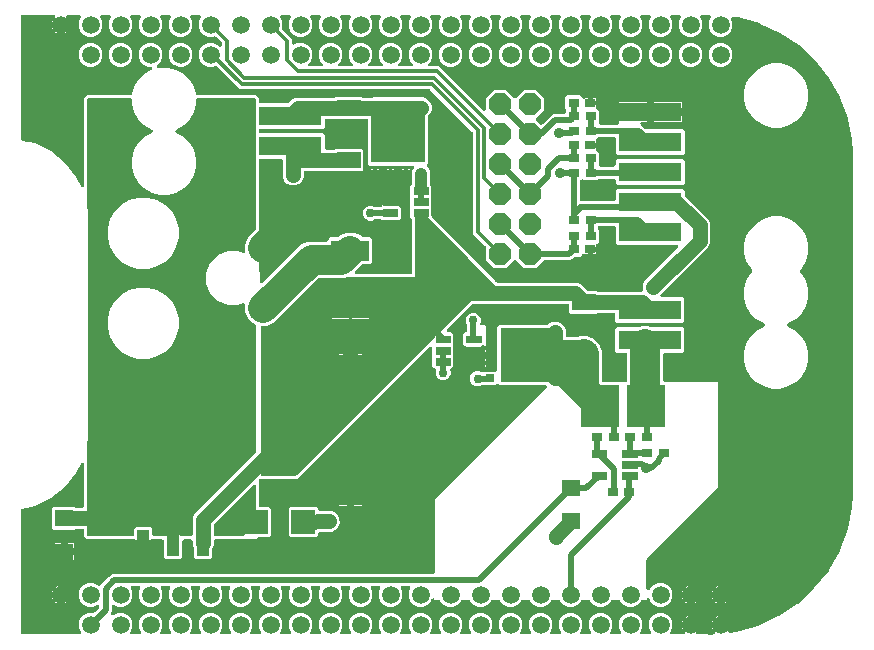
<source format=gbr>
G04 EAGLE Gerber X2 export*
%TF.Part,Single*%
%TF.FileFunction,Copper,L1,Top,Mixed*%
%TF.FilePolarity,Positive*%
%TF.GenerationSoftware,Autodesk,EAGLE,9.1.3*%
%TF.CreationDate,2018-10-12T19:53:35Z*%
G75*
%MOMM*%
%FSLAX34Y34*%
%LPD*%
%AMOC8*
5,1,8,0,0,1.08239X$1,22.5*%
G01*
%ADD10R,1.508000X1.508000*%
%ADD11C,1.508000*%
%ADD12R,3.175000X1.778000*%
%ADD13R,2.000000X4.100000*%
%ADD14R,1.600000X1.400000*%
%ADD15R,2.000000X2.000000*%
%ADD16R,10.800000X7.000000*%
%ADD17R,1.070000X2.160000*%
%ADD18R,5.330000X1.650000*%
%ADD19R,0.900000X0.800000*%
%ADD20C,0.050800*%
%ADD21R,3.250000X3.600000*%
%ADD22R,0.750000X0.650000*%
%ADD23R,4.300000X4.550000*%
%ADD24R,0.650000X0.650000*%
%ADD25R,2.000000X1.400000*%
%ADD26R,0.650000X0.750000*%
%ADD27R,4.550000X4.300000*%
%ADD28P,2.034460X8X112.500000*%
%ADD29C,2.286000*%
%ADD30C,0.914400*%
%ADD31C,2.540000*%
%ADD32C,1.270000*%
%ADD33C,0.508000*%
%ADD34C,0.756400*%
%ADD35C,0.609600*%
%ADD36C,0.304800*%
%ADD37C,1.016000*%

G36*
X637513Y13288D02*
X637513Y13288D01*
X637643Y13292D01*
X637989Y13332D01*
X638003Y13335D01*
X638017Y13335D01*
X638171Y13374D01*
X638328Y13411D01*
X638341Y13417D01*
X638355Y13420D01*
X638497Y13494D01*
X638641Y13564D01*
X638652Y13573D01*
X638664Y13580D01*
X638787Y13684D01*
X638911Y13785D01*
X638919Y13797D01*
X638930Y13806D01*
X639025Y13934D01*
X639123Y14062D01*
X639129Y14075D01*
X639137Y14086D01*
X639200Y14233D01*
X639267Y14379D01*
X639269Y14393D01*
X639275Y14406D01*
X639303Y14564D01*
X639335Y14721D01*
X639334Y14735D01*
X639337Y14749D01*
X639328Y14909D01*
X639323Y15069D01*
X639319Y15083D01*
X639319Y15097D01*
X639275Y15250D01*
X639233Y15406D01*
X639226Y15418D01*
X639222Y15432D01*
X639144Y15571D01*
X639068Y15713D01*
X639059Y15724D01*
X639052Y15736D01*
X638894Y15922D01*
X638033Y16783D01*
X637207Y18018D01*
X636763Y19091D01*
X642914Y19091D01*
X642940Y19094D01*
X642966Y19092D01*
X643113Y19114D01*
X643260Y19131D01*
X643285Y19139D01*
X643311Y19143D01*
X643448Y19198D01*
X643588Y19248D01*
X643610Y19262D01*
X643635Y19272D01*
X643756Y19357D01*
X643881Y19437D01*
X643893Y19450D01*
X643940Y19405D01*
X643963Y19391D01*
X643982Y19374D01*
X644112Y19302D01*
X644239Y19226D01*
X644264Y19218D01*
X644287Y19205D01*
X644430Y19165D01*
X644571Y19120D01*
X644597Y19117D01*
X644622Y19110D01*
X644866Y19091D01*
X651017Y19091D01*
X650573Y18018D01*
X650045Y17229D01*
X650028Y17196D01*
X650006Y17166D01*
X649949Y17041D01*
X649886Y16919D01*
X649877Y16883D01*
X649862Y16849D01*
X649835Y16714D01*
X649802Y16581D01*
X649801Y16544D01*
X649794Y16507D01*
X649798Y16370D01*
X649796Y16233D01*
X649804Y16196D01*
X649805Y16159D01*
X649841Y16026D01*
X649870Y15892D01*
X649886Y15858D01*
X649896Y15822D01*
X649961Y15701D01*
X650019Y15577D01*
X650043Y15548D01*
X650060Y15515D01*
X650151Y15412D01*
X650236Y15305D01*
X650266Y15281D01*
X650290Y15253D01*
X650402Y15173D01*
X650510Y15088D01*
X650543Y15072D01*
X650574Y15051D01*
X650701Y14998D01*
X650825Y14940D01*
X650861Y14932D01*
X650896Y14918D01*
X651032Y14896D01*
X651166Y14867D01*
X651203Y14868D01*
X651240Y14861D01*
X651484Y14870D01*
X656612Y15454D01*
X656623Y15457D01*
X656846Y15499D01*
X675243Y20602D01*
X675254Y20606D01*
X675468Y20684D01*
X692841Y28601D01*
X692851Y28607D01*
X693050Y28717D01*
X708965Y39252D01*
X708970Y39255D01*
X708978Y39262D01*
X709158Y39402D01*
X723234Y52300D01*
X723241Y52309D01*
X723397Y52475D01*
X735281Y67417D01*
X735287Y67426D01*
X735415Y67615D01*
X744816Y84231D01*
X744820Y84242D01*
X744917Y84448D01*
X751603Y102331D01*
X751605Y102341D01*
X751669Y102561D01*
X755475Y121269D01*
X755479Y121319D01*
X755500Y121447D01*
X756279Y130826D01*
X756278Y130870D01*
X756284Y130952D01*
X756284Y422269D01*
X756279Y422312D01*
X756279Y422393D01*
X755525Y431599D01*
X755515Y431648D01*
X755500Y431777D01*
X751787Y450137D01*
X751784Y450148D01*
X751722Y450367D01*
X745183Y467920D01*
X745177Y467930D01*
X745082Y468137D01*
X735877Y484451D01*
X735871Y484460D01*
X735744Y484649D01*
X724104Y499318D01*
X724101Y499322D01*
X724093Y499330D01*
X723938Y499497D01*
X710143Y512169D01*
X710133Y512175D01*
X709954Y512316D01*
X694347Y522673D01*
X694336Y522679D01*
X694138Y522789D01*
X677102Y530577D01*
X677091Y530581D01*
X676878Y530659D01*
X658833Y535687D01*
X658821Y535689D01*
X658599Y535733D01*
X654512Y536203D01*
X654449Y536203D01*
X654386Y536212D01*
X654275Y536203D01*
X654163Y536203D01*
X654102Y536189D01*
X654038Y536183D01*
X653932Y536149D01*
X653824Y536124D01*
X653767Y536096D01*
X653707Y536076D01*
X653611Y536019D01*
X653511Y535970D01*
X653462Y535929D01*
X653408Y535897D01*
X653328Y535819D01*
X653242Y535748D01*
X653204Y535698D01*
X653158Y535654D01*
X653098Y535560D01*
X653030Y535472D01*
X653004Y535414D01*
X652970Y535361D01*
X652933Y535256D01*
X652887Y535154D01*
X652875Y535092D01*
X652853Y535032D01*
X652841Y534921D01*
X652819Y534812D01*
X652821Y534749D01*
X652814Y534686D01*
X652827Y534575D01*
X652831Y534464D01*
X652848Y534403D01*
X652855Y534340D01*
X652914Y534159D01*
X652922Y534127D01*
X652926Y534120D01*
X652930Y534107D01*
X653971Y531595D01*
X653971Y527585D01*
X652436Y523880D01*
X649600Y521044D01*
X645895Y519509D01*
X641885Y519509D01*
X638180Y521044D01*
X635344Y523880D01*
X633809Y527585D01*
X633809Y531595D01*
X635352Y535318D01*
X635375Y535348D01*
X635446Y535422D01*
X635483Y535484D01*
X635527Y535540D01*
X635571Y535633D01*
X635624Y535721D01*
X635646Y535790D01*
X635676Y535855D01*
X635698Y535956D01*
X635729Y536054D01*
X635735Y536126D01*
X635750Y536196D01*
X635748Y536298D01*
X635756Y536401D01*
X635745Y536472D01*
X635744Y536544D01*
X635719Y536644D01*
X635703Y536746D01*
X635676Y536812D01*
X635659Y536882D01*
X635612Y536974D01*
X635573Y537069D01*
X635532Y537128D01*
X635499Y537192D01*
X635432Y537270D01*
X635373Y537355D01*
X635320Y537403D01*
X635273Y537458D01*
X635190Y537519D01*
X635114Y537587D01*
X635051Y537622D01*
X634993Y537665D01*
X634898Y537705D01*
X634808Y537755D01*
X634739Y537774D01*
X634673Y537803D01*
X634572Y537821D01*
X634473Y537849D01*
X634377Y537856D01*
X634330Y537864D01*
X634293Y537862D01*
X634229Y537867D01*
X632407Y537862D01*
X632261Y537844D01*
X630181Y537844D01*
X630156Y537841D01*
X630117Y537843D01*
X628187Y537761D01*
X628119Y537750D01*
X628051Y537749D01*
X627948Y537723D01*
X627843Y537706D01*
X627779Y537681D01*
X627713Y537664D01*
X627619Y537615D01*
X627520Y537575D01*
X627464Y537536D01*
X627403Y537504D01*
X627322Y537435D01*
X627235Y537374D01*
X627190Y537323D01*
X627138Y537279D01*
X627075Y537193D01*
X627004Y537113D01*
X626971Y537053D01*
X626931Y536998D01*
X626889Y536900D01*
X626838Y536807D01*
X626820Y536741D01*
X626793Y536678D01*
X626774Y536574D01*
X626746Y536471D01*
X626743Y536402D01*
X626731Y536335D01*
X626737Y536229D01*
X626733Y536122D01*
X626746Y536055D01*
X626749Y535987D01*
X626779Y535885D01*
X626799Y535780D01*
X626827Y535718D01*
X626846Y535652D01*
X626898Y535559D01*
X626941Y535462D01*
X626983Y535408D01*
X627016Y535348D01*
X628571Y531595D01*
X628571Y527585D01*
X627036Y523880D01*
X624200Y521044D01*
X620495Y519509D01*
X616485Y519509D01*
X612780Y521044D01*
X609944Y523880D01*
X608409Y527585D01*
X608409Y531595D01*
X609956Y535328D01*
X610020Y535395D01*
X610058Y535459D01*
X610104Y535517D01*
X610147Y535608D01*
X610199Y535694D01*
X610221Y535765D01*
X610253Y535832D01*
X610274Y535930D01*
X610305Y536026D01*
X610311Y536100D01*
X610327Y536173D01*
X610325Y536273D01*
X610333Y536373D01*
X610322Y536446D01*
X610321Y536521D01*
X610296Y536618D01*
X610281Y536718D01*
X610254Y536787D01*
X610236Y536859D01*
X610190Y536948D01*
X610152Y537042D01*
X610110Y537103D01*
X610076Y537169D01*
X610011Y537246D01*
X609954Y537328D01*
X609898Y537378D01*
X609850Y537434D01*
X609769Y537494D01*
X609695Y537561D01*
X609630Y537597D01*
X609570Y537641D01*
X609478Y537681D01*
X609390Y537730D01*
X609318Y537750D01*
X609250Y537780D01*
X609151Y537797D01*
X609054Y537825D01*
X608954Y537833D01*
X608907Y537841D01*
X608871Y537839D01*
X608811Y537844D01*
X602769Y537844D01*
X602670Y537833D01*
X602569Y537831D01*
X602497Y537813D01*
X602423Y537804D01*
X602329Y537771D01*
X602231Y537746D01*
X602165Y537712D01*
X602095Y537687D01*
X602011Y537632D01*
X601921Y537586D01*
X601865Y537538D01*
X601802Y537498D01*
X601733Y537426D01*
X601656Y537360D01*
X601612Y537301D01*
X601560Y537247D01*
X601509Y537161D01*
X601449Y537080D01*
X601419Y537012D01*
X601381Y536948D01*
X601351Y536853D01*
X601311Y536760D01*
X601298Y536687D01*
X601275Y536616D01*
X601267Y536516D01*
X601249Y536417D01*
X601253Y536343D01*
X601247Y536269D01*
X601262Y536170D01*
X601267Y536069D01*
X601288Y535998D01*
X601299Y535924D01*
X601336Y535831D01*
X601364Y535734D01*
X601400Y535669D01*
X601428Y535600D01*
X601485Y535518D01*
X601534Y535430D01*
X601599Y535354D01*
X601626Y535314D01*
X601633Y535309D01*
X603171Y531595D01*
X603171Y527585D01*
X601636Y523880D01*
X598800Y521044D01*
X595095Y519509D01*
X591085Y519509D01*
X587380Y521044D01*
X584544Y523880D01*
X583009Y527585D01*
X583009Y531595D01*
X584556Y535328D01*
X584620Y535395D01*
X584658Y535459D01*
X584704Y535517D01*
X584747Y535608D01*
X584799Y535694D01*
X584821Y535765D01*
X584853Y535832D01*
X584874Y535930D01*
X584905Y536026D01*
X584911Y536100D01*
X584927Y536173D01*
X584925Y536273D01*
X584933Y536373D01*
X584922Y536446D01*
X584921Y536521D01*
X584896Y536618D01*
X584881Y536718D01*
X584854Y536787D01*
X584836Y536859D01*
X584790Y536948D01*
X584752Y537042D01*
X584710Y537103D01*
X584676Y537169D01*
X584611Y537246D01*
X584554Y537328D01*
X584498Y537378D01*
X584450Y537434D01*
X584369Y537494D01*
X584295Y537561D01*
X584230Y537597D01*
X584170Y537641D01*
X584078Y537681D01*
X583990Y537730D01*
X583918Y537750D01*
X583850Y537780D01*
X583751Y537797D01*
X583654Y537825D01*
X583554Y537833D01*
X583507Y537841D01*
X583471Y537839D01*
X583411Y537844D01*
X577369Y537844D01*
X577270Y537833D01*
X577169Y537831D01*
X577097Y537813D01*
X577023Y537804D01*
X576929Y537771D01*
X576831Y537746D01*
X576765Y537712D01*
X576695Y537687D01*
X576611Y537632D01*
X576521Y537586D01*
X576465Y537538D01*
X576402Y537498D01*
X576333Y537426D01*
X576256Y537360D01*
X576212Y537301D01*
X576160Y537247D01*
X576109Y537161D01*
X576049Y537080D01*
X576019Y537012D01*
X575981Y536948D01*
X575951Y536853D01*
X575911Y536760D01*
X575898Y536687D01*
X575875Y536616D01*
X575867Y536516D01*
X575849Y536417D01*
X575853Y536343D01*
X575847Y536269D01*
X575862Y536170D01*
X575867Y536069D01*
X575888Y535998D01*
X575899Y535924D01*
X575936Y535831D01*
X575964Y535734D01*
X576000Y535669D01*
X576028Y535600D01*
X576085Y535518D01*
X576134Y535430D01*
X576199Y535354D01*
X576226Y535314D01*
X576233Y535309D01*
X577771Y531595D01*
X577771Y527585D01*
X576236Y523880D01*
X573400Y521044D01*
X569695Y519509D01*
X565685Y519509D01*
X561980Y521044D01*
X559144Y523880D01*
X557609Y527585D01*
X557609Y531595D01*
X559156Y535328D01*
X559220Y535395D01*
X559258Y535459D01*
X559304Y535517D01*
X559347Y535608D01*
X559399Y535694D01*
X559421Y535765D01*
X559453Y535832D01*
X559474Y535930D01*
X559505Y536026D01*
X559511Y536100D01*
X559527Y536173D01*
X559525Y536273D01*
X559533Y536373D01*
X559522Y536446D01*
X559521Y536521D01*
X559496Y536618D01*
X559481Y536718D01*
X559454Y536787D01*
X559436Y536859D01*
X559390Y536948D01*
X559352Y537042D01*
X559310Y537103D01*
X559276Y537169D01*
X559211Y537246D01*
X559154Y537328D01*
X559098Y537378D01*
X559050Y537434D01*
X558969Y537494D01*
X558895Y537561D01*
X558830Y537597D01*
X558770Y537641D01*
X558678Y537681D01*
X558590Y537730D01*
X558518Y537750D01*
X558450Y537780D01*
X558351Y537797D01*
X558254Y537825D01*
X558154Y537833D01*
X558107Y537841D01*
X558071Y537839D01*
X558011Y537844D01*
X551969Y537844D01*
X551870Y537833D01*
X551769Y537831D01*
X551697Y537813D01*
X551623Y537804D01*
X551529Y537771D01*
X551431Y537746D01*
X551365Y537712D01*
X551295Y537687D01*
X551211Y537632D01*
X551121Y537586D01*
X551065Y537538D01*
X551002Y537498D01*
X550933Y537426D01*
X550856Y537360D01*
X550812Y537301D01*
X550760Y537247D01*
X550709Y537161D01*
X550649Y537080D01*
X550619Y537012D01*
X550581Y536948D01*
X550551Y536853D01*
X550511Y536760D01*
X550498Y536687D01*
X550475Y536616D01*
X550467Y536516D01*
X550449Y536417D01*
X550453Y536343D01*
X550447Y536269D01*
X550462Y536170D01*
X550467Y536069D01*
X550488Y535998D01*
X550499Y535924D01*
X550536Y535831D01*
X550564Y535734D01*
X550600Y535669D01*
X550628Y535600D01*
X550685Y535518D01*
X550734Y535430D01*
X550799Y535354D01*
X550826Y535314D01*
X550833Y535309D01*
X552371Y531595D01*
X552371Y527585D01*
X550836Y523880D01*
X548000Y521044D01*
X544295Y519509D01*
X540285Y519509D01*
X536580Y521044D01*
X533744Y523880D01*
X532209Y527585D01*
X532209Y531595D01*
X533756Y535328D01*
X533820Y535395D01*
X533858Y535459D01*
X533904Y535517D01*
X533947Y535608D01*
X533999Y535694D01*
X534021Y535765D01*
X534053Y535832D01*
X534074Y535930D01*
X534105Y536026D01*
X534111Y536100D01*
X534127Y536173D01*
X534125Y536273D01*
X534133Y536373D01*
X534122Y536446D01*
X534121Y536521D01*
X534096Y536618D01*
X534081Y536718D01*
X534054Y536787D01*
X534036Y536859D01*
X533990Y536948D01*
X533952Y537042D01*
X533910Y537103D01*
X533876Y537169D01*
X533811Y537246D01*
X533754Y537328D01*
X533698Y537378D01*
X533650Y537434D01*
X533569Y537494D01*
X533495Y537561D01*
X533430Y537597D01*
X533370Y537641D01*
X533278Y537681D01*
X533190Y537730D01*
X533118Y537750D01*
X533050Y537780D01*
X532951Y537797D01*
X532854Y537825D01*
X532754Y537833D01*
X532707Y537841D01*
X532671Y537839D01*
X532611Y537844D01*
X526569Y537844D01*
X526470Y537833D01*
X526369Y537831D01*
X526297Y537813D01*
X526223Y537804D01*
X526129Y537771D01*
X526031Y537746D01*
X525965Y537712D01*
X525895Y537687D01*
X525811Y537632D01*
X525721Y537586D01*
X525665Y537538D01*
X525602Y537498D01*
X525533Y537426D01*
X525456Y537360D01*
X525412Y537301D01*
X525360Y537247D01*
X525309Y537161D01*
X525249Y537080D01*
X525219Y537012D01*
X525181Y536948D01*
X525151Y536853D01*
X525111Y536760D01*
X525098Y536687D01*
X525075Y536616D01*
X525067Y536516D01*
X525049Y536417D01*
X525053Y536343D01*
X525047Y536269D01*
X525062Y536170D01*
X525067Y536069D01*
X525088Y535998D01*
X525099Y535924D01*
X525136Y535831D01*
X525164Y535734D01*
X525200Y535669D01*
X525228Y535600D01*
X525285Y535518D01*
X525334Y535430D01*
X525399Y535354D01*
X525426Y535314D01*
X525433Y535309D01*
X526971Y531595D01*
X526971Y527585D01*
X525436Y523880D01*
X522600Y521044D01*
X518895Y519509D01*
X514885Y519509D01*
X511180Y521044D01*
X508344Y523880D01*
X506809Y527585D01*
X506809Y531595D01*
X508356Y535328D01*
X508420Y535395D01*
X508458Y535459D01*
X508504Y535517D01*
X508547Y535608D01*
X508599Y535694D01*
X508621Y535765D01*
X508653Y535832D01*
X508674Y535930D01*
X508705Y536026D01*
X508711Y536100D01*
X508727Y536173D01*
X508725Y536273D01*
X508733Y536373D01*
X508722Y536446D01*
X508721Y536521D01*
X508696Y536618D01*
X508681Y536718D01*
X508654Y536787D01*
X508636Y536859D01*
X508590Y536948D01*
X508552Y537042D01*
X508510Y537103D01*
X508476Y537169D01*
X508411Y537246D01*
X508354Y537328D01*
X508298Y537378D01*
X508250Y537434D01*
X508169Y537494D01*
X508095Y537561D01*
X508030Y537597D01*
X507970Y537641D01*
X507878Y537681D01*
X507790Y537730D01*
X507718Y537750D01*
X507650Y537780D01*
X507551Y537797D01*
X507454Y537825D01*
X507354Y537833D01*
X507307Y537841D01*
X507271Y537839D01*
X507211Y537844D01*
X501169Y537844D01*
X501070Y537833D01*
X500969Y537831D01*
X500897Y537813D01*
X500823Y537804D01*
X500729Y537771D01*
X500631Y537746D01*
X500565Y537712D01*
X500495Y537687D01*
X500411Y537632D01*
X500321Y537586D01*
X500265Y537538D01*
X500202Y537498D01*
X500133Y537426D01*
X500056Y537360D01*
X500012Y537301D01*
X499960Y537247D01*
X499909Y537161D01*
X499849Y537080D01*
X499819Y537012D01*
X499781Y536948D01*
X499751Y536853D01*
X499711Y536760D01*
X499698Y536687D01*
X499675Y536616D01*
X499667Y536516D01*
X499649Y536417D01*
X499653Y536343D01*
X499647Y536269D01*
X499662Y536170D01*
X499667Y536069D01*
X499688Y535998D01*
X499699Y535924D01*
X499736Y535831D01*
X499764Y535734D01*
X499800Y535669D01*
X499828Y535600D01*
X499885Y535518D01*
X499934Y535430D01*
X499999Y535354D01*
X500026Y535314D01*
X500033Y535309D01*
X501571Y531595D01*
X501571Y527585D01*
X500036Y523880D01*
X497200Y521044D01*
X493495Y519509D01*
X489485Y519509D01*
X485780Y521044D01*
X482944Y523880D01*
X481409Y527585D01*
X481409Y531595D01*
X482956Y535328D01*
X483020Y535395D01*
X483058Y535459D01*
X483104Y535517D01*
X483147Y535608D01*
X483199Y535694D01*
X483221Y535765D01*
X483253Y535832D01*
X483274Y535930D01*
X483305Y536026D01*
X483311Y536100D01*
X483327Y536173D01*
X483325Y536273D01*
X483333Y536373D01*
X483322Y536446D01*
X483321Y536521D01*
X483296Y536618D01*
X483281Y536718D01*
X483254Y536787D01*
X483236Y536859D01*
X483190Y536948D01*
X483152Y537042D01*
X483110Y537103D01*
X483076Y537169D01*
X483011Y537246D01*
X482954Y537328D01*
X482898Y537378D01*
X482850Y537434D01*
X482769Y537494D01*
X482695Y537561D01*
X482630Y537597D01*
X482570Y537641D01*
X482478Y537681D01*
X482390Y537730D01*
X482318Y537750D01*
X482250Y537780D01*
X482151Y537797D01*
X482054Y537825D01*
X481954Y537833D01*
X481907Y537841D01*
X481871Y537839D01*
X481811Y537844D01*
X475769Y537844D01*
X475670Y537833D01*
X475569Y537831D01*
X475497Y537813D01*
X475423Y537804D01*
X475329Y537771D01*
X475231Y537746D01*
X475165Y537712D01*
X475095Y537687D01*
X475011Y537632D01*
X474921Y537586D01*
X474865Y537538D01*
X474802Y537498D01*
X474733Y537426D01*
X474656Y537360D01*
X474612Y537301D01*
X474560Y537247D01*
X474509Y537161D01*
X474449Y537080D01*
X474419Y537012D01*
X474381Y536948D01*
X474351Y536853D01*
X474311Y536760D01*
X474298Y536687D01*
X474275Y536616D01*
X474267Y536516D01*
X474249Y536417D01*
X474253Y536343D01*
X474247Y536269D01*
X474262Y536170D01*
X474267Y536069D01*
X474288Y535998D01*
X474299Y535924D01*
X474336Y535831D01*
X474364Y535734D01*
X474400Y535669D01*
X474428Y535600D01*
X474485Y535518D01*
X474534Y535430D01*
X474599Y535354D01*
X474626Y535314D01*
X474633Y535309D01*
X476171Y531595D01*
X476171Y527585D01*
X474636Y523880D01*
X471800Y521044D01*
X468095Y519509D01*
X464085Y519509D01*
X460380Y521044D01*
X457544Y523880D01*
X456009Y527585D01*
X456009Y531595D01*
X457556Y535328D01*
X457620Y535395D01*
X457658Y535459D01*
X457704Y535517D01*
X457747Y535608D01*
X457799Y535694D01*
X457821Y535765D01*
X457853Y535832D01*
X457874Y535930D01*
X457905Y536026D01*
X457911Y536100D01*
X457927Y536173D01*
X457925Y536273D01*
X457933Y536373D01*
X457922Y536446D01*
X457921Y536521D01*
X457896Y536618D01*
X457881Y536718D01*
X457854Y536787D01*
X457836Y536859D01*
X457790Y536948D01*
X457752Y537042D01*
X457710Y537103D01*
X457676Y537169D01*
X457611Y537246D01*
X457554Y537328D01*
X457498Y537378D01*
X457450Y537434D01*
X457369Y537494D01*
X457295Y537561D01*
X457230Y537597D01*
X457170Y537641D01*
X457078Y537681D01*
X456990Y537730D01*
X456918Y537750D01*
X456850Y537780D01*
X456751Y537797D01*
X456654Y537825D01*
X456554Y537833D01*
X456507Y537841D01*
X456471Y537839D01*
X456411Y537844D01*
X450369Y537844D01*
X450270Y537833D01*
X450169Y537831D01*
X450097Y537813D01*
X450023Y537804D01*
X449929Y537771D01*
X449831Y537746D01*
X449765Y537712D01*
X449695Y537687D01*
X449611Y537632D01*
X449521Y537586D01*
X449465Y537538D01*
X449402Y537498D01*
X449333Y537426D01*
X449256Y537360D01*
X449212Y537301D01*
X449160Y537247D01*
X449109Y537161D01*
X449049Y537080D01*
X449019Y537012D01*
X448981Y536948D01*
X448951Y536853D01*
X448911Y536760D01*
X448898Y536687D01*
X448875Y536616D01*
X448867Y536516D01*
X448849Y536417D01*
X448853Y536343D01*
X448847Y536269D01*
X448862Y536170D01*
X448867Y536069D01*
X448888Y535998D01*
X448899Y535924D01*
X448936Y535831D01*
X448964Y535734D01*
X449000Y535669D01*
X449028Y535600D01*
X449085Y535518D01*
X449134Y535430D01*
X449199Y535354D01*
X449226Y535314D01*
X449233Y535309D01*
X450771Y531595D01*
X450771Y527585D01*
X449236Y523880D01*
X446400Y521044D01*
X442695Y519509D01*
X438685Y519509D01*
X434980Y521044D01*
X432144Y523880D01*
X430609Y527585D01*
X430609Y531595D01*
X432156Y535328D01*
X432220Y535395D01*
X432258Y535459D01*
X432304Y535517D01*
X432347Y535608D01*
X432399Y535694D01*
X432421Y535765D01*
X432453Y535832D01*
X432474Y535930D01*
X432505Y536026D01*
X432511Y536100D01*
X432527Y536173D01*
X432525Y536273D01*
X432533Y536373D01*
X432522Y536446D01*
X432521Y536521D01*
X432496Y536618D01*
X432481Y536718D01*
X432454Y536787D01*
X432436Y536859D01*
X432390Y536948D01*
X432352Y537042D01*
X432310Y537103D01*
X432276Y537169D01*
X432211Y537246D01*
X432154Y537328D01*
X432098Y537378D01*
X432050Y537434D01*
X431969Y537494D01*
X431895Y537561D01*
X431830Y537597D01*
X431770Y537641D01*
X431678Y537681D01*
X431590Y537730D01*
X431518Y537750D01*
X431450Y537780D01*
X431351Y537797D01*
X431254Y537825D01*
X431154Y537833D01*
X431107Y537841D01*
X431071Y537839D01*
X431011Y537844D01*
X424969Y537844D01*
X424870Y537833D01*
X424769Y537831D01*
X424697Y537813D01*
X424623Y537804D01*
X424529Y537771D01*
X424431Y537746D01*
X424365Y537712D01*
X424295Y537687D01*
X424211Y537632D01*
X424121Y537586D01*
X424065Y537538D01*
X424002Y537498D01*
X423933Y537426D01*
X423856Y537360D01*
X423812Y537301D01*
X423760Y537247D01*
X423709Y537161D01*
X423649Y537080D01*
X423619Y537012D01*
X423581Y536948D01*
X423551Y536853D01*
X423511Y536760D01*
X423498Y536687D01*
X423475Y536616D01*
X423467Y536516D01*
X423449Y536417D01*
X423453Y536343D01*
X423447Y536269D01*
X423462Y536170D01*
X423467Y536069D01*
X423488Y535998D01*
X423499Y535924D01*
X423536Y535831D01*
X423564Y535734D01*
X423600Y535669D01*
X423628Y535600D01*
X423685Y535518D01*
X423734Y535430D01*
X423799Y535354D01*
X423826Y535314D01*
X423833Y535309D01*
X425371Y531595D01*
X425371Y527585D01*
X423836Y523880D01*
X421000Y521044D01*
X417295Y519509D01*
X413285Y519509D01*
X409580Y521044D01*
X406744Y523880D01*
X405209Y527585D01*
X405209Y531595D01*
X406756Y535328D01*
X406820Y535395D01*
X406858Y535459D01*
X406904Y535517D01*
X406947Y535608D01*
X406999Y535694D01*
X407021Y535765D01*
X407053Y535832D01*
X407074Y535930D01*
X407105Y536026D01*
X407111Y536100D01*
X407127Y536173D01*
X407125Y536273D01*
X407133Y536373D01*
X407122Y536446D01*
X407121Y536521D01*
X407096Y536618D01*
X407081Y536718D01*
X407054Y536787D01*
X407036Y536859D01*
X406990Y536948D01*
X406952Y537042D01*
X406910Y537103D01*
X406876Y537169D01*
X406811Y537246D01*
X406754Y537328D01*
X406698Y537378D01*
X406650Y537434D01*
X406569Y537494D01*
X406495Y537561D01*
X406430Y537597D01*
X406370Y537641D01*
X406278Y537681D01*
X406190Y537730D01*
X406118Y537750D01*
X406050Y537780D01*
X405951Y537797D01*
X405854Y537825D01*
X405754Y537833D01*
X405707Y537841D01*
X405671Y537839D01*
X405611Y537844D01*
X399569Y537844D01*
X399470Y537833D01*
X399369Y537831D01*
X399297Y537813D01*
X399223Y537804D01*
X399129Y537771D01*
X399031Y537746D01*
X398965Y537712D01*
X398895Y537687D01*
X398811Y537632D01*
X398721Y537586D01*
X398665Y537538D01*
X398602Y537498D01*
X398533Y537426D01*
X398456Y537360D01*
X398412Y537301D01*
X398360Y537247D01*
X398309Y537161D01*
X398249Y537080D01*
X398219Y537012D01*
X398181Y536948D01*
X398151Y536853D01*
X398111Y536760D01*
X398098Y536687D01*
X398075Y536616D01*
X398067Y536516D01*
X398049Y536417D01*
X398053Y536343D01*
X398047Y536269D01*
X398062Y536170D01*
X398067Y536069D01*
X398088Y535998D01*
X398099Y535924D01*
X398136Y535831D01*
X398164Y535734D01*
X398200Y535669D01*
X398228Y535600D01*
X398285Y535518D01*
X398334Y535430D01*
X398399Y535354D01*
X398426Y535314D01*
X398433Y535309D01*
X399971Y531595D01*
X399971Y527585D01*
X398436Y523880D01*
X395600Y521044D01*
X391895Y519509D01*
X387885Y519509D01*
X384180Y521044D01*
X381344Y523880D01*
X379809Y527585D01*
X379809Y531595D01*
X381356Y535328D01*
X381420Y535395D01*
X381458Y535459D01*
X381504Y535517D01*
X381547Y535608D01*
X381599Y535694D01*
X381621Y535765D01*
X381653Y535832D01*
X381674Y535930D01*
X381705Y536026D01*
X381711Y536100D01*
X381727Y536173D01*
X381725Y536273D01*
X381733Y536373D01*
X381722Y536446D01*
X381721Y536521D01*
X381696Y536618D01*
X381681Y536718D01*
X381654Y536787D01*
X381636Y536859D01*
X381590Y536948D01*
X381552Y537042D01*
X381510Y537103D01*
X381476Y537169D01*
X381411Y537246D01*
X381354Y537328D01*
X381298Y537378D01*
X381250Y537434D01*
X381169Y537494D01*
X381095Y537561D01*
X381030Y537597D01*
X380970Y537641D01*
X380878Y537681D01*
X380790Y537730D01*
X380718Y537750D01*
X380650Y537780D01*
X380551Y537797D01*
X380454Y537825D01*
X380354Y537833D01*
X380307Y537841D01*
X380271Y537839D01*
X380211Y537844D01*
X374169Y537844D01*
X374070Y537833D01*
X373969Y537831D01*
X373897Y537813D01*
X373823Y537804D01*
X373729Y537771D01*
X373631Y537746D01*
X373565Y537712D01*
X373495Y537687D01*
X373411Y537632D01*
X373321Y537586D01*
X373265Y537538D01*
X373202Y537498D01*
X373133Y537426D01*
X373056Y537360D01*
X373012Y537301D01*
X372960Y537247D01*
X372909Y537161D01*
X372849Y537080D01*
X372819Y537012D01*
X372781Y536948D01*
X372751Y536853D01*
X372711Y536760D01*
X372698Y536687D01*
X372675Y536616D01*
X372667Y536516D01*
X372649Y536417D01*
X372653Y536343D01*
X372647Y536269D01*
X372662Y536170D01*
X372667Y536069D01*
X372688Y535998D01*
X372699Y535924D01*
X372736Y535831D01*
X372764Y535734D01*
X372800Y535669D01*
X372828Y535600D01*
X372885Y535518D01*
X372934Y535430D01*
X372999Y535354D01*
X373026Y535314D01*
X373033Y535309D01*
X374571Y531595D01*
X374571Y527585D01*
X373036Y523880D01*
X370200Y521044D01*
X366495Y519509D01*
X362485Y519509D01*
X358780Y521044D01*
X355944Y523880D01*
X354409Y527585D01*
X354409Y531595D01*
X355956Y535328D01*
X356020Y535395D01*
X356058Y535459D01*
X356104Y535517D01*
X356147Y535608D01*
X356199Y535694D01*
X356221Y535765D01*
X356253Y535832D01*
X356274Y535930D01*
X356305Y536026D01*
X356311Y536100D01*
X356327Y536173D01*
X356325Y536273D01*
X356333Y536373D01*
X356322Y536446D01*
X356321Y536521D01*
X356296Y536618D01*
X356281Y536718D01*
X356254Y536787D01*
X356236Y536859D01*
X356190Y536948D01*
X356152Y537042D01*
X356110Y537103D01*
X356076Y537169D01*
X356011Y537246D01*
X355954Y537328D01*
X355898Y537378D01*
X355850Y537434D01*
X355769Y537494D01*
X355695Y537561D01*
X355630Y537597D01*
X355570Y537641D01*
X355478Y537681D01*
X355390Y537730D01*
X355318Y537750D01*
X355250Y537780D01*
X355151Y537797D01*
X355054Y537825D01*
X354954Y537833D01*
X354907Y537841D01*
X354871Y537839D01*
X354811Y537844D01*
X348769Y537844D01*
X348670Y537833D01*
X348569Y537831D01*
X348497Y537813D01*
X348423Y537804D01*
X348329Y537771D01*
X348231Y537746D01*
X348165Y537712D01*
X348095Y537687D01*
X348011Y537632D01*
X347921Y537586D01*
X347865Y537538D01*
X347802Y537498D01*
X347733Y537426D01*
X347656Y537360D01*
X347612Y537301D01*
X347560Y537247D01*
X347509Y537161D01*
X347449Y537080D01*
X347419Y537012D01*
X347381Y536948D01*
X347351Y536853D01*
X347311Y536760D01*
X347298Y536687D01*
X347275Y536616D01*
X347267Y536516D01*
X347249Y536417D01*
X347253Y536343D01*
X347247Y536269D01*
X347262Y536170D01*
X347267Y536069D01*
X347288Y535998D01*
X347299Y535924D01*
X347336Y535831D01*
X347364Y535734D01*
X347400Y535669D01*
X347428Y535600D01*
X347485Y535518D01*
X347534Y535430D01*
X347599Y535354D01*
X347626Y535314D01*
X347633Y535309D01*
X349171Y531595D01*
X349171Y527585D01*
X347636Y523880D01*
X344800Y521044D01*
X341095Y519509D01*
X337085Y519509D01*
X333380Y521044D01*
X330544Y523880D01*
X329009Y527585D01*
X329009Y531595D01*
X330556Y535328D01*
X330620Y535395D01*
X330658Y535459D01*
X330704Y535517D01*
X330747Y535608D01*
X330799Y535694D01*
X330821Y535765D01*
X330853Y535832D01*
X330874Y535930D01*
X330905Y536026D01*
X330911Y536100D01*
X330927Y536173D01*
X330925Y536273D01*
X330933Y536373D01*
X330922Y536446D01*
X330921Y536521D01*
X330896Y536618D01*
X330881Y536718D01*
X330854Y536787D01*
X330836Y536859D01*
X330790Y536948D01*
X330752Y537042D01*
X330710Y537103D01*
X330676Y537169D01*
X330611Y537246D01*
X330554Y537328D01*
X330498Y537378D01*
X330450Y537434D01*
X330369Y537494D01*
X330295Y537561D01*
X330230Y537597D01*
X330170Y537641D01*
X330078Y537681D01*
X329990Y537730D01*
X329918Y537750D01*
X329850Y537780D01*
X329751Y537797D01*
X329654Y537825D01*
X329554Y537833D01*
X329507Y537841D01*
X329471Y537839D01*
X329411Y537844D01*
X323369Y537844D01*
X323270Y537833D01*
X323169Y537831D01*
X323097Y537813D01*
X323023Y537804D01*
X322929Y537771D01*
X322831Y537746D01*
X322765Y537712D01*
X322695Y537687D01*
X322611Y537632D01*
X322521Y537586D01*
X322465Y537538D01*
X322402Y537498D01*
X322333Y537426D01*
X322256Y537360D01*
X322212Y537301D01*
X322160Y537247D01*
X322109Y537161D01*
X322049Y537080D01*
X322019Y537012D01*
X321981Y536948D01*
X321951Y536853D01*
X321911Y536760D01*
X321898Y536687D01*
X321875Y536616D01*
X321867Y536516D01*
X321849Y536417D01*
X321853Y536343D01*
X321847Y536269D01*
X321862Y536170D01*
X321867Y536069D01*
X321888Y535998D01*
X321899Y535924D01*
X321936Y535831D01*
X321964Y535734D01*
X322000Y535669D01*
X322028Y535600D01*
X322085Y535518D01*
X322134Y535430D01*
X322199Y535354D01*
X322226Y535314D01*
X322233Y535309D01*
X323771Y531595D01*
X323771Y527585D01*
X322236Y523880D01*
X319400Y521044D01*
X315695Y519509D01*
X311685Y519509D01*
X307980Y521044D01*
X305144Y523880D01*
X303609Y527585D01*
X303609Y531595D01*
X305156Y535328D01*
X305220Y535395D01*
X305258Y535459D01*
X305304Y535517D01*
X305347Y535608D01*
X305399Y535694D01*
X305421Y535765D01*
X305453Y535832D01*
X305474Y535930D01*
X305505Y536026D01*
X305511Y536100D01*
X305527Y536173D01*
X305525Y536273D01*
X305533Y536373D01*
X305522Y536446D01*
X305521Y536521D01*
X305496Y536618D01*
X305481Y536718D01*
X305454Y536787D01*
X305436Y536859D01*
X305390Y536948D01*
X305352Y537042D01*
X305310Y537103D01*
X305276Y537169D01*
X305211Y537246D01*
X305154Y537328D01*
X305098Y537378D01*
X305050Y537434D01*
X304969Y537494D01*
X304895Y537561D01*
X304830Y537597D01*
X304770Y537641D01*
X304678Y537681D01*
X304590Y537730D01*
X304518Y537750D01*
X304450Y537780D01*
X304351Y537797D01*
X304254Y537825D01*
X304154Y537833D01*
X304107Y537841D01*
X304071Y537839D01*
X304011Y537844D01*
X297969Y537844D01*
X297870Y537833D01*
X297769Y537831D01*
X297697Y537813D01*
X297623Y537804D01*
X297529Y537771D01*
X297431Y537746D01*
X297365Y537712D01*
X297295Y537687D01*
X297211Y537632D01*
X297121Y537586D01*
X297065Y537538D01*
X297002Y537498D01*
X296933Y537426D01*
X296856Y537360D01*
X296812Y537301D01*
X296760Y537247D01*
X296709Y537161D01*
X296649Y537080D01*
X296619Y537012D01*
X296581Y536948D01*
X296551Y536853D01*
X296511Y536760D01*
X296498Y536687D01*
X296475Y536616D01*
X296467Y536516D01*
X296449Y536417D01*
X296453Y536343D01*
X296447Y536269D01*
X296462Y536170D01*
X296467Y536069D01*
X296488Y535998D01*
X296499Y535924D01*
X296536Y535831D01*
X296564Y535734D01*
X296600Y535669D01*
X296628Y535600D01*
X296685Y535518D01*
X296734Y535430D01*
X296799Y535354D01*
X296826Y535314D01*
X296833Y535309D01*
X298371Y531595D01*
X298371Y527585D01*
X296836Y523880D01*
X294000Y521044D01*
X290295Y519509D01*
X286285Y519509D01*
X282580Y521044D01*
X279744Y523880D01*
X278209Y527585D01*
X278209Y531595D01*
X279756Y535328D01*
X279820Y535395D01*
X279858Y535459D01*
X279904Y535517D01*
X279947Y535608D01*
X279999Y535694D01*
X280021Y535765D01*
X280053Y535832D01*
X280074Y535930D01*
X280105Y536026D01*
X280111Y536100D01*
X280127Y536173D01*
X280125Y536273D01*
X280133Y536373D01*
X280122Y536446D01*
X280121Y536521D01*
X280096Y536618D01*
X280081Y536718D01*
X280054Y536787D01*
X280036Y536859D01*
X279990Y536948D01*
X279952Y537042D01*
X279910Y537103D01*
X279876Y537169D01*
X279811Y537246D01*
X279754Y537328D01*
X279698Y537378D01*
X279650Y537434D01*
X279569Y537494D01*
X279495Y537561D01*
X279430Y537597D01*
X279370Y537641D01*
X279278Y537681D01*
X279190Y537730D01*
X279118Y537750D01*
X279050Y537780D01*
X278951Y537797D01*
X278854Y537825D01*
X278754Y537833D01*
X278707Y537841D01*
X278671Y537839D01*
X278611Y537844D01*
X272569Y537844D01*
X272470Y537833D01*
X272369Y537831D01*
X272297Y537813D01*
X272223Y537804D01*
X272129Y537771D01*
X272031Y537746D01*
X271965Y537712D01*
X271895Y537687D01*
X271811Y537632D01*
X271721Y537586D01*
X271665Y537538D01*
X271602Y537498D01*
X271533Y537426D01*
X271456Y537360D01*
X271412Y537301D01*
X271360Y537247D01*
X271309Y537161D01*
X271249Y537080D01*
X271219Y537012D01*
X271181Y536948D01*
X271151Y536853D01*
X271111Y536760D01*
X271098Y536687D01*
X271075Y536616D01*
X271067Y536516D01*
X271049Y536417D01*
X271053Y536343D01*
X271047Y536269D01*
X271062Y536170D01*
X271067Y536069D01*
X271088Y535998D01*
X271099Y535924D01*
X271136Y535831D01*
X271164Y535734D01*
X271200Y535669D01*
X271228Y535600D01*
X271285Y535518D01*
X271334Y535430D01*
X271399Y535354D01*
X271426Y535314D01*
X271433Y535309D01*
X272971Y531595D01*
X272971Y527585D01*
X272679Y526880D01*
X272658Y526806D01*
X272627Y526736D01*
X272610Y526639D01*
X272583Y526544D01*
X272579Y526468D01*
X272566Y526393D01*
X272571Y526295D01*
X272566Y526196D01*
X272580Y526121D01*
X272584Y526045D01*
X272611Y525950D01*
X272629Y525854D01*
X272659Y525783D01*
X272680Y525710D01*
X272728Y525624D01*
X272767Y525534D01*
X272813Y525473D01*
X272850Y525406D01*
X272947Y525292D01*
X272975Y525254D01*
X272990Y525242D01*
X273009Y525220D01*
X277924Y520305D01*
X280751Y517478D01*
X280751Y514258D01*
X280768Y514109D01*
X280780Y513959D01*
X280788Y513936D01*
X280791Y513912D01*
X280841Y513771D01*
X280887Y513627D01*
X280900Y513607D01*
X280908Y513584D01*
X280990Y513457D01*
X281067Y513329D01*
X281084Y513311D01*
X281097Y513291D01*
X281206Y513186D01*
X281310Y513079D01*
X281330Y513066D01*
X281348Y513049D01*
X281477Y512972D01*
X281603Y512890D01*
X281626Y512882D01*
X281647Y512870D01*
X281790Y512824D01*
X281932Y512774D01*
X281956Y512771D01*
X281979Y512764D01*
X282128Y512752D01*
X282278Y512735D01*
X282302Y512738D01*
X282326Y512736D01*
X282475Y512758D01*
X282624Y512776D01*
X282652Y512785D01*
X282671Y512787D01*
X282715Y512805D01*
X282857Y512851D01*
X286285Y514271D01*
X290295Y514271D01*
X294000Y512736D01*
X296836Y509900D01*
X298371Y506195D01*
X298371Y502185D01*
X296836Y498480D01*
X295241Y496885D01*
X295179Y496806D01*
X295109Y496734D01*
X295071Y496670D01*
X295025Y496612D01*
X294982Y496521D01*
X294930Y496435D01*
X294908Y496364D01*
X294876Y496297D01*
X294855Y496199D01*
X294824Y496103D01*
X294818Y496029D01*
X294802Y495956D01*
X294804Y495856D01*
X294796Y495756D01*
X294807Y495682D01*
X294808Y495608D01*
X294833Y495511D01*
X294848Y495411D01*
X294875Y495342D01*
X294893Y495270D01*
X294939Y495181D01*
X294977Y495087D01*
X295019Y495026D01*
X295053Y494960D01*
X295118Y494884D01*
X295175Y494801D01*
X295231Y494751D01*
X295279Y494695D01*
X295360Y494635D01*
X295434Y494568D01*
X295499Y494532D01*
X295559Y494487D01*
X295651Y494448D01*
X295739Y494399D01*
X295811Y494379D01*
X295879Y494349D01*
X295978Y494332D01*
X296075Y494304D01*
X296175Y494296D01*
X296222Y494288D01*
X296258Y494290D01*
X296318Y494285D01*
X305662Y494285D01*
X305761Y494296D01*
X305862Y494298D01*
X305934Y494316D01*
X306008Y494325D01*
X306102Y494358D01*
X306200Y494383D01*
X306266Y494417D01*
X306336Y494442D01*
X306420Y494497D01*
X306509Y494543D01*
X306566Y494591D01*
X306629Y494631D01*
X306698Y494703D01*
X306775Y494768D01*
X306819Y494828D01*
X306871Y494882D01*
X306922Y494968D01*
X306982Y495049D01*
X307012Y495117D01*
X307050Y495181D01*
X307080Y495277D01*
X307120Y495369D01*
X307133Y495442D01*
X307156Y495513D01*
X307164Y495613D01*
X307182Y495712D01*
X307178Y495786D01*
X307184Y495860D01*
X307169Y495960D01*
X307164Y496060D01*
X307143Y496131D01*
X307132Y496205D01*
X307095Y496298D01*
X307067Y496395D01*
X307031Y496460D01*
X307003Y496529D01*
X306946Y496611D01*
X306897Y496699D01*
X306832Y496775D01*
X306805Y496815D01*
X306778Y496839D01*
X306739Y496885D01*
X305144Y498480D01*
X303609Y502185D01*
X303609Y506195D01*
X305144Y509900D01*
X307980Y512736D01*
X311685Y514271D01*
X315695Y514271D01*
X319400Y512736D01*
X322236Y509900D01*
X323771Y506195D01*
X323771Y502185D01*
X322236Y498480D01*
X320641Y496885D01*
X320579Y496806D01*
X320509Y496734D01*
X320471Y496670D01*
X320425Y496612D01*
X320382Y496521D01*
X320330Y496435D01*
X320308Y496364D01*
X320276Y496297D01*
X320255Y496199D01*
X320224Y496103D01*
X320218Y496029D01*
X320202Y495956D01*
X320204Y495856D01*
X320196Y495756D01*
X320207Y495682D01*
X320208Y495608D01*
X320233Y495511D01*
X320248Y495411D01*
X320275Y495342D01*
X320293Y495270D01*
X320339Y495181D01*
X320377Y495087D01*
X320419Y495026D01*
X320453Y494960D01*
X320518Y494884D01*
X320575Y494801D01*
X320631Y494751D01*
X320679Y494695D01*
X320760Y494635D01*
X320834Y494568D01*
X320899Y494532D01*
X320959Y494487D01*
X321051Y494448D01*
X321139Y494399D01*
X321211Y494379D01*
X321279Y494349D01*
X321378Y494332D01*
X321475Y494304D01*
X321575Y494296D01*
X321622Y494288D01*
X321658Y494290D01*
X321718Y494285D01*
X331062Y494285D01*
X331161Y494296D01*
X331262Y494298D01*
X331334Y494316D01*
X331408Y494325D01*
X331502Y494358D01*
X331600Y494383D01*
X331666Y494417D01*
X331736Y494442D01*
X331820Y494497D01*
X331909Y494543D01*
X331966Y494591D01*
X332029Y494631D01*
X332098Y494703D01*
X332175Y494768D01*
X332219Y494828D01*
X332271Y494882D01*
X332322Y494968D01*
X332382Y495049D01*
X332412Y495117D01*
X332450Y495181D01*
X332480Y495277D01*
X332520Y495369D01*
X332533Y495442D01*
X332556Y495513D01*
X332564Y495613D01*
X332582Y495712D01*
X332578Y495786D01*
X332584Y495860D01*
X332569Y495960D01*
X332564Y496060D01*
X332543Y496131D01*
X332532Y496205D01*
X332495Y496298D01*
X332467Y496395D01*
X332431Y496460D01*
X332403Y496529D01*
X332346Y496611D01*
X332297Y496699D01*
X332232Y496775D01*
X332205Y496815D01*
X332178Y496839D01*
X332139Y496885D01*
X330544Y498480D01*
X329009Y502185D01*
X329009Y506195D01*
X330544Y509900D01*
X333380Y512736D01*
X337085Y514271D01*
X341095Y514271D01*
X344800Y512736D01*
X347636Y509900D01*
X349171Y506195D01*
X349171Y502185D01*
X347636Y498480D01*
X346041Y496885D01*
X345979Y496806D01*
X345909Y496734D01*
X345871Y496670D01*
X345825Y496612D01*
X345782Y496521D01*
X345730Y496435D01*
X345708Y496364D01*
X345676Y496297D01*
X345655Y496199D01*
X345624Y496103D01*
X345618Y496029D01*
X345602Y495956D01*
X345604Y495856D01*
X345596Y495756D01*
X345607Y495682D01*
X345608Y495608D01*
X345633Y495511D01*
X345648Y495411D01*
X345675Y495342D01*
X345693Y495270D01*
X345739Y495181D01*
X345777Y495087D01*
X345819Y495026D01*
X345853Y494960D01*
X345918Y494884D01*
X345975Y494801D01*
X346031Y494751D01*
X346079Y494695D01*
X346160Y494635D01*
X346234Y494568D01*
X346299Y494532D01*
X346359Y494487D01*
X346451Y494448D01*
X346539Y494399D01*
X346611Y494379D01*
X346679Y494349D01*
X346778Y494332D01*
X346875Y494304D01*
X346975Y494296D01*
X347022Y494288D01*
X347058Y494290D01*
X347118Y494285D01*
X356462Y494285D01*
X356561Y494296D01*
X356662Y494298D01*
X356734Y494316D01*
X356808Y494325D01*
X356902Y494358D01*
X357000Y494383D01*
X357066Y494417D01*
X357136Y494442D01*
X357220Y494497D01*
X357309Y494543D01*
X357366Y494591D01*
X357429Y494631D01*
X357498Y494703D01*
X357575Y494768D01*
X357619Y494828D01*
X357671Y494882D01*
X357722Y494968D01*
X357782Y495049D01*
X357812Y495117D01*
X357850Y495181D01*
X357880Y495277D01*
X357920Y495369D01*
X357933Y495442D01*
X357956Y495513D01*
X357964Y495613D01*
X357982Y495712D01*
X357978Y495786D01*
X357984Y495860D01*
X357969Y495960D01*
X357964Y496060D01*
X357943Y496131D01*
X357932Y496205D01*
X357895Y496298D01*
X357867Y496395D01*
X357831Y496460D01*
X357803Y496529D01*
X357746Y496611D01*
X357697Y496699D01*
X357632Y496775D01*
X357605Y496815D01*
X357578Y496839D01*
X357539Y496885D01*
X355944Y498480D01*
X354409Y502185D01*
X354409Y506195D01*
X355944Y509900D01*
X358780Y512736D01*
X362485Y514271D01*
X366495Y514271D01*
X370200Y512736D01*
X373036Y509900D01*
X374571Y506195D01*
X374571Y502185D01*
X373036Y498480D01*
X371441Y496885D01*
X371379Y496806D01*
X371309Y496734D01*
X371271Y496670D01*
X371225Y496612D01*
X371182Y496521D01*
X371130Y496435D01*
X371108Y496364D01*
X371076Y496297D01*
X371055Y496199D01*
X371024Y496103D01*
X371018Y496029D01*
X371002Y495956D01*
X371004Y495856D01*
X370996Y495756D01*
X371007Y495682D01*
X371008Y495608D01*
X371033Y495511D01*
X371048Y495411D01*
X371075Y495342D01*
X371093Y495270D01*
X371139Y495181D01*
X371177Y495087D01*
X371219Y495026D01*
X371253Y494960D01*
X371318Y494884D01*
X371375Y494801D01*
X371431Y494751D01*
X371479Y494695D01*
X371560Y494635D01*
X371634Y494568D01*
X371699Y494532D01*
X371759Y494487D01*
X371851Y494448D01*
X371939Y494399D01*
X372011Y494379D01*
X372079Y494349D01*
X372178Y494332D01*
X372275Y494304D01*
X372375Y494296D01*
X372422Y494288D01*
X372458Y494290D01*
X372518Y494285D01*
X381862Y494285D01*
X381961Y494296D01*
X382062Y494298D01*
X382134Y494316D01*
X382208Y494325D01*
X382302Y494358D01*
X382400Y494383D01*
X382466Y494417D01*
X382536Y494442D01*
X382620Y494497D01*
X382709Y494543D01*
X382766Y494591D01*
X382829Y494631D01*
X382898Y494703D01*
X382975Y494768D01*
X383019Y494828D01*
X383071Y494882D01*
X383122Y494968D01*
X383182Y495049D01*
X383212Y495117D01*
X383250Y495181D01*
X383280Y495277D01*
X383320Y495369D01*
X383333Y495442D01*
X383356Y495513D01*
X383364Y495613D01*
X383382Y495712D01*
X383378Y495786D01*
X383384Y495860D01*
X383369Y495960D01*
X383364Y496060D01*
X383343Y496131D01*
X383332Y496205D01*
X383295Y496298D01*
X383267Y496395D01*
X383231Y496460D01*
X383203Y496529D01*
X383146Y496611D01*
X383097Y496699D01*
X383032Y496775D01*
X383005Y496815D01*
X382978Y496839D01*
X382939Y496885D01*
X381344Y498480D01*
X379809Y502185D01*
X379809Y506195D01*
X381344Y509900D01*
X384180Y512736D01*
X387885Y514271D01*
X391895Y514271D01*
X395600Y512736D01*
X398436Y509900D01*
X399971Y506195D01*
X399971Y502185D01*
X398436Y498480D01*
X396841Y496885D01*
X396779Y496806D01*
X396709Y496734D01*
X396671Y496670D01*
X396625Y496612D01*
X396582Y496521D01*
X396530Y496435D01*
X396508Y496364D01*
X396476Y496297D01*
X396455Y496199D01*
X396424Y496103D01*
X396418Y496029D01*
X396402Y495956D01*
X396404Y495856D01*
X396396Y495756D01*
X396407Y495682D01*
X396408Y495608D01*
X396433Y495511D01*
X396448Y495411D01*
X396475Y495342D01*
X396493Y495270D01*
X396539Y495181D01*
X396577Y495087D01*
X396619Y495026D01*
X396653Y494960D01*
X396718Y494884D01*
X396775Y494801D01*
X396831Y494751D01*
X396879Y494695D01*
X396960Y494635D01*
X397034Y494568D01*
X397099Y494532D01*
X397159Y494487D01*
X397251Y494448D01*
X397339Y494399D01*
X397411Y494379D01*
X397479Y494349D01*
X397578Y494332D01*
X397675Y494304D01*
X397775Y494296D01*
X397822Y494288D01*
X397858Y494290D01*
X397918Y494285D01*
X405544Y494285D01*
X408371Y491458D01*
X442661Y457167D01*
X442739Y457105D01*
X442812Y457035D01*
X442876Y456997D01*
X442934Y456951D01*
X443025Y456908D01*
X443111Y456856D01*
X443182Y456834D01*
X443249Y456802D01*
X443347Y456781D01*
X443443Y456750D01*
X443517Y456744D01*
X443590Y456729D01*
X443690Y456730D01*
X443790Y456722D01*
X443864Y456733D01*
X443938Y456735D01*
X444035Y456759D01*
X444135Y456774D01*
X444204Y456801D01*
X444276Y456820D01*
X444366Y456866D01*
X444459Y456903D01*
X444520Y456945D01*
X444586Y456979D01*
X444663Y457044D01*
X444745Y457102D01*
X444795Y457157D01*
X444851Y457205D01*
X444911Y457286D01*
X444978Y457360D01*
X445014Y457425D01*
X445059Y457485D01*
X445098Y457577D01*
X445147Y457665D01*
X445167Y457737D01*
X445197Y457805D01*
X445214Y457904D01*
X445242Y458001D01*
X445250Y458101D01*
X445258Y458148D01*
X445256Y458184D01*
X445261Y458245D01*
X445261Y467225D01*
X452255Y474219D01*
X462145Y474219D01*
X468823Y467541D01*
X468843Y467525D01*
X468860Y467505D01*
X468980Y467416D01*
X469096Y467324D01*
X469120Y467313D01*
X469141Y467298D01*
X469277Y467239D01*
X469411Y467175D01*
X469437Y467170D01*
X469461Y467160D01*
X469607Y467133D01*
X469752Y467102D01*
X469778Y467103D01*
X469804Y467098D01*
X469952Y467106D01*
X470100Y467108D01*
X470126Y467114D01*
X470152Y467116D01*
X470294Y467157D01*
X470438Y467193D01*
X470461Y467205D01*
X470487Y467212D01*
X470616Y467285D01*
X470748Y467353D01*
X470768Y467370D01*
X470791Y467383D01*
X470977Y467541D01*
X477655Y474219D01*
X487545Y474219D01*
X494539Y467225D01*
X494539Y457335D01*
X487861Y450657D01*
X487845Y450637D01*
X487825Y450620D01*
X487736Y450500D01*
X487644Y450384D01*
X487633Y450360D01*
X487618Y450339D01*
X487559Y450203D01*
X487495Y450069D01*
X487490Y450043D01*
X487480Y450019D01*
X487453Y449873D01*
X487422Y449728D01*
X487423Y449702D01*
X487418Y449676D01*
X487426Y449528D01*
X487428Y449380D01*
X487434Y449354D01*
X487436Y449328D01*
X487477Y449186D01*
X487513Y449042D01*
X487525Y449018D01*
X487532Y448993D01*
X487605Y448864D01*
X487673Y448732D01*
X487690Y448712D01*
X487703Y448689D01*
X487861Y448503D01*
X490977Y445387D01*
X490998Y445370D01*
X491015Y445350D01*
X491134Y445262D01*
X491250Y445170D01*
X491274Y445159D01*
X491295Y445143D01*
X491431Y445084D01*
X491565Y445021D01*
X491591Y445016D01*
X491615Y445005D01*
X491761Y444979D01*
X491906Y444948D01*
X491932Y444948D01*
X491958Y444944D01*
X492107Y444951D01*
X492254Y444954D01*
X492280Y444960D01*
X492306Y444961D01*
X492449Y445003D01*
X492592Y445039D01*
X492616Y445051D01*
X492641Y445058D01*
X492770Y445130D01*
X492902Y445198D01*
X492922Y445215D01*
X492945Y445228D01*
X493131Y445387D01*
X501060Y453315D01*
X502927Y454089D01*
X511486Y454089D01*
X511512Y454092D01*
X511538Y454090D01*
X511685Y454112D01*
X511832Y454129D01*
X511857Y454137D01*
X511883Y454141D01*
X512021Y454196D01*
X512160Y454246D01*
X512182Y454260D01*
X512207Y454270D01*
X512328Y454355D01*
X512453Y454435D01*
X512471Y454454D01*
X512493Y454469D01*
X512592Y454579D01*
X512695Y454686D01*
X512709Y454708D01*
X512726Y454728D01*
X512798Y454858D01*
X512874Y454985D01*
X512882Y455010D01*
X512895Y455033D01*
X512935Y455176D01*
X512980Y455317D01*
X512982Y455343D01*
X512990Y455368D01*
X513009Y455612D01*
X513009Y457105D01*
X512995Y457230D01*
X512988Y457356D01*
X512975Y457403D01*
X512969Y457451D01*
X512927Y457570D01*
X512892Y457691D01*
X512868Y457733D01*
X512852Y457779D01*
X512783Y457885D01*
X512722Y457995D01*
X512682Y458042D01*
X512663Y458072D01*
X512628Y458105D01*
X512563Y458182D01*
X512501Y458244D01*
X512501Y468348D01*
X513990Y469837D01*
X525094Y469837D01*
X526596Y468336D01*
X526596Y468315D01*
X526614Y468243D01*
X526623Y468169D01*
X526657Y468074D01*
X526681Y467977D01*
X526715Y467911D01*
X526740Y467841D01*
X526795Y467756D01*
X526841Y467667D01*
X526889Y467611D01*
X526929Y467548D01*
X527002Y467478D01*
X527067Y467402D01*
X527126Y467358D01*
X527180Y467306D01*
X527266Y467254D01*
X527347Y467195D01*
X527415Y467165D01*
X527479Y467127D01*
X527575Y467096D01*
X527667Y467057D01*
X527740Y467043D01*
X527811Y467021D01*
X527911Y467013D01*
X528010Y466995D01*
X528084Y466999D01*
X528158Y466993D01*
X528258Y467008D01*
X528358Y467013D01*
X528429Y467034D01*
X528503Y467045D01*
X528596Y467082D01*
X528693Y467110D01*
X528758Y467146D01*
X528827Y467173D01*
X528909Y467231D01*
X528986Y467274D01*
X529042Y467297D01*
X531543Y467297D01*
X531543Y463772D01*
X531546Y463746D01*
X531544Y463720D01*
X531566Y463573D01*
X531583Y463426D01*
X531591Y463401D01*
X531595Y463375D01*
X531650Y463238D01*
X531700Y463098D01*
X531714Y463076D01*
X531724Y463051D01*
X531809Y462930D01*
X531889Y462805D01*
X531908Y462787D01*
X531923Y462765D01*
X532033Y462666D01*
X532140Y462563D01*
X532162Y462549D01*
X532182Y462532D01*
X532312Y462460D01*
X532439Y462384D01*
X532464Y462376D01*
X532487Y462363D01*
X532582Y462336D01*
X532602Y462285D01*
X532652Y462146D01*
X532667Y462124D01*
X532676Y462099D01*
X532761Y461978D01*
X532841Y461853D01*
X532860Y461835D01*
X532875Y461813D01*
X532985Y461714D01*
X533092Y461611D01*
X533115Y461597D01*
X533134Y461580D01*
X533264Y461508D01*
X533391Y461432D01*
X533416Y461424D01*
X533439Y461411D01*
X533582Y461371D01*
X533723Y461326D01*
X533749Y461323D01*
X533774Y461316D01*
X534018Y461297D01*
X538043Y461297D01*
X538043Y459930D01*
X538046Y459904D01*
X538044Y459878D01*
X538066Y459731D01*
X538083Y459584D01*
X538091Y459559D01*
X538095Y459533D01*
X538150Y459395D01*
X538200Y459256D01*
X538214Y459234D01*
X538224Y459209D01*
X538309Y459088D01*
X538389Y458963D01*
X538408Y458945D01*
X538423Y458923D01*
X538533Y458824D01*
X538640Y458721D01*
X538662Y458707D01*
X538682Y458690D01*
X538812Y458618D01*
X538939Y458542D01*
X538964Y458534D01*
X538987Y458521D01*
X539130Y458481D01*
X539271Y458436D01*
X539297Y458434D01*
X539322Y458426D01*
X539566Y458407D01*
X539602Y458407D01*
X541091Y456918D01*
X541091Y446532D01*
X541094Y446506D01*
X541092Y446480D01*
X541114Y446333D01*
X541131Y446186D01*
X541139Y446161D01*
X541143Y446135D01*
X541198Y445997D01*
X541248Y445858D01*
X541262Y445836D01*
X541272Y445811D01*
X541357Y445690D01*
X541437Y445565D01*
X541456Y445547D01*
X541471Y445525D01*
X541581Y445426D01*
X541688Y445323D01*
X541710Y445309D01*
X541730Y445292D01*
X541860Y445220D01*
X541987Y445144D01*
X542012Y445136D01*
X542035Y445123D01*
X542178Y445083D01*
X542319Y445038D01*
X542345Y445036D01*
X542370Y445028D01*
X542614Y445009D01*
X556323Y445009D01*
X556423Y445020D01*
X556524Y445022D01*
X556596Y445040D01*
X556669Y445049D01*
X556764Y445083D01*
X556862Y445107D01*
X556927Y445141D01*
X556997Y445166D01*
X557082Y445221D01*
X557171Y445267D01*
X557228Y445315D01*
X557290Y445355D01*
X557360Y445428D01*
X557437Y445493D01*
X557481Y445553D01*
X557532Y445606D01*
X557584Y445692D01*
X557644Y445773D01*
X557673Y445841D01*
X557711Y445905D01*
X557742Y446001D01*
X557782Y446093D01*
X557795Y446166D01*
X557817Y446237D01*
X557825Y446337D01*
X557843Y446437D01*
X557839Y446510D01*
X557845Y446584D01*
X557830Y446684D01*
X557825Y446785D01*
X557804Y446856D01*
X557793Y446929D01*
X557756Y447023D01*
X557728Y447119D01*
X557692Y447184D01*
X557665Y447253D01*
X557641Y447287D01*
X557583Y447426D01*
X557583Y452629D01*
X581187Y452629D01*
X581187Y447425D01*
X577416Y447425D01*
X577366Y447420D01*
X577316Y447422D01*
X577194Y447400D01*
X577070Y447385D01*
X577023Y447368D01*
X576973Y447359D01*
X576859Y447310D01*
X576742Y447268D01*
X576700Y447241D01*
X576654Y447220D01*
X576554Y447146D01*
X576449Y447079D01*
X576414Y447043D01*
X576374Y447013D01*
X576294Y446918D01*
X576207Y446828D01*
X576181Y446785D01*
X576149Y446747D01*
X576092Y446636D01*
X576028Y446529D01*
X576013Y446481D01*
X575990Y446436D01*
X575960Y446316D01*
X575922Y446197D01*
X575918Y446147D01*
X575906Y446098D01*
X575904Y445974D01*
X575894Y445850D01*
X575902Y445800D01*
X575901Y445750D01*
X575927Y445628D01*
X575946Y445505D01*
X575964Y445458D01*
X575975Y445409D01*
X576029Y445297D01*
X576074Y445181D01*
X576103Y445140D01*
X576125Y445094D01*
X576203Y444997D01*
X576273Y444895D01*
X576311Y444862D01*
X576342Y444822D01*
X576440Y444745D01*
X576532Y444662D01*
X576576Y444637D01*
X576616Y444606D01*
X576834Y444495D01*
X577460Y444235D01*
X580182Y441513D01*
X580281Y441434D01*
X580375Y441350D01*
X580418Y441326D01*
X580455Y441296D01*
X580570Y441242D01*
X580680Y441181D01*
X580727Y441168D01*
X580770Y441147D01*
X580894Y441121D01*
X581016Y441086D01*
X581076Y441081D01*
X581111Y441074D01*
X581159Y441075D01*
X581259Y441067D01*
X611936Y441067D01*
X613425Y439578D01*
X613425Y420974D01*
X611936Y419485D01*
X556532Y419485D01*
X555043Y420974D01*
X555043Y433324D01*
X555040Y433350D01*
X555042Y433376D01*
X555020Y433523D01*
X555003Y433670D01*
X554995Y433695D01*
X554991Y433721D01*
X554936Y433859D01*
X554886Y433998D01*
X554872Y434020D01*
X554862Y434045D01*
X554777Y434166D01*
X554697Y434291D01*
X554678Y434309D01*
X554663Y434331D01*
X554553Y434430D01*
X554446Y434533D01*
X554424Y434547D01*
X554404Y434564D01*
X554274Y434636D01*
X554147Y434712D01*
X554122Y434720D01*
X554099Y434733D01*
X553956Y434773D01*
X553815Y434818D01*
X553789Y434820D01*
X553764Y434828D01*
X553520Y434847D01*
X541439Y434847D01*
X541314Y434833D01*
X541188Y434826D01*
X541141Y434813D01*
X541093Y434807D01*
X540974Y434765D01*
X540853Y434730D01*
X540811Y434706D01*
X540765Y434690D01*
X540659Y434621D01*
X540549Y434560D01*
X540502Y434520D01*
X540472Y434501D01*
X540439Y434466D01*
X540362Y434401D01*
X539326Y433365D01*
X539234Y433358D01*
X539211Y433350D01*
X539187Y433347D01*
X539045Y433297D01*
X538902Y433250D01*
X538882Y433238D01*
X538859Y433230D01*
X538732Y433148D01*
X538604Y433071D01*
X538586Y433054D01*
X538566Y433041D01*
X538462Y432933D01*
X538354Y432828D01*
X538341Y432808D01*
X538324Y432790D01*
X538247Y432661D01*
X538166Y432534D01*
X538157Y432512D01*
X538145Y432491D01*
X538099Y432348D01*
X538049Y432206D01*
X538046Y432182D01*
X538039Y432159D01*
X538027Y432009D01*
X538010Y431860D01*
X538013Y431836D01*
X538011Y431812D01*
X538033Y431663D01*
X538043Y431583D01*
X538043Y429481D01*
X534018Y429481D01*
X533992Y429478D01*
X533966Y429480D01*
X533819Y429458D01*
X533672Y429441D01*
X533647Y429433D01*
X533621Y429429D01*
X533484Y429374D01*
X533344Y429324D01*
X533322Y429310D01*
X533297Y429300D01*
X533176Y429215D01*
X533051Y429135D01*
X533033Y429116D01*
X533011Y429101D01*
X532912Y428991D01*
X532809Y428884D01*
X532795Y428862D01*
X532778Y428842D01*
X532706Y428712D01*
X532630Y428585D01*
X532622Y428560D01*
X532609Y428537D01*
X532569Y428394D01*
X532524Y428253D01*
X532522Y428227D01*
X532515Y428202D01*
X532495Y427958D01*
X532495Y427006D01*
X532498Y426980D01*
X532496Y426954D01*
X532518Y426807D01*
X532535Y426660D01*
X532544Y426635D01*
X532548Y426609D01*
X532602Y426471D01*
X532652Y426332D01*
X532667Y426310D01*
X532676Y426285D01*
X532761Y426164D01*
X532841Y426039D01*
X532860Y426021D01*
X532875Y425999D01*
X532985Y425900D01*
X533092Y425797D01*
X533115Y425783D01*
X533134Y425766D01*
X533264Y425694D01*
X533391Y425618D01*
X533416Y425610D01*
X533439Y425597D01*
X533582Y425557D01*
X533723Y425512D01*
X533749Y425509D01*
X533774Y425502D01*
X534018Y425483D01*
X538043Y425483D01*
X538043Y424370D01*
X538046Y424344D01*
X538044Y424318D01*
X538066Y424171D01*
X538083Y424024D01*
X538091Y423999D01*
X538095Y423973D01*
X538150Y423835D01*
X538200Y423696D01*
X538214Y423674D01*
X538224Y423649D01*
X538309Y423528D01*
X538389Y423403D01*
X538408Y423385D01*
X538423Y423363D01*
X538533Y423264D01*
X538640Y423161D01*
X538662Y423147D01*
X538682Y423130D01*
X538812Y423058D01*
X538939Y422982D01*
X538964Y422974D01*
X538987Y422961D01*
X539130Y422921D01*
X539271Y422876D01*
X539297Y422874D01*
X539322Y422866D01*
X539329Y422866D01*
X540837Y421358D01*
X540837Y410972D01*
X540840Y410946D01*
X540838Y410920D01*
X540860Y410773D01*
X540877Y410626D01*
X540885Y410601D01*
X540889Y410575D01*
X540944Y410437D01*
X540994Y410298D01*
X541008Y410276D01*
X541018Y410251D01*
X541103Y410130D01*
X541183Y410005D01*
X541202Y409987D01*
X541217Y409965D01*
X541327Y409866D01*
X541434Y409763D01*
X541456Y409749D01*
X541476Y409732D01*
X541606Y409660D01*
X541733Y409584D01*
X541758Y409576D01*
X541781Y409563D01*
X541924Y409523D01*
X542065Y409478D01*
X542091Y409476D01*
X542116Y409468D01*
X542360Y409449D01*
X553520Y409449D01*
X553546Y409452D01*
X553572Y409450D01*
X553719Y409472D01*
X553866Y409489D01*
X553891Y409497D01*
X553917Y409501D01*
X554055Y409556D01*
X554194Y409606D01*
X554216Y409620D01*
X554241Y409630D01*
X554362Y409715D01*
X554487Y409795D01*
X554505Y409814D01*
X554527Y409829D01*
X554626Y409939D01*
X554729Y410046D01*
X554743Y410068D01*
X554760Y410088D01*
X554832Y410218D01*
X554908Y410345D01*
X554916Y410370D01*
X554929Y410393D01*
X554969Y410536D01*
X555014Y410677D01*
X555016Y410703D01*
X555024Y410728D01*
X555043Y410972D01*
X555043Y414178D01*
X556532Y415667D01*
X611936Y415667D01*
X613425Y414178D01*
X613425Y395574D01*
X611936Y394085D01*
X556532Y394085D01*
X555043Y395574D01*
X555043Y397764D01*
X555040Y397790D01*
X555042Y397816D01*
X555020Y397963D01*
X555003Y398110D01*
X554995Y398135D01*
X554991Y398161D01*
X554936Y398299D01*
X554886Y398438D01*
X554872Y398460D01*
X554862Y398485D01*
X554777Y398606D01*
X554697Y398731D01*
X554678Y398749D01*
X554663Y398771D01*
X554553Y398870D01*
X554446Y398973D01*
X554424Y398987D01*
X554404Y399004D01*
X554274Y399076D01*
X554147Y399152D01*
X554122Y399160D01*
X554099Y399173D01*
X553956Y399213D01*
X553815Y399258D01*
X553789Y399260D01*
X553764Y399268D01*
X553520Y399287D01*
X541439Y399287D01*
X541314Y399273D01*
X541188Y399266D01*
X541141Y399253D01*
X541093Y399247D01*
X540974Y399205D01*
X540853Y399170D01*
X540811Y399146D01*
X540765Y399130D01*
X540659Y399061D01*
X540549Y399000D01*
X540502Y398960D01*
X540472Y398941D01*
X540439Y398906D01*
X540362Y398841D01*
X539348Y397827D01*
X528244Y397827D01*
X527873Y398198D01*
X527853Y398214D01*
X527836Y398234D01*
X527717Y398322D01*
X527600Y398414D01*
X527576Y398426D01*
X527555Y398441D01*
X527419Y398500D01*
X527285Y398563D01*
X527259Y398569D01*
X527235Y398579D01*
X527089Y398605D01*
X526944Y398637D01*
X526918Y398636D01*
X526892Y398641D01*
X526744Y398633D01*
X526596Y398631D01*
X526570Y398624D01*
X526544Y398623D01*
X526402Y398582D01*
X526258Y398546D01*
X526235Y398534D01*
X526209Y398526D01*
X526080Y398454D01*
X525948Y398386D01*
X525928Y398369D01*
X525905Y398356D01*
X525719Y398198D01*
X525323Y397802D01*
X525244Y397703D01*
X525160Y397609D01*
X525136Y397567D01*
X525106Y397529D01*
X525052Y397415D01*
X524991Y397304D01*
X524978Y397257D01*
X524957Y397214D01*
X524931Y397090D01*
X524896Y396968D01*
X524891Y396908D01*
X524884Y396873D01*
X524885Y396825D01*
X524877Y396725D01*
X524877Y381444D01*
X524880Y381418D01*
X524878Y381392D01*
X524900Y381245D01*
X524917Y381098D01*
X524925Y381073D01*
X524929Y381047D01*
X524984Y380909D01*
X525034Y380770D01*
X525048Y380748D01*
X525058Y380723D01*
X525143Y380602D01*
X525223Y380477D01*
X525242Y380459D01*
X525257Y380437D01*
X525367Y380338D01*
X525474Y380235D01*
X525496Y380221D01*
X525516Y380204D01*
X525646Y380132D01*
X525773Y380056D01*
X525798Y380048D01*
X525821Y380035D01*
X525964Y379995D01*
X526105Y379950D01*
X526131Y379948D01*
X526156Y379940D01*
X526400Y379921D01*
X553520Y379921D01*
X553546Y379924D01*
X553572Y379922D01*
X553719Y379944D01*
X553866Y379961D01*
X553891Y379969D01*
X553917Y379973D01*
X554055Y380028D01*
X554194Y380078D01*
X554216Y380092D01*
X554241Y380102D01*
X554362Y380187D01*
X554487Y380267D01*
X554505Y380286D01*
X554527Y380301D01*
X554626Y380411D01*
X554729Y380518D01*
X554743Y380540D01*
X554760Y380560D01*
X554832Y380690D01*
X554908Y380817D01*
X554916Y380842D01*
X554929Y380865D01*
X554969Y381008D01*
X555014Y381149D01*
X555016Y381175D01*
X555024Y381200D01*
X555043Y381444D01*
X555043Y388778D01*
X556532Y390267D01*
X611936Y390267D01*
X613425Y388778D01*
X613425Y385562D01*
X613439Y385436D01*
X613446Y385310D01*
X613459Y385264D01*
X613465Y385216D01*
X613507Y385097D01*
X613542Y384975D01*
X613566Y384933D01*
X613582Y384888D01*
X613651Y384781D01*
X613712Y384671D01*
X613752Y384625D01*
X613771Y384595D01*
X613806Y384561D01*
X613871Y384485D01*
X614058Y384298D01*
X633661Y364695D01*
X635015Y361427D01*
X635015Y344956D01*
X633661Y341688D01*
X593400Y301427D01*
X593338Y301349D01*
X593268Y301276D01*
X593230Y301212D01*
X593184Y301154D01*
X593141Y301063D01*
X593089Y300977D01*
X593067Y300906D01*
X593035Y300839D01*
X593014Y300741D01*
X592983Y300645D01*
X592977Y300571D01*
X592962Y300498D01*
X592963Y300398D01*
X592955Y300298D01*
X592966Y300224D01*
X592968Y300150D01*
X592992Y300053D01*
X593007Y299953D01*
X593034Y299884D01*
X593053Y299812D01*
X593099Y299722D01*
X593136Y299629D01*
X593178Y299568D01*
X593212Y299502D01*
X593277Y299425D01*
X593335Y299343D01*
X593390Y299293D01*
X593438Y299237D01*
X593519Y299177D01*
X593593Y299110D01*
X593658Y299074D01*
X593718Y299029D01*
X593810Y298990D01*
X593898Y298941D01*
X593970Y298921D01*
X594038Y298891D01*
X594137Y298874D01*
X594234Y298846D01*
X594334Y298838D01*
X594381Y298830D01*
X594417Y298832D01*
X594478Y298827D01*
X611682Y298827D01*
X613171Y297338D01*
X613171Y278734D01*
X611682Y277245D01*
X556278Y277245D01*
X554789Y278734D01*
X554789Y284128D01*
X554786Y284154D01*
X554788Y284180D01*
X554766Y284327D01*
X554749Y284474D01*
X554741Y284499D01*
X554737Y284525D01*
X554682Y284663D01*
X554632Y284802D01*
X554618Y284824D01*
X554608Y284849D01*
X554523Y284970D01*
X554443Y285095D01*
X554424Y285113D01*
X554409Y285135D01*
X554299Y285234D01*
X554192Y285337D01*
X554170Y285351D01*
X554150Y285368D01*
X554020Y285440D01*
X553893Y285516D01*
X553868Y285524D01*
X553845Y285537D01*
X553702Y285577D01*
X553561Y285622D01*
X553535Y285624D01*
X553510Y285632D01*
X553266Y285651D01*
X540399Y285651D01*
X540274Y285637D01*
X540148Y285630D01*
X540101Y285617D01*
X540053Y285611D01*
X539934Y285569D01*
X539813Y285534D01*
X539771Y285510D01*
X539725Y285494D01*
X539619Y285425D01*
X539509Y285364D01*
X539462Y285324D01*
X539432Y285305D01*
X539399Y285270D01*
X539322Y285205D01*
X539118Y285001D01*
X517014Y285001D01*
X515525Y286490D01*
X515525Y291748D01*
X515522Y291774D01*
X515524Y291800D01*
X515502Y291947D01*
X515485Y292094D01*
X515477Y292119D01*
X515473Y292145D01*
X515418Y292283D01*
X515368Y292422D01*
X515354Y292444D01*
X515344Y292469D01*
X515259Y292590D01*
X515179Y292715D01*
X515160Y292733D01*
X515145Y292755D01*
X515035Y292854D01*
X514928Y292957D01*
X514906Y292971D01*
X514886Y292988D01*
X514756Y293060D01*
X514629Y293136D01*
X514604Y293144D01*
X514581Y293157D01*
X514438Y293197D01*
X514297Y293242D01*
X514271Y293244D01*
X514246Y293252D01*
X514002Y293271D01*
X434463Y293271D01*
X434337Y293257D01*
X434211Y293250D01*
X434165Y293237D01*
X434117Y293231D01*
X433998Y293189D01*
X433876Y293154D01*
X433834Y293130D01*
X433789Y293114D01*
X433682Y293045D01*
X433572Y292984D01*
X433526Y292944D01*
X433496Y292925D01*
X433462Y292890D01*
X433386Y292825D01*
X412377Y271816D01*
X412314Y271738D01*
X412245Y271665D01*
X412206Y271601D01*
X412160Y271543D01*
X412117Y271452D01*
X412066Y271366D01*
X412043Y271295D01*
X412011Y271228D01*
X411990Y271130D01*
X411960Y271034D01*
X411954Y270960D01*
X411938Y270887D01*
X411940Y270787D01*
X411932Y270687D01*
X411943Y270613D01*
X411944Y270539D01*
X411968Y270442D01*
X411983Y270342D01*
X412011Y270273D01*
X412029Y270201D01*
X412075Y270111D01*
X412112Y270018D01*
X412154Y269957D01*
X412189Y269891D01*
X412254Y269814D01*
X412311Y269732D01*
X412366Y269682D01*
X412414Y269626D01*
X412495Y269566D01*
X412570Y269499D01*
X412635Y269463D01*
X412695Y269418D01*
X412787Y269379D01*
X412875Y269330D01*
X412946Y269310D01*
X413015Y269280D01*
X413113Y269263D01*
X413210Y269235D01*
X413310Y269227D01*
X413358Y269219D01*
X413393Y269221D01*
X413454Y269216D01*
X415894Y269216D01*
X417531Y267579D01*
X417531Y259054D01*
X417529Y259043D01*
X417498Y258898D01*
X417498Y258872D01*
X417493Y258846D01*
X417501Y258697D01*
X417504Y258550D01*
X417510Y258524D01*
X417511Y258498D01*
X417531Y258431D01*
X417531Y249554D01*
X417529Y249544D01*
X417498Y249399D01*
X417498Y249372D01*
X417493Y249346D01*
X417501Y249199D01*
X417503Y249050D01*
X417510Y249025D01*
X417511Y248998D01*
X417531Y248931D01*
X417531Y240421D01*
X415625Y238515D01*
X415546Y238468D01*
X415528Y238451D01*
X415508Y238438D01*
X415404Y238330D01*
X415296Y238225D01*
X415283Y238205D01*
X415266Y238187D01*
X415189Y238058D01*
X415108Y237932D01*
X415099Y237909D01*
X415087Y237888D01*
X415041Y237745D01*
X414991Y237603D01*
X414988Y237579D01*
X414981Y237556D01*
X414969Y237407D01*
X414952Y237257D01*
X414955Y237233D01*
X414953Y237209D01*
X414975Y237060D01*
X414993Y236911D01*
X415002Y236883D01*
X415005Y236864D01*
X415022Y236820D01*
X415068Y236678D01*
X415263Y236208D01*
X415263Y233692D01*
X414300Y231368D01*
X412522Y229590D01*
X410198Y228627D01*
X407682Y228627D01*
X405358Y229590D01*
X403580Y231368D01*
X402617Y233692D01*
X402617Y236208D01*
X402812Y236678D01*
X402853Y236823D01*
X402899Y236966D01*
X402901Y236990D01*
X402908Y237013D01*
X402915Y237164D01*
X402927Y237313D01*
X402924Y237337D01*
X402925Y237361D01*
X402898Y237509D01*
X402875Y237658D01*
X402867Y237680D01*
X402862Y237704D01*
X402802Y237842D01*
X402747Y237982D01*
X402733Y238002D01*
X402723Y238024D01*
X402634Y238145D01*
X402548Y238268D01*
X402530Y238284D01*
X402515Y238304D01*
X402401Y238401D01*
X402289Y238501D01*
X402268Y238513D01*
X402249Y238529D01*
X402116Y238597D01*
X401984Y238670D01*
X401961Y238676D01*
X401939Y238687D01*
X401794Y238724D01*
X401649Y238765D01*
X401619Y238767D01*
X401601Y238772D01*
X401554Y238772D01*
X401405Y238784D01*
X401386Y238784D01*
X399749Y240421D01*
X399749Y248946D01*
X399751Y248957D01*
X399782Y249102D01*
X399782Y249128D01*
X399787Y249154D01*
X399779Y249303D01*
X399776Y249450D01*
X399770Y249476D01*
X399769Y249502D01*
X399749Y249569D01*
X399749Y255511D01*
X399748Y255524D01*
X399748Y255531D01*
X399742Y255573D01*
X399738Y255611D01*
X399736Y255711D01*
X399718Y255783D01*
X399709Y255857D01*
X399676Y255952D01*
X399651Y256049D01*
X399617Y256115D01*
X399592Y256185D01*
X399537Y256270D01*
X399491Y256359D01*
X399443Y256416D01*
X399403Y256478D01*
X399331Y256548D01*
X399266Y256624D01*
X399206Y256669D01*
X399152Y256720D01*
X399066Y256772D01*
X398985Y256832D01*
X398917Y256861D01*
X398853Y256899D01*
X398757Y256930D01*
X398665Y256970D01*
X398592Y256983D01*
X398521Y257005D01*
X398421Y257014D01*
X398322Y257031D01*
X398248Y257027D01*
X398174Y257033D01*
X398074Y257019D01*
X397974Y257013D01*
X397903Y256993D01*
X397829Y256982D01*
X397736Y256945D01*
X397639Y256917D01*
X397574Y256880D01*
X397505Y256853D01*
X397423Y256796D01*
X397335Y256747D01*
X397259Y256682D01*
X397219Y256654D01*
X397195Y256628D01*
X397149Y256588D01*
X318709Y178148D01*
X285848Y145287D01*
X254508Y145287D01*
X254482Y145284D01*
X254456Y145286D01*
X254309Y145264D01*
X254162Y145247D01*
X254137Y145239D01*
X254111Y145235D01*
X253973Y145180D01*
X253834Y145130D01*
X253812Y145116D01*
X253787Y145106D01*
X253666Y145021D01*
X253541Y144941D01*
X253523Y144922D01*
X253501Y144907D01*
X253402Y144797D01*
X253299Y144690D01*
X253285Y144668D01*
X253268Y144648D01*
X253196Y144518D01*
X253120Y144391D01*
X253112Y144366D01*
X253099Y144343D01*
X253059Y144200D01*
X253014Y144059D01*
X253012Y144033D01*
X253004Y144008D01*
X252985Y143764D01*
X252985Y122522D01*
X252988Y122496D01*
X252986Y122470D01*
X253008Y122323D01*
X253025Y122176D01*
X253033Y122151D01*
X253037Y122125D01*
X253092Y121987D01*
X253142Y121848D01*
X253156Y121826D01*
X253166Y121801D01*
X253251Y121680D01*
X253331Y121555D01*
X253350Y121537D01*
X253365Y121515D01*
X253475Y121416D01*
X253582Y121313D01*
X253604Y121299D01*
X253624Y121282D01*
X253754Y121210D01*
X253881Y121134D01*
X253906Y121126D01*
X253929Y121113D01*
X254072Y121073D01*
X254213Y121028D01*
X254239Y121026D01*
X254264Y121018D01*
X254508Y120999D01*
X261816Y120999D01*
X263305Y119510D01*
X263305Y97406D01*
X261816Y95917D01*
X253427Y95917D01*
X253301Y95903D01*
X253175Y95896D01*
X253128Y95883D01*
X253080Y95877D01*
X252961Y95835D01*
X252840Y95800D01*
X252798Y95776D01*
X252752Y95760D01*
X252646Y95691D01*
X252536Y95630D01*
X252490Y95590D01*
X252460Y95571D01*
X252426Y95536D01*
X252350Y95471D01*
X250604Y93725D01*
X216154Y93725D01*
X216128Y93722D01*
X216102Y93724D01*
X215955Y93702D01*
X215808Y93685D01*
X215783Y93677D01*
X215757Y93673D01*
X215619Y93618D01*
X215480Y93568D01*
X215458Y93554D01*
X215433Y93544D01*
X215312Y93459D01*
X215187Y93379D01*
X215169Y93360D01*
X215147Y93345D01*
X215048Y93235D01*
X214945Y93128D01*
X214931Y93106D01*
X214914Y93086D01*
X214842Y92956D01*
X214766Y92829D01*
X214758Y92804D01*
X214745Y92781D01*
X214705Y92638D01*
X214660Y92497D01*
X214658Y92471D01*
X214650Y92446D01*
X214631Y92202D01*
X214631Y88942D01*
X213747Y86807D01*
X213746Y86805D01*
X213745Y86804D01*
X213699Y86642D01*
X213651Y86472D01*
X213651Y86470D01*
X213650Y86468D01*
X213631Y86224D01*
X213631Y78858D01*
X212142Y77369D01*
X199338Y77369D01*
X197849Y78858D01*
X197849Y86224D01*
X197849Y86226D01*
X197849Y86228D01*
X197829Y86399D01*
X197809Y86571D01*
X197809Y86573D01*
X197808Y86575D01*
X197733Y86807D01*
X196849Y88942D01*
X196849Y92202D01*
X196846Y92228D01*
X196848Y92254D01*
X196826Y92401D01*
X196809Y92548D01*
X196801Y92573D01*
X196797Y92599D01*
X196742Y92737D01*
X196692Y92876D01*
X196678Y92898D01*
X196668Y92923D01*
X196583Y93044D01*
X196503Y93169D01*
X196484Y93187D01*
X196469Y93209D01*
X196359Y93308D01*
X196252Y93411D01*
X196230Y93425D01*
X196210Y93442D01*
X196080Y93514D01*
X195953Y93590D01*
X195928Y93598D01*
X195905Y93611D01*
X195762Y93651D01*
X195621Y93696D01*
X195595Y93698D01*
X195570Y93706D01*
X195326Y93725D01*
X189754Y93725D01*
X189728Y93722D01*
X189702Y93724D01*
X189555Y93702D01*
X189408Y93685D01*
X189383Y93677D01*
X189357Y93673D01*
X189219Y93618D01*
X189080Y93568D01*
X189058Y93554D01*
X189033Y93544D01*
X188912Y93459D01*
X188787Y93379D01*
X188769Y93360D01*
X188747Y93345D01*
X188648Y93235D01*
X188545Y93128D01*
X188531Y93106D01*
X188514Y93086D01*
X188442Y92956D01*
X188366Y92829D01*
X188358Y92804D01*
X188345Y92781D01*
X188305Y92638D01*
X188260Y92497D01*
X188258Y92471D01*
X188250Y92446D01*
X188231Y92202D01*
X188231Y78858D01*
X186742Y77369D01*
X173938Y77369D01*
X172449Y78858D01*
X172449Y92202D01*
X172446Y92228D01*
X172448Y92254D01*
X172426Y92401D01*
X172409Y92548D01*
X172401Y92573D01*
X172397Y92599D01*
X172342Y92737D01*
X172292Y92876D01*
X172278Y92898D01*
X172268Y92923D01*
X172183Y93044D01*
X172103Y93169D01*
X172084Y93187D01*
X172069Y93209D01*
X171959Y93308D01*
X171852Y93411D01*
X171830Y93425D01*
X171810Y93442D01*
X171680Y93514D01*
X171553Y93590D01*
X171528Y93598D01*
X171505Y93611D01*
X171362Y93651D01*
X171221Y93696D01*
X171195Y93698D01*
X171170Y93706D01*
X170926Y93725D01*
X161814Y93725D01*
X161788Y93722D01*
X161762Y93724D01*
X161615Y93702D01*
X161468Y93685D01*
X161443Y93677D01*
X161417Y93673D01*
X161279Y93618D01*
X161140Y93568D01*
X161118Y93554D01*
X161093Y93544D01*
X160972Y93459D01*
X160855Y93384D01*
X156091Y93384D01*
X156065Y93381D01*
X156039Y93383D01*
X155892Y93361D01*
X155745Y93344D01*
X155720Y93336D01*
X155694Y93332D01*
X155557Y93277D01*
X155417Y93227D01*
X155395Y93213D01*
X155370Y93203D01*
X155249Y93118D01*
X155124Y93038D01*
X155106Y93019D01*
X155084Y93004D01*
X154985Y92894D01*
X154944Y92851D01*
X154932Y92868D01*
X154822Y92967D01*
X154715Y93070D01*
X154692Y93084D01*
X154673Y93101D01*
X154543Y93173D01*
X154416Y93249D01*
X154391Y93257D01*
X154368Y93270D01*
X154225Y93310D01*
X154084Y93355D01*
X154058Y93357D01*
X154033Y93365D01*
X153789Y93384D01*
X149020Y93384D01*
X148992Y93411D01*
X148970Y93425D01*
X148950Y93442D01*
X148820Y93514D01*
X148693Y93590D01*
X148668Y93598D01*
X148645Y93611D01*
X148502Y93651D01*
X148361Y93696D01*
X148335Y93698D01*
X148310Y93706D01*
X148066Y93725D01*
X107536Y93725D01*
X105155Y96106D01*
X105155Y101346D01*
X105152Y101372D01*
X105154Y101398D01*
X105132Y101545D01*
X105115Y101692D01*
X105107Y101717D01*
X105103Y101743D01*
X105048Y101881D01*
X104998Y102020D01*
X104984Y102042D01*
X104974Y102067D01*
X104889Y102188D01*
X104809Y102313D01*
X104790Y102331D01*
X104775Y102353D01*
X104665Y102452D01*
X104558Y102555D01*
X104536Y102569D01*
X104516Y102586D01*
X104386Y102658D01*
X104259Y102734D01*
X104234Y102742D01*
X104211Y102755D01*
X104068Y102795D01*
X103927Y102840D01*
X103901Y102842D01*
X103876Y102850D01*
X103632Y102869D01*
X98695Y102869D01*
X98570Y102855D01*
X98444Y102848D01*
X98397Y102835D01*
X98349Y102829D01*
X98230Y102787D01*
X98109Y102752D01*
X98067Y102728D01*
X98021Y102712D01*
X97915Y102643D01*
X97804Y102582D01*
X97758Y102542D01*
X97728Y102523D01*
X97695Y102488D01*
X97618Y102423D01*
X97190Y101995D01*
X79086Y101995D01*
X77597Y103484D01*
X77597Y119588D01*
X79086Y121077D01*
X97196Y121077D01*
X97269Y121018D01*
X97363Y120934D01*
X97405Y120910D01*
X97443Y120880D01*
X97557Y120826D01*
X97668Y120765D01*
X97715Y120752D01*
X97758Y120731D01*
X97882Y120705D01*
X98004Y120670D01*
X98064Y120665D01*
X98099Y120658D01*
X98147Y120659D01*
X98247Y120651D01*
X103632Y120651D01*
X103658Y120654D01*
X103684Y120652D01*
X103831Y120674D01*
X103978Y120691D01*
X104003Y120699D01*
X104029Y120703D01*
X104167Y120758D01*
X104306Y120808D01*
X104328Y120822D01*
X104353Y120832D01*
X104474Y120917D01*
X104599Y120997D01*
X104617Y121016D01*
X104639Y121031D01*
X104738Y121141D01*
X104841Y121248D01*
X104855Y121270D01*
X104872Y121290D01*
X104944Y121420D01*
X105020Y121547D01*
X105028Y121572D01*
X105041Y121595D01*
X105081Y121738D01*
X105126Y121879D01*
X105128Y121905D01*
X105136Y121930D01*
X105155Y122174D01*
X105155Y157385D01*
X105154Y157392D01*
X105155Y157400D01*
X105134Y157565D01*
X105115Y157731D01*
X105113Y157738D01*
X105112Y157745D01*
X105054Y157901D01*
X104998Y158059D01*
X104994Y158065D01*
X104991Y158072D01*
X104900Y158211D01*
X104809Y158352D01*
X104803Y158357D01*
X104799Y158363D01*
X104679Y158478D01*
X104558Y158594D01*
X104552Y158598D01*
X104546Y158603D01*
X104402Y158687D01*
X104259Y158773D01*
X104252Y158775D01*
X104246Y158779D01*
X104086Y158828D01*
X103927Y158879D01*
X103920Y158880D01*
X103913Y158882D01*
X103745Y158894D01*
X103580Y158907D01*
X103572Y158906D01*
X103565Y158906D01*
X103399Y158880D01*
X103235Y158855D01*
X103228Y158853D01*
X103221Y158851D01*
X103067Y158788D01*
X102911Y158727D01*
X102905Y158722D01*
X102898Y158719D01*
X102762Y158623D01*
X102625Y158528D01*
X102620Y158522D01*
X102614Y158518D01*
X102503Y158392D01*
X102392Y158269D01*
X102388Y158262D01*
X102383Y158257D01*
X102260Y158046D01*
X98535Y150312D01*
X88989Y138341D01*
X77018Y128795D01*
X63223Y122151D01*
X52620Y119731D01*
X52592Y119721D01*
X52562Y119717D01*
X52428Y119664D01*
X52291Y119615D01*
X52266Y119599D01*
X52238Y119588D01*
X52120Y119506D01*
X51998Y119428D01*
X51977Y119406D01*
X51952Y119389D01*
X51855Y119282D01*
X51754Y119178D01*
X51739Y119153D01*
X51719Y119130D01*
X51649Y119004D01*
X51574Y118880D01*
X51565Y118852D01*
X51550Y118825D01*
X51511Y118686D01*
X51466Y118549D01*
X51464Y118519D01*
X51455Y118490D01*
X51436Y118246D01*
X51436Y14859D01*
X51439Y14833D01*
X51437Y14807D01*
X51459Y14660D01*
X51476Y14513D01*
X51484Y14488D01*
X51488Y14462D01*
X51543Y14324D01*
X51593Y14185D01*
X51607Y14163D01*
X51617Y14138D01*
X51702Y14017D01*
X51782Y13892D01*
X51801Y13874D01*
X51816Y13852D01*
X51926Y13753D01*
X52033Y13650D01*
X52055Y13636D01*
X52075Y13619D01*
X52205Y13547D01*
X52332Y13471D01*
X52357Y13463D01*
X52380Y13450D01*
X52523Y13410D01*
X52664Y13365D01*
X52690Y13363D01*
X52715Y13355D01*
X52959Y13336D01*
X76026Y13336D01*
X76052Y13339D01*
X76078Y13337D01*
X76225Y13359D01*
X76372Y13376D01*
X76397Y13384D01*
X76423Y13388D01*
X76561Y13443D01*
X76700Y13493D01*
X76722Y13507D01*
X76747Y13517D01*
X76868Y13602D01*
X76993Y13682D01*
X77011Y13701D01*
X77033Y13716D01*
X77132Y13826D01*
X77235Y13933D01*
X77249Y13955D01*
X77266Y13975D01*
X77338Y14105D01*
X77414Y14232D01*
X77422Y14257D01*
X77435Y14280D01*
X77475Y14423D01*
X77520Y14564D01*
X77522Y14590D01*
X77530Y14615D01*
X77549Y14859D01*
X77549Y19091D01*
X84114Y19091D01*
X84140Y19094D01*
X84166Y19092D01*
X84313Y19114D01*
X84460Y19131D01*
X84485Y19139D01*
X84511Y19143D01*
X84648Y19198D01*
X84788Y19248D01*
X84810Y19262D01*
X84835Y19272D01*
X84956Y19357D01*
X85081Y19437D01*
X85093Y19450D01*
X85140Y19405D01*
X85163Y19391D01*
X85182Y19374D01*
X85312Y19302D01*
X85439Y19226D01*
X85464Y19218D01*
X85487Y19205D01*
X85630Y19165D01*
X85771Y19120D01*
X85797Y19117D01*
X85822Y19110D01*
X86066Y19091D01*
X92631Y19091D01*
X92631Y14859D01*
X92634Y14833D01*
X92632Y14807D01*
X92654Y14660D01*
X92671Y14513D01*
X92679Y14488D01*
X92683Y14462D01*
X92738Y14324D01*
X92788Y14185D01*
X92802Y14163D01*
X92812Y14138D01*
X92897Y14017D01*
X92977Y13892D01*
X92996Y13874D01*
X93011Y13852D01*
X93121Y13753D01*
X93228Y13650D01*
X93250Y13636D01*
X93270Y13619D01*
X93400Y13547D01*
X93527Y13471D01*
X93552Y13463D01*
X93575Y13450D01*
X93718Y13410D01*
X93859Y13365D01*
X93885Y13363D01*
X93910Y13355D01*
X94154Y13336D01*
X100811Y13336D01*
X100910Y13347D01*
X101011Y13349D01*
X101083Y13367D01*
X101157Y13376D01*
X101251Y13409D01*
X101349Y13434D01*
X101415Y13468D01*
X101485Y13493D01*
X101569Y13548D01*
X101659Y13594D01*
X101715Y13642D01*
X101778Y13682D01*
X101847Y13754D01*
X101924Y13820D01*
X101968Y13879D01*
X102020Y13933D01*
X102071Y14019D01*
X102131Y14100D01*
X102161Y14168D01*
X102199Y14232D01*
X102229Y14327D01*
X102269Y14420D01*
X102282Y14493D01*
X102305Y14564D01*
X102313Y14664D01*
X102331Y14763D01*
X102327Y14837D01*
X102333Y14911D01*
X102318Y15010D01*
X102313Y15111D01*
X102292Y15182D01*
X102281Y15256D01*
X102244Y15349D01*
X102216Y15446D01*
X102180Y15511D01*
X102152Y15580D01*
X102095Y15662D01*
X102046Y15750D01*
X101981Y15826D01*
X101954Y15866D01*
X101947Y15871D01*
X100409Y19585D01*
X100409Y23595D01*
X101944Y27300D01*
X104780Y30136D01*
X108485Y31671D01*
X112755Y31671D01*
X112880Y31685D01*
X113006Y31692D01*
X113053Y31705D01*
X113101Y31711D01*
X113220Y31753D01*
X113341Y31788D01*
X113383Y31812D01*
X113429Y31828D01*
X113535Y31897D01*
X113645Y31958D01*
X113692Y31998D01*
X113722Y32017D01*
X113755Y32052D01*
X113832Y32117D01*
X117543Y35828D01*
X117574Y35867D01*
X117611Y35901D01*
X117682Y36004D01*
X117760Y36101D01*
X117781Y36147D01*
X117810Y36188D01*
X117855Y36304D01*
X117908Y36416D01*
X117919Y36465D01*
X117937Y36512D01*
X117956Y36635D01*
X117982Y36757D01*
X117981Y36807D01*
X117988Y36857D01*
X117978Y36981D01*
X117976Y37105D01*
X117964Y37154D01*
X117959Y37204D01*
X117921Y37323D01*
X117891Y37443D01*
X117868Y37488D01*
X117852Y37536D01*
X117788Y37643D01*
X117731Y37753D01*
X117699Y37791D01*
X117673Y37835D01*
X117586Y37924D01*
X117505Y38019D01*
X117465Y38049D01*
X117430Y38085D01*
X117325Y38152D01*
X117225Y38226D01*
X117179Y38246D01*
X117136Y38273D01*
X117019Y38315D01*
X116905Y38364D01*
X116856Y38373D01*
X116808Y38390D01*
X116684Y38403D01*
X116562Y38425D01*
X116512Y38423D01*
X116462Y38428D01*
X116338Y38414D01*
X116214Y38407D01*
X116166Y38394D01*
X116116Y38388D01*
X115883Y38312D01*
X115879Y38311D01*
X112495Y36909D01*
X108485Y36909D01*
X104780Y38444D01*
X101944Y41280D01*
X100409Y44985D01*
X100409Y48995D01*
X101944Y52700D01*
X104780Y55536D01*
X108485Y57071D01*
X112495Y57071D01*
X116200Y55536D01*
X116725Y55012D01*
X116745Y54995D01*
X116762Y54975D01*
X116882Y54887D01*
X116998Y54795D01*
X117021Y54784D01*
X117043Y54768D01*
X117178Y54710D01*
X117313Y54646D01*
X117339Y54640D01*
X117363Y54630D01*
X117509Y54604D01*
X117654Y54573D01*
X117680Y54573D01*
X117706Y54568D01*
X117854Y54576D01*
X118002Y54579D01*
X118027Y54585D01*
X118054Y54586D01*
X118196Y54627D01*
X118340Y54664D01*
X118363Y54676D01*
X118388Y54683D01*
X118518Y54755D01*
X118650Y54823D01*
X118670Y54840D01*
X118693Y54853D01*
X118879Y55012D01*
X126221Y62354D01*
X127865Y63997D01*
X129732Y64771D01*
X131792Y64771D01*
X131834Y64759D01*
X132001Y64711D01*
X132004Y64711D01*
X132006Y64710D01*
X132249Y64691D01*
X370733Y64691D01*
X370885Y64648D01*
X371049Y64601D01*
X371051Y64601D01*
X371053Y64600D01*
X371297Y64581D01*
X383083Y64581D01*
X383085Y64581D01*
X383088Y64581D01*
X383261Y64601D01*
X383430Y64621D01*
X383432Y64621D01*
X383434Y64622D01*
X383648Y64691D01*
X400304Y64691D01*
X400330Y64694D01*
X400356Y64692D01*
X400503Y64714D01*
X400650Y64731D01*
X400675Y64739D01*
X400701Y64743D01*
X400839Y64798D01*
X400978Y64848D01*
X401000Y64862D01*
X401025Y64872D01*
X401146Y64957D01*
X401271Y65037D01*
X401289Y65056D01*
X401311Y65071D01*
X401410Y65181D01*
X401513Y65288D01*
X401527Y65310D01*
X401544Y65330D01*
X401616Y65460D01*
X401692Y65587D01*
X401700Y65612D01*
X401713Y65635D01*
X401753Y65778D01*
X401798Y65919D01*
X401800Y65945D01*
X401808Y65970D01*
X401827Y66214D01*
X401827Y127316D01*
X496244Y221733D01*
X496307Y221811D01*
X496376Y221884D01*
X496415Y221948D01*
X496461Y222006D01*
X496504Y222097D01*
X496555Y222183D01*
X496578Y222254D01*
X496610Y222321D01*
X496631Y222419D01*
X496662Y222515D01*
X496668Y222589D01*
X496683Y222662D01*
X496681Y222762D01*
X496690Y222862D01*
X496678Y222936D01*
X496677Y223010D01*
X496653Y223107D01*
X496638Y223207D01*
X496610Y223276D01*
X496592Y223348D01*
X496546Y223438D01*
X496509Y223531D01*
X496467Y223592D01*
X496433Y223658D01*
X496367Y223735D01*
X496310Y223817D01*
X496255Y223867D01*
X496207Y223923D01*
X496126Y223983D01*
X496051Y224050D01*
X495986Y224086D01*
X495926Y224131D01*
X495834Y224170D01*
X495746Y224219D01*
X495675Y224239D01*
X495606Y224269D01*
X495508Y224286D01*
X495411Y224314D01*
X495311Y224322D01*
X495263Y224330D01*
X495228Y224328D01*
X495167Y224333D01*
X456508Y224333D01*
X455887Y224954D01*
X455867Y224970D01*
X455850Y224990D01*
X455730Y225078D01*
X455614Y225170D01*
X455590Y225182D01*
X455569Y225197D01*
X455433Y225256D01*
X455299Y225319D01*
X455273Y225325D01*
X455249Y225335D01*
X455103Y225361D01*
X454958Y225393D01*
X454932Y225392D01*
X454906Y225397D01*
X454758Y225389D01*
X454610Y225387D01*
X454584Y225380D01*
X454558Y225379D01*
X454416Y225338D01*
X454272Y225302D01*
X454248Y225290D01*
X454223Y225282D01*
X454094Y225210D01*
X453962Y225142D01*
X453942Y225125D01*
X453919Y225112D01*
X453733Y224954D01*
X453112Y224333D01*
X443496Y224333D01*
X443469Y224361D01*
X443386Y224414D01*
X443309Y224475D01*
X443240Y224508D01*
X443176Y224549D01*
X443083Y224582D01*
X442994Y224624D01*
X442920Y224640D01*
X442847Y224666D01*
X442749Y224677D01*
X442653Y224698D01*
X442577Y224696D01*
X442501Y224705D01*
X442403Y224693D01*
X442305Y224692D01*
X442231Y224673D01*
X442155Y224664D01*
X442013Y224618D01*
X441967Y224607D01*
X441950Y224598D01*
X441922Y224589D01*
X439408Y223547D01*
X436892Y223547D01*
X434568Y224510D01*
X432790Y226288D01*
X431827Y228612D01*
X431827Y231128D01*
X432790Y233452D01*
X434568Y235230D01*
X436892Y236193D01*
X439408Y236193D01*
X441563Y235300D01*
X441637Y235279D01*
X441707Y235249D01*
X441803Y235231D01*
X441898Y235204D01*
X441974Y235201D01*
X442050Y235187D01*
X442148Y235192D01*
X442246Y235187D01*
X442321Y235201D01*
X442398Y235205D01*
X442492Y235232D01*
X442589Y235250D01*
X442659Y235280D01*
X442733Y235302D01*
X442818Y235350D01*
X442909Y235389D01*
X442970Y235434D01*
X443037Y235472D01*
X443150Y235568D01*
X443188Y235597D01*
X443201Y235611D01*
X443223Y235630D01*
X443508Y235915D01*
X453496Y235915D01*
X453522Y235918D01*
X453548Y235916D01*
X453695Y235938D01*
X453842Y235955D01*
X453867Y235963D01*
X453893Y235967D01*
X454031Y236022D01*
X454170Y236072D01*
X454192Y236086D01*
X454217Y236096D01*
X454338Y236181D01*
X454463Y236261D01*
X454481Y236280D01*
X454503Y236295D01*
X454602Y236405D01*
X454705Y236512D01*
X454719Y236534D01*
X454736Y236554D01*
X454808Y236684D01*
X454884Y236811D01*
X454892Y236836D01*
X454905Y236859D01*
X454945Y237002D01*
X454990Y237143D01*
X454992Y237169D01*
X455000Y237194D01*
X455019Y237438D01*
X455019Y273426D01*
X455198Y273605D01*
X455198Y273606D01*
X456508Y274915D01*
X496396Y274915D01*
X496522Y274929D01*
X496648Y274936D01*
X496695Y274949D01*
X496743Y274955D01*
X496862Y274997D01*
X496983Y275032D01*
X497025Y275056D01*
X497071Y275072D01*
X497177Y275141D01*
X497287Y275202D01*
X497334Y275242D01*
X497364Y275261D01*
X497397Y275296D01*
X497473Y275361D01*
X498774Y276661D01*
X502042Y278015D01*
X505578Y278015D01*
X508846Y276661D01*
X511347Y274160D01*
X512701Y270892D01*
X512701Y266388D01*
X512704Y266362D01*
X512702Y266336D01*
X512724Y266189D01*
X512741Y266042D01*
X512749Y266017D01*
X512753Y265991D01*
X512808Y265853D01*
X512858Y265714D01*
X512872Y265692D01*
X512882Y265667D01*
X512967Y265546D01*
X513047Y265421D01*
X513066Y265403D01*
X513081Y265381D01*
X513191Y265282D01*
X513298Y265179D01*
X513320Y265165D01*
X513340Y265148D01*
X513470Y265076D01*
X513597Y265000D01*
X513622Y264992D01*
X513645Y264979D01*
X513788Y264939D01*
X513929Y264894D01*
X513955Y264892D01*
X513980Y264884D01*
X514224Y264865D01*
X522515Y264865D01*
X522517Y264865D01*
X522519Y264865D01*
X522696Y264886D01*
X522861Y264905D01*
X522863Y264905D01*
X522865Y264906D01*
X523098Y264981D01*
X525034Y265783D01*
X531098Y265783D01*
X536699Y263462D01*
X540986Y259175D01*
X543307Y253574D01*
X543307Y228566D01*
X543310Y228540D01*
X543308Y228514D01*
X543330Y228367D01*
X543347Y228220D01*
X543355Y228195D01*
X543359Y228169D01*
X543414Y228031D01*
X543464Y227892D01*
X543478Y227870D01*
X543488Y227845D01*
X543573Y227724D01*
X543653Y227599D01*
X543672Y227581D01*
X543687Y227559D01*
X543797Y227460D01*
X543904Y227357D01*
X543926Y227343D01*
X543946Y227326D01*
X544076Y227254D01*
X544203Y227178D01*
X544228Y227170D01*
X544251Y227157D01*
X544394Y227117D01*
X544535Y227072D01*
X544561Y227070D01*
X544586Y227062D01*
X544830Y227043D01*
X559205Y227043D01*
X559299Y226998D01*
X559410Y226937D01*
X559457Y226924D01*
X559500Y226903D01*
X559624Y226877D01*
X559746Y226842D01*
X559806Y226837D01*
X559841Y226830D01*
X559889Y226831D01*
X559989Y226823D01*
X562183Y226823D01*
X562308Y226837D01*
X562434Y226844D01*
X562481Y226857D01*
X562529Y226863D01*
X562648Y226905D01*
X562769Y226940D01*
X562811Y226964D01*
X562857Y226980D01*
X562954Y227043D01*
X563406Y227043D01*
X563432Y227046D01*
X563458Y227044D01*
X563605Y227066D01*
X563752Y227083D01*
X563777Y227091D01*
X563803Y227095D01*
X563941Y227150D01*
X564080Y227200D01*
X564102Y227214D01*
X564127Y227224D01*
X564248Y227309D01*
X564373Y227389D01*
X564391Y227408D01*
X564413Y227423D01*
X564512Y227533D01*
X564615Y227640D01*
X564629Y227662D01*
X564646Y227682D01*
X564718Y227812D01*
X564794Y227939D01*
X564802Y227964D01*
X564815Y227987D01*
X564855Y228130D01*
X564900Y228271D01*
X564902Y228297D01*
X564910Y228322D01*
X564929Y228566D01*
X564929Y250322D01*
X564926Y250348D01*
X564928Y250374D01*
X564906Y250521D01*
X564889Y250668D01*
X564881Y250693D01*
X564877Y250719D01*
X564822Y250857D01*
X564772Y250996D01*
X564758Y251018D01*
X564748Y251043D01*
X564663Y251164D01*
X564583Y251289D01*
X564564Y251307D01*
X564549Y251329D01*
X564439Y251428D01*
X564332Y251531D01*
X564310Y251545D01*
X564290Y251562D01*
X564160Y251634D01*
X564033Y251710D01*
X564008Y251718D01*
X563985Y251731D01*
X563842Y251771D01*
X563701Y251816D01*
X563675Y251818D01*
X563650Y251826D01*
X563406Y251845D01*
X556278Y251845D01*
X554789Y253334D01*
X554789Y271938D01*
X556278Y273427D01*
X575290Y273427D01*
X575292Y273427D01*
X575294Y273427D01*
X575465Y273447D01*
X575637Y273467D01*
X575639Y273467D01*
X575641Y273468D01*
X575873Y273543D01*
X577138Y274067D01*
X583202Y274067D01*
X584467Y273543D01*
X584469Y273542D01*
X584470Y273541D01*
X584638Y273494D01*
X584802Y273447D01*
X584804Y273447D01*
X584806Y273446D01*
X585050Y273427D01*
X611682Y273427D01*
X613171Y271938D01*
X613171Y253334D01*
X611682Y251845D01*
X596934Y251845D01*
X596908Y251842D01*
X596882Y251844D01*
X596735Y251822D01*
X596588Y251805D01*
X596563Y251797D01*
X596537Y251793D01*
X596399Y251738D01*
X596260Y251688D01*
X596238Y251674D01*
X596213Y251664D01*
X596092Y251579D01*
X595967Y251499D01*
X595949Y251480D01*
X595927Y251465D01*
X595828Y251355D01*
X595725Y251248D01*
X595711Y251226D01*
X595694Y251206D01*
X595622Y251076D01*
X595546Y250949D01*
X595538Y250924D01*
X595525Y250901D01*
X595485Y250758D01*
X595440Y250617D01*
X595438Y250591D01*
X595430Y250566D01*
X595411Y250322D01*
X595411Y228566D01*
X595414Y228540D01*
X595412Y228514D01*
X595434Y228367D01*
X595451Y228220D01*
X595459Y228195D01*
X595463Y228169D01*
X595518Y228031D01*
X595568Y227892D01*
X595582Y227870D01*
X595592Y227845D01*
X595677Y227724D01*
X595757Y227599D01*
X595776Y227581D01*
X595791Y227559D01*
X595901Y227460D01*
X596008Y227357D01*
X596030Y227343D01*
X596050Y227326D01*
X596180Y227254D01*
X596307Y227178D01*
X596332Y227170D01*
X596355Y227157D01*
X596498Y227117D01*
X596639Y227072D01*
X596665Y227070D01*
X596690Y227062D01*
X596934Y227043D01*
X597705Y227043D01*
X597799Y226998D01*
X597910Y226937D01*
X597957Y226924D01*
X598000Y226903D01*
X598124Y226877D01*
X598246Y226842D01*
X598306Y226837D01*
X598341Y226830D01*
X598389Y226831D01*
X598489Y226823D01*
X641666Y226823D01*
X642113Y226376D01*
X642113Y138114D01*
X581599Y77600D01*
X581520Y77501D01*
X581436Y77407D01*
X581412Y77365D01*
X581382Y77327D01*
X581328Y77213D01*
X581267Y77102D01*
X581254Y77056D01*
X581233Y77012D01*
X581207Y76889D01*
X581172Y76767D01*
X581167Y76706D01*
X581160Y76671D01*
X581161Y76623D01*
X581153Y76523D01*
X581153Y52171D01*
X581158Y52121D01*
X581156Y52071D01*
X581178Y51948D01*
X581193Y51825D01*
X581210Y51777D01*
X581219Y51728D01*
X581268Y51614D01*
X581310Y51497D01*
X581337Y51454D01*
X581358Y51408D01*
X581432Y51308D01*
X581499Y51204D01*
X581535Y51169D01*
X581565Y51128D01*
X581660Y51048D01*
X581750Y50962D01*
X581793Y50936D01*
X581831Y50903D01*
X581942Y50847D01*
X582049Y50783D01*
X582097Y50767D01*
X582142Y50744D01*
X582262Y50714D01*
X582381Y50677D01*
X582431Y50673D01*
X582480Y50660D01*
X582604Y50659D01*
X582728Y50649D01*
X582778Y50656D01*
X582828Y50655D01*
X582950Y50682D01*
X583073Y50700D01*
X583120Y50719D01*
X583169Y50730D01*
X583281Y50783D01*
X583397Y50829D01*
X583438Y50858D01*
X583484Y50879D01*
X583581Y50957D01*
X583683Y51028D01*
X583717Y51065D01*
X583756Y51097D01*
X583833Y51194D01*
X583916Y51287D01*
X583941Y51331D01*
X583972Y51370D01*
X584083Y51588D01*
X584544Y52700D01*
X587380Y55536D01*
X591085Y57071D01*
X595095Y57071D01*
X598800Y55536D01*
X601636Y52700D01*
X603171Y48995D01*
X603171Y44985D01*
X601636Y41280D01*
X598800Y38444D01*
X595095Y36909D01*
X591085Y36909D01*
X587380Y38444D01*
X584544Y41280D01*
X583839Y42982D01*
X583766Y43113D01*
X583697Y43247D01*
X583681Y43265D01*
X583670Y43286D01*
X583569Y43398D01*
X583471Y43512D01*
X583452Y43527D01*
X583436Y43545D01*
X583312Y43630D01*
X583191Y43719D01*
X583169Y43729D01*
X583149Y43743D01*
X583009Y43798D01*
X582871Y43857D01*
X582847Y43862D01*
X582825Y43871D01*
X582676Y43892D01*
X582528Y43919D01*
X582504Y43918D01*
X582480Y43921D01*
X582330Y43909D01*
X582180Y43901D01*
X582157Y43894D01*
X582133Y43892D01*
X581989Y43846D01*
X581845Y43805D01*
X581824Y43793D01*
X581801Y43785D01*
X581672Y43708D01*
X581541Y43634D01*
X581519Y43616D01*
X581502Y43606D01*
X581468Y43573D01*
X581355Y43476D01*
X580706Y42827D01*
X577895Y42827D01*
X577819Y42819D01*
X577743Y42820D01*
X577646Y42799D01*
X577549Y42787D01*
X577477Y42762D01*
X577402Y42745D01*
X577313Y42703D01*
X577221Y42670D01*
X577156Y42628D01*
X577087Y42596D01*
X577011Y42534D01*
X576928Y42481D01*
X576875Y42426D01*
X576815Y42378D01*
X576754Y42301D01*
X576686Y42230D01*
X576646Y42165D01*
X576599Y42105D01*
X576531Y41971D01*
X576507Y41931D01*
X576501Y41913D01*
X576488Y41887D01*
X576236Y41280D01*
X573400Y38444D01*
X569695Y36909D01*
X565685Y36909D01*
X561980Y38444D01*
X559144Y41280D01*
X558892Y41887D01*
X558855Y41954D01*
X558827Y42025D01*
X558771Y42106D01*
X558723Y42192D01*
X558672Y42248D01*
X558628Y42311D01*
X558555Y42377D01*
X558489Y42450D01*
X558426Y42493D01*
X558369Y42544D01*
X558283Y42592D01*
X558202Y42648D01*
X558131Y42676D01*
X558064Y42713D01*
X557970Y42740D01*
X557878Y42776D01*
X557803Y42787D01*
X557729Y42808D01*
X557580Y42820D01*
X557533Y42827D01*
X557514Y42825D01*
X557485Y42827D01*
X552495Y42827D01*
X552419Y42819D01*
X552343Y42820D01*
X552246Y42799D01*
X552149Y42787D01*
X552077Y42762D01*
X552002Y42745D01*
X551913Y42703D01*
X551821Y42670D01*
X551756Y42628D01*
X551687Y42596D01*
X551611Y42534D01*
X551528Y42481D01*
X551475Y42426D01*
X551415Y42378D01*
X551354Y42301D01*
X551286Y42230D01*
X551246Y42165D01*
X551199Y42105D01*
X551131Y41971D01*
X551107Y41931D01*
X551101Y41913D01*
X551088Y41887D01*
X550836Y41280D01*
X548000Y38444D01*
X544295Y36909D01*
X540285Y36909D01*
X536580Y38444D01*
X533744Y41280D01*
X533492Y41887D01*
X533455Y41954D01*
X533427Y42025D01*
X533371Y42106D01*
X533323Y42192D01*
X533272Y42248D01*
X533228Y42311D01*
X533155Y42377D01*
X533089Y42450D01*
X533026Y42493D01*
X532969Y42544D01*
X532883Y42592D01*
X532802Y42648D01*
X532731Y42676D01*
X532664Y42713D01*
X532570Y42740D01*
X532478Y42776D01*
X532403Y42787D01*
X532329Y42808D01*
X532180Y42820D01*
X532133Y42827D01*
X532114Y42825D01*
X532085Y42827D01*
X527095Y42827D01*
X527019Y42819D01*
X526943Y42820D01*
X526846Y42799D01*
X526749Y42787D01*
X526677Y42762D01*
X526602Y42745D01*
X526513Y42703D01*
X526421Y42670D01*
X526356Y42628D01*
X526287Y42596D01*
X526211Y42534D01*
X526128Y42481D01*
X526075Y42426D01*
X526015Y42378D01*
X525954Y42301D01*
X525886Y42230D01*
X525846Y42165D01*
X525799Y42105D01*
X525731Y41971D01*
X525707Y41931D01*
X525701Y41913D01*
X525688Y41887D01*
X525436Y41280D01*
X522600Y38444D01*
X518895Y36909D01*
X514885Y36909D01*
X511180Y38444D01*
X508344Y41280D01*
X508092Y41887D01*
X508055Y41954D01*
X508027Y42025D01*
X507971Y42106D01*
X507923Y42192D01*
X507872Y42248D01*
X507828Y42311D01*
X507755Y42377D01*
X507689Y42450D01*
X507626Y42493D01*
X507569Y42544D01*
X507483Y42592D01*
X507402Y42648D01*
X507331Y42676D01*
X507264Y42713D01*
X507170Y42740D01*
X507078Y42776D01*
X507003Y42787D01*
X506929Y42808D01*
X506780Y42820D01*
X506733Y42827D01*
X506714Y42825D01*
X506685Y42827D01*
X501695Y42827D01*
X501619Y42819D01*
X501543Y42820D01*
X501446Y42799D01*
X501349Y42787D01*
X501277Y42762D01*
X501202Y42745D01*
X501113Y42703D01*
X501021Y42670D01*
X500956Y42628D01*
X500887Y42596D01*
X500811Y42534D01*
X500728Y42481D01*
X500675Y42426D01*
X500615Y42378D01*
X500554Y42301D01*
X500486Y42230D01*
X500446Y42165D01*
X500399Y42105D01*
X500331Y41971D01*
X500307Y41931D01*
X500301Y41913D01*
X500288Y41887D01*
X500036Y41280D01*
X497200Y38444D01*
X493495Y36909D01*
X489485Y36909D01*
X485780Y38444D01*
X482944Y41280D01*
X482692Y41887D01*
X482655Y41954D01*
X482627Y42025D01*
X482571Y42106D01*
X482523Y42192D01*
X482472Y42248D01*
X482428Y42311D01*
X482355Y42377D01*
X482289Y42450D01*
X482226Y42493D01*
X482169Y42544D01*
X482083Y42592D01*
X482002Y42648D01*
X481931Y42676D01*
X481864Y42713D01*
X481770Y42740D01*
X481678Y42776D01*
X481603Y42787D01*
X481529Y42808D01*
X481380Y42820D01*
X481333Y42827D01*
X481314Y42825D01*
X481285Y42827D01*
X476295Y42827D01*
X476219Y42819D01*
X476143Y42820D01*
X476046Y42799D01*
X475949Y42787D01*
X475877Y42762D01*
X475802Y42745D01*
X475713Y42703D01*
X475621Y42670D01*
X475556Y42628D01*
X475487Y42596D01*
X475411Y42534D01*
X475328Y42481D01*
X475275Y42426D01*
X475215Y42378D01*
X475154Y42301D01*
X475086Y42230D01*
X475046Y42165D01*
X474999Y42105D01*
X474931Y41971D01*
X474907Y41931D01*
X474901Y41913D01*
X474888Y41887D01*
X474636Y41280D01*
X471800Y38444D01*
X468095Y36909D01*
X464085Y36909D01*
X460380Y38444D01*
X457544Y41280D01*
X457292Y41887D01*
X457255Y41954D01*
X457227Y42025D01*
X457171Y42106D01*
X457123Y42192D01*
X457072Y42248D01*
X457028Y42311D01*
X456955Y42377D01*
X456889Y42450D01*
X456826Y42493D01*
X456769Y42544D01*
X456683Y42592D01*
X456602Y42648D01*
X456531Y42676D01*
X456464Y42713D01*
X456370Y42740D01*
X456278Y42776D01*
X456203Y42787D01*
X456129Y42808D01*
X455980Y42820D01*
X455933Y42827D01*
X455914Y42825D01*
X455885Y42827D01*
X450895Y42827D01*
X450819Y42819D01*
X450743Y42820D01*
X450646Y42799D01*
X450549Y42787D01*
X450477Y42762D01*
X450402Y42745D01*
X450313Y42703D01*
X450221Y42670D01*
X450156Y42628D01*
X450087Y42596D01*
X450011Y42534D01*
X449928Y42481D01*
X449875Y42426D01*
X449815Y42378D01*
X449754Y42301D01*
X449686Y42230D01*
X449646Y42165D01*
X449599Y42105D01*
X449531Y41971D01*
X449507Y41931D01*
X449501Y41913D01*
X449488Y41887D01*
X449236Y41280D01*
X446400Y38444D01*
X442695Y36909D01*
X438685Y36909D01*
X434980Y38444D01*
X432144Y41280D01*
X431892Y41887D01*
X431855Y41954D01*
X431827Y42025D01*
X431771Y42106D01*
X431723Y42192D01*
X431672Y42248D01*
X431628Y42311D01*
X431555Y42377D01*
X431489Y42450D01*
X431426Y42493D01*
X431369Y42544D01*
X431283Y42592D01*
X431202Y42648D01*
X431131Y42676D01*
X431064Y42713D01*
X430970Y42740D01*
X430878Y42776D01*
X430803Y42787D01*
X430729Y42808D01*
X430580Y42820D01*
X430533Y42827D01*
X430514Y42825D01*
X430485Y42827D01*
X425495Y42827D01*
X425419Y42819D01*
X425343Y42820D01*
X425246Y42799D01*
X425149Y42787D01*
X425077Y42762D01*
X425002Y42745D01*
X424913Y42703D01*
X424821Y42670D01*
X424756Y42628D01*
X424687Y42596D01*
X424611Y42534D01*
X424528Y42481D01*
X424475Y42426D01*
X424415Y42378D01*
X424354Y42301D01*
X424286Y42230D01*
X424246Y42165D01*
X424199Y42105D01*
X424131Y41971D01*
X424107Y41931D01*
X424101Y41913D01*
X424088Y41887D01*
X423836Y41280D01*
X421000Y38444D01*
X417295Y36909D01*
X413285Y36909D01*
X409580Y38444D01*
X406744Y41280D01*
X406492Y41887D01*
X406455Y41954D01*
X406427Y42025D01*
X406371Y42106D01*
X406323Y42192D01*
X406272Y42248D01*
X406228Y42311D01*
X406155Y42377D01*
X406089Y42450D01*
X406026Y42493D01*
X405969Y42544D01*
X405883Y42592D01*
X405802Y42648D01*
X405731Y42676D01*
X405664Y42713D01*
X405570Y42740D01*
X405478Y42776D01*
X405403Y42787D01*
X405329Y42808D01*
X405180Y42820D01*
X405133Y42827D01*
X405114Y42825D01*
X405085Y42827D01*
X402274Y42827D01*
X401625Y43476D01*
X401507Y43570D01*
X401393Y43666D01*
X401371Y43677D01*
X401352Y43693D01*
X401216Y43757D01*
X401083Y43825D01*
X401059Y43831D01*
X401037Y43841D01*
X400891Y43873D01*
X400744Y43909D01*
X400720Y43910D01*
X400697Y43915D01*
X400547Y43912D01*
X400396Y43914D01*
X400372Y43909D01*
X400348Y43909D01*
X400203Y43872D01*
X400055Y43840D01*
X400034Y43830D01*
X400010Y43824D01*
X399876Y43755D01*
X399741Y43690D01*
X399722Y43675D01*
X399700Y43664D01*
X399586Y43567D01*
X399468Y43473D01*
X399453Y43454D01*
X399435Y43438D01*
X399346Y43317D01*
X399252Y43199D01*
X399239Y43173D01*
X399228Y43158D01*
X399209Y43115D01*
X399141Y42982D01*
X398436Y41280D01*
X395600Y38444D01*
X391895Y36909D01*
X387885Y36909D01*
X384180Y38444D01*
X381344Y41280D01*
X379809Y44985D01*
X379809Y48995D01*
X381184Y52313D01*
X381225Y52458D01*
X381271Y52601D01*
X381273Y52625D01*
X381279Y52648D01*
X381287Y52799D01*
X381299Y52948D01*
X381295Y52972D01*
X381296Y52996D01*
X381269Y53144D01*
X381247Y53293D01*
X381238Y53315D01*
X381234Y53339D01*
X381174Y53477D01*
X381118Y53617D01*
X381104Y53637D01*
X381095Y53659D01*
X381005Y53780D01*
X380919Y53903D01*
X380901Y53919D01*
X380887Y53939D01*
X380772Y54036D01*
X380661Y54136D01*
X380639Y54148D01*
X380621Y54164D01*
X380487Y54232D01*
X380355Y54305D01*
X380332Y54311D01*
X380311Y54322D01*
X380165Y54359D01*
X380020Y54400D01*
X379991Y54402D01*
X379972Y54407D01*
X379925Y54407D01*
X379776Y54419D01*
X374604Y54419D01*
X374455Y54402D01*
X374305Y54390D01*
X374281Y54382D01*
X374257Y54379D01*
X374116Y54329D01*
X373973Y54283D01*
X373952Y54270D01*
X373929Y54262D01*
X373803Y54180D01*
X373674Y54103D01*
X373657Y54086D01*
X373637Y54073D01*
X373532Y53964D01*
X373424Y53860D01*
X373411Y53840D01*
X373394Y53822D01*
X373317Y53693D01*
X373236Y53567D01*
X373228Y53544D01*
X373216Y53523D01*
X373170Y53380D01*
X373119Y53238D01*
X373117Y53214D01*
X373109Y53191D01*
X373097Y53042D01*
X373080Y52892D01*
X373083Y52868D01*
X373081Y52844D01*
X373104Y52695D01*
X373121Y52546D01*
X373130Y52518D01*
X373133Y52499D01*
X373151Y52455D01*
X373196Y52313D01*
X374571Y48995D01*
X374571Y44985D01*
X373036Y41280D01*
X370200Y38444D01*
X366495Y36909D01*
X362485Y36909D01*
X358780Y38444D01*
X355944Y41280D01*
X354409Y44985D01*
X354409Y48995D01*
X355829Y52423D01*
X355871Y52568D01*
X355916Y52711D01*
X355918Y52735D01*
X355925Y52758D01*
X355932Y52909D01*
X355944Y53058D01*
X355941Y53082D01*
X355942Y53106D01*
X355915Y53254D01*
X355893Y53403D01*
X355884Y53425D01*
X355879Y53449D01*
X355819Y53587D01*
X355764Y53727D01*
X355750Y53747D01*
X355740Y53769D01*
X355651Y53890D01*
X355565Y54013D01*
X355547Y54029D01*
X355532Y54049D01*
X355418Y54146D01*
X355306Y54246D01*
X355285Y54258D01*
X355266Y54274D01*
X355133Y54342D01*
X355001Y54415D01*
X354978Y54421D01*
X354956Y54432D01*
X354811Y54469D01*
X354666Y54510D01*
X354636Y54512D01*
X354618Y54517D01*
X354571Y54517D01*
X354422Y54529D01*
X349158Y54529D01*
X349009Y54512D01*
X348859Y54500D01*
X348836Y54492D01*
X348812Y54489D01*
X348671Y54439D01*
X348527Y54393D01*
X348507Y54380D01*
X348484Y54372D01*
X348357Y54290D01*
X348229Y54213D01*
X348211Y54196D01*
X348191Y54183D01*
X348086Y54074D01*
X347979Y53970D01*
X347966Y53950D01*
X347949Y53932D01*
X347872Y53803D01*
X347790Y53677D01*
X347782Y53654D01*
X347770Y53633D01*
X347724Y53490D01*
X347674Y53348D01*
X347671Y53324D01*
X347664Y53301D01*
X347652Y53152D01*
X347635Y53002D01*
X347638Y52978D01*
X347636Y52954D01*
X347658Y52805D01*
X347676Y52656D01*
X347685Y52628D01*
X347687Y52609D01*
X347705Y52565D01*
X347751Y52423D01*
X349171Y48995D01*
X349171Y44985D01*
X347636Y41280D01*
X344800Y38444D01*
X341095Y36909D01*
X337085Y36909D01*
X333380Y38444D01*
X330544Y41280D01*
X329009Y44985D01*
X329009Y48995D01*
X330429Y52423D01*
X330471Y52568D01*
X330516Y52711D01*
X330518Y52735D01*
X330525Y52758D01*
X330532Y52909D01*
X330544Y53058D01*
X330541Y53082D01*
X330542Y53106D01*
X330515Y53254D01*
X330493Y53403D01*
X330484Y53425D01*
X330479Y53449D01*
X330419Y53587D01*
X330364Y53727D01*
X330350Y53747D01*
X330340Y53769D01*
X330251Y53890D01*
X330165Y54013D01*
X330147Y54029D01*
X330132Y54049D01*
X330018Y54146D01*
X329906Y54246D01*
X329885Y54258D01*
X329866Y54274D01*
X329733Y54342D01*
X329601Y54415D01*
X329578Y54421D01*
X329556Y54432D01*
X329411Y54469D01*
X329266Y54510D01*
X329236Y54512D01*
X329218Y54517D01*
X329171Y54517D01*
X329022Y54529D01*
X323758Y54529D01*
X323609Y54512D01*
X323459Y54500D01*
X323436Y54492D01*
X323412Y54489D01*
X323271Y54439D01*
X323127Y54393D01*
X323107Y54380D01*
X323084Y54372D01*
X322957Y54290D01*
X322829Y54213D01*
X322811Y54196D01*
X322791Y54183D01*
X322686Y54074D01*
X322579Y53970D01*
X322566Y53950D01*
X322549Y53932D01*
X322472Y53803D01*
X322390Y53677D01*
X322382Y53654D01*
X322370Y53633D01*
X322324Y53490D01*
X322274Y53348D01*
X322271Y53324D01*
X322264Y53301D01*
X322252Y53152D01*
X322235Y53002D01*
X322238Y52978D01*
X322236Y52954D01*
X322258Y52805D01*
X322276Y52656D01*
X322285Y52628D01*
X322287Y52609D01*
X322305Y52565D01*
X322351Y52423D01*
X323771Y48995D01*
X323771Y44985D01*
X322236Y41280D01*
X319400Y38444D01*
X315695Y36909D01*
X311685Y36909D01*
X307980Y38444D01*
X305144Y41280D01*
X303609Y44985D01*
X303609Y48995D01*
X305029Y52423D01*
X305071Y52568D01*
X305116Y52711D01*
X305118Y52735D01*
X305125Y52758D01*
X305132Y52909D01*
X305144Y53058D01*
X305141Y53082D01*
X305142Y53106D01*
X305115Y53254D01*
X305093Y53403D01*
X305084Y53425D01*
X305079Y53449D01*
X305019Y53587D01*
X304964Y53727D01*
X304950Y53747D01*
X304940Y53769D01*
X304851Y53890D01*
X304765Y54013D01*
X304747Y54029D01*
X304732Y54049D01*
X304618Y54146D01*
X304506Y54246D01*
X304485Y54258D01*
X304466Y54274D01*
X304333Y54342D01*
X304201Y54415D01*
X304178Y54421D01*
X304156Y54432D01*
X304011Y54469D01*
X303866Y54510D01*
X303836Y54512D01*
X303818Y54517D01*
X303771Y54517D01*
X303622Y54529D01*
X298358Y54529D01*
X298209Y54512D01*
X298059Y54500D01*
X298036Y54492D01*
X298012Y54489D01*
X297871Y54439D01*
X297727Y54393D01*
X297707Y54380D01*
X297684Y54372D01*
X297557Y54290D01*
X297429Y54213D01*
X297411Y54196D01*
X297391Y54183D01*
X297286Y54074D01*
X297179Y53970D01*
X297166Y53950D01*
X297149Y53932D01*
X297072Y53803D01*
X296990Y53677D01*
X296982Y53654D01*
X296970Y53633D01*
X296924Y53490D01*
X296874Y53348D01*
X296871Y53324D01*
X296864Y53301D01*
X296852Y53152D01*
X296835Y53002D01*
X296838Y52978D01*
X296836Y52954D01*
X296858Y52805D01*
X296876Y52656D01*
X296885Y52628D01*
X296887Y52609D01*
X296905Y52565D01*
X296951Y52423D01*
X298371Y48995D01*
X298371Y44985D01*
X296836Y41280D01*
X294000Y38444D01*
X290295Y36909D01*
X286285Y36909D01*
X282580Y38444D01*
X279744Y41280D01*
X278209Y44985D01*
X278209Y48995D01*
X279629Y52423D01*
X279671Y52568D01*
X279716Y52711D01*
X279718Y52735D01*
X279725Y52758D01*
X279732Y52909D01*
X279744Y53058D01*
X279741Y53082D01*
X279742Y53106D01*
X279715Y53254D01*
X279693Y53403D01*
X279684Y53425D01*
X279679Y53449D01*
X279619Y53587D01*
X279564Y53727D01*
X279550Y53747D01*
X279540Y53769D01*
X279451Y53890D01*
X279365Y54013D01*
X279347Y54029D01*
X279332Y54049D01*
X279218Y54146D01*
X279106Y54246D01*
X279085Y54258D01*
X279066Y54274D01*
X278933Y54342D01*
X278801Y54415D01*
X278778Y54421D01*
X278756Y54432D01*
X278611Y54469D01*
X278466Y54510D01*
X278436Y54512D01*
X278418Y54517D01*
X278371Y54517D01*
X278222Y54529D01*
X272958Y54529D01*
X272809Y54512D01*
X272659Y54500D01*
X272636Y54492D01*
X272612Y54489D01*
X272471Y54439D01*
X272327Y54393D01*
X272307Y54380D01*
X272284Y54372D01*
X272157Y54290D01*
X272029Y54213D01*
X272011Y54196D01*
X271991Y54183D01*
X271886Y54074D01*
X271779Y53970D01*
X271766Y53950D01*
X271749Y53932D01*
X271672Y53803D01*
X271590Y53677D01*
X271582Y53654D01*
X271570Y53633D01*
X271524Y53490D01*
X271474Y53348D01*
X271471Y53324D01*
X271464Y53301D01*
X271452Y53152D01*
X271435Y53002D01*
X271438Y52978D01*
X271436Y52954D01*
X271458Y52805D01*
X271476Y52656D01*
X271485Y52628D01*
X271487Y52609D01*
X271505Y52565D01*
X271551Y52423D01*
X272971Y48995D01*
X272971Y44985D01*
X271436Y41280D01*
X268600Y38444D01*
X264895Y36909D01*
X260885Y36909D01*
X257180Y38444D01*
X254344Y41280D01*
X252809Y44985D01*
X252809Y48995D01*
X254229Y52423D01*
X254271Y52568D01*
X254316Y52711D01*
X254318Y52735D01*
X254325Y52758D01*
X254332Y52909D01*
X254344Y53058D01*
X254341Y53082D01*
X254342Y53106D01*
X254315Y53254D01*
X254293Y53403D01*
X254284Y53425D01*
X254279Y53449D01*
X254219Y53587D01*
X254164Y53727D01*
X254150Y53747D01*
X254140Y53769D01*
X254051Y53890D01*
X253965Y54013D01*
X253947Y54029D01*
X253932Y54049D01*
X253818Y54146D01*
X253706Y54246D01*
X253685Y54258D01*
X253666Y54274D01*
X253533Y54342D01*
X253401Y54415D01*
X253378Y54421D01*
X253356Y54432D01*
X253211Y54469D01*
X253066Y54510D01*
X253036Y54512D01*
X253018Y54517D01*
X252971Y54517D01*
X252822Y54529D01*
X247558Y54529D01*
X247409Y54512D01*
X247259Y54500D01*
X247236Y54492D01*
X247212Y54489D01*
X247071Y54439D01*
X246927Y54393D01*
X246907Y54380D01*
X246884Y54372D01*
X246757Y54290D01*
X246629Y54213D01*
X246611Y54196D01*
X246591Y54183D01*
X246486Y54074D01*
X246379Y53970D01*
X246366Y53950D01*
X246349Y53932D01*
X246272Y53803D01*
X246190Y53677D01*
X246182Y53654D01*
X246170Y53633D01*
X246124Y53490D01*
X246074Y53348D01*
X246071Y53324D01*
X246064Y53301D01*
X246052Y53152D01*
X246035Y53002D01*
X246038Y52978D01*
X246036Y52954D01*
X246058Y52805D01*
X246076Y52656D01*
X246085Y52628D01*
X246087Y52609D01*
X246105Y52565D01*
X246151Y52423D01*
X247571Y48995D01*
X247571Y44985D01*
X246036Y41280D01*
X243200Y38444D01*
X239495Y36909D01*
X235485Y36909D01*
X231780Y38444D01*
X228944Y41280D01*
X227409Y44985D01*
X227409Y48995D01*
X228829Y52423D01*
X228871Y52568D01*
X228916Y52711D01*
X228918Y52735D01*
X228925Y52758D01*
X228932Y52909D01*
X228944Y53058D01*
X228941Y53082D01*
X228942Y53106D01*
X228915Y53254D01*
X228893Y53403D01*
X228884Y53425D01*
X228879Y53449D01*
X228819Y53587D01*
X228764Y53727D01*
X228750Y53747D01*
X228740Y53769D01*
X228651Y53890D01*
X228565Y54013D01*
X228547Y54029D01*
X228532Y54049D01*
X228418Y54146D01*
X228306Y54246D01*
X228285Y54258D01*
X228266Y54274D01*
X228133Y54342D01*
X228001Y54415D01*
X227978Y54421D01*
X227956Y54432D01*
X227811Y54469D01*
X227666Y54510D01*
X227636Y54512D01*
X227618Y54517D01*
X227571Y54517D01*
X227422Y54529D01*
X222158Y54529D01*
X222009Y54512D01*
X221859Y54500D01*
X221836Y54492D01*
X221812Y54489D01*
X221671Y54439D01*
X221527Y54393D01*
X221507Y54380D01*
X221484Y54372D01*
X221357Y54290D01*
X221229Y54213D01*
X221211Y54196D01*
X221191Y54183D01*
X221086Y54074D01*
X220979Y53970D01*
X220966Y53950D01*
X220949Y53932D01*
X220872Y53803D01*
X220790Y53677D01*
X220782Y53654D01*
X220770Y53633D01*
X220724Y53490D01*
X220674Y53348D01*
X220671Y53324D01*
X220664Y53301D01*
X220652Y53152D01*
X220635Y53002D01*
X220638Y52978D01*
X220636Y52954D01*
X220658Y52805D01*
X220676Y52656D01*
X220685Y52628D01*
X220687Y52609D01*
X220705Y52565D01*
X220751Y52423D01*
X222171Y48995D01*
X222171Y44985D01*
X220636Y41280D01*
X217800Y38444D01*
X214095Y36909D01*
X210085Y36909D01*
X206380Y38444D01*
X203544Y41280D01*
X202009Y44985D01*
X202009Y48995D01*
X203429Y52423D01*
X203471Y52568D01*
X203516Y52711D01*
X203518Y52735D01*
X203525Y52758D01*
X203532Y52909D01*
X203544Y53058D01*
X203541Y53082D01*
X203542Y53106D01*
X203515Y53254D01*
X203493Y53403D01*
X203484Y53425D01*
X203479Y53449D01*
X203419Y53587D01*
X203364Y53727D01*
X203350Y53747D01*
X203340Y53769D01*
X203251Y53890D01*
X203165Y54013D01*
X203147Y54029D01*
X203132Y54049D01*
X203018Y54146D01*
X202906Y54246D01*
X202885Y54258D01*
X202866Y54274D01*
X202733Y54342D01*
X202601Y54415D01*
X202578Y54421D01*
X202556Y54432D01*
X202411Y54469D01*
X202266Y54510D01*
X202236Y54512D01*
X202218Y54517D01*
X202171Y54517D01*
X202022Y54529D01*
X196758Y54529D01*
X196609Y54512D01*
X196459Y54500D01*
X196436Y54492D01*
X196412Y54489D01*
X196271Y54439D01*
X196127Y54393D01*
X196107Y54380D01*
X196084Y54372D01*
X195957Y54290D01*
X195829Y54213D01*
X195811Y54196D01*
X195791Y54183D01*
X195686Y54074D01*
X195579Y53970D01*
X195566Y53950D01*
X195549Y53932D01*
X195472Y53803D01*
X195390Y53677D01*
X195382Y53654D01*
X195370Y53633D01*
X195324Y53490D01*
X195274Y53348D01*
X195271Y53324D01*
X195264Y53301D01*
X195252Y53152D01*
X195235Y53002D01*
X195238Y52978D01*
X195236Y52954D01*
X195258Y52805D01*
X195276Y52656D01*
X195285Y52628D01*
X195287Y52609D01*
X195305Y52565D01*
X195351Y52423D01*
X196771Y48995D01*
X196771Y44985D01*
X195236Y41280D01*
X192400Y38444D01*
X188695Y36909D01*
X184685Y36909D01*
X180980Y38444D01*
X178144Y41280D01*
X176609Y44985D01*
X176609Y48995D01*
X178029Y52423D01*
X178071Y52568D01*
X178116Y52711D01*
X178118Y52735D01*
X178125Y52758D01*
X178132Y52909D01*
X178144Y53058D01*
X178141Y53082D01*
X178142Y53106D01*
X178115Y53254D01*
X178093Y53403D01*
X178084Y53425D01*
X178079Y53449D01*
X178019Y53587D01*
X177964Y53727D01*
X177950Y53747D01*
X177940Y53769D01*
X177851Y53890D01*
X177765Y54013D01*
X177747Y54029D01*
X177732Y54049D01*
X177618Y54146D01*
X177506Y54246D01*
X177485Y54258D01*
X177466Y54274D01*
X177333Y54342D01*
X177201Y54415D01*
X177178Y54421D01*
X177156Y54432D01*
X177011Y54469D01*
X176866Y54510D01*
X176836Y54512D01*
X176818Y54517D01*
X176771Y54517D01*
X176622Y54529D01*
X171358Y54529D01*
X171209Y54512D01*
X171059Y54500D01*
X171036Y54492D01*
X171012Y54489D01*
X170871Y54439D01*
X170727Y54393D01*
X170707Y54380D01*
X170684Y54372D01*
X170557Y54290D01*
X170429Y54213D01*
X170411Y54196D01*
X170391Y54183D01*
X170286Y54074D01*
X170179Y53970D01*
X170166Y53950D01*
X170149Y53932D01*
X170072Y53803D01*
X169990Y53677D01*
X169982Y53654D01*
X169970Y53633D01*
X169924Y53490D01*
X169874Y53348D01*
X169871Y53324D01*
X169864Y53301D01*
X169852Y53152D01*
X169835Y53002D01*
X169838Y52978D01*
X169836Y52954D01*
X169858Y52805D01*
X169876Y52656D01*
X169885Y52628D01*
X169887Y52609D01*
X169905Y52565D01*
X169951Y52423D01*
X171371Y48995D01*
X171371Y44985D01*
X169836Y41280D01*
X167000Y38444D01*
X163295Y36909D01*
X159285Y36909D01*
X155580Y38444D01*
X152744Y41280D01*
X151209Y44985D01*
X151209Y48995D01*
X152629Y52423D01*
X152671Y52568D01*
X152716Y52711D01*
X152718Y52735D01*
X152725Y52758D01*
X152732Y52909D01*
X152744Y53058D01*
X152741Y53082D01*
X152742Y53106D01*
X152715Y53254D01*
X152693Y53403D01*
X152684Y53425D01*
X152679Y53449D01*
X152619Y53587D01*
X152564Y53727D01*
X152550Y53747D01*
X152540Y53769D01*
X152451Y53890D01*
X152365Y54013D01*
X152347Y54029D01*
X152332Y54049D01*
X152218Y54146D01*
X152106Y54246D01*
X152085Y54258D01*
X152066Y54274D01*
X151933Y54342D01*
X151801Y54415D01*
X151778Y54421D01*
X151756Y54432D01*
X151611Y54469D01*
X151466Y54510D01*
X151436Y54512D01*
X151418Y54517D01*
X151371Y54517D01*
X151222Y54529D01*
X145958Y54529D01*
X145809Y54512D01*
X145659Y54500D01*
X145636Y54492D01*
X145612Y54489D01*
X145471Y54439D01*
X145327Y54393D01*
X145307Y54380D01*
X145284Y54372D01*
X145157Y54290D01*
X145029Y54213D01*
X145011Y54196D01*
X144991Y54183D01*
X144886Y54074D01*
X144779Y53970D01*
X144766Y53950D01*
X144749Y53932D01*
X144672Y53803D01*
X144590Y53677D01*
X144582Y53654D01*
X144570Y53633D01*
X144524Y53490D01*
X144474Y53348D01*
X144471Y53324D01*
X144464Y53301D01*
X144452Y53152D01*
X144435Y53002D01*
X144438Y52978D01*
X144436Y52954D01*
X144458Y52805D01*
X144476Y52656D01*
X144485Y52628D01*
X144487Y52609D01*
X144505Y52565D01*
X144551Y52423D01*
X145971Y48995D01*
X145971Y44985D01*
X144436Y41280D01*
X141600Y38444D01*
X137895Y36909D01*
X133885Y36909D01*
X130457Y38329D01*
X130312Y38371D01*
X130169Y38416D01*
X130145Y38418D01*
X130122Y38425D01*
X129971Y38432D01*
X129822Y38444D01*
X129798Y38441D01*
X129774Y38442D01*
X129626Y38415D01*
X129477Y38393D01*
X129455Y38384D01*
X129431Y38379D01*
X129293Y38319D01*
X129153Y38264D01*
X129133Y38250D01*
X129111Y38240D01*
X128990Y38151D01*
X128867Y38065D01*
X128851Y38047D01*
X128831Y38032D01*
X128734Y37918D01*
X128634Y37806D01*
X128622Y37785D01*
X128606Y37766D01*
X128538Y37633D01*
X128465Y37501D01*
X128459Y37478D01*
X128448Y37456D01*
X128411Y37311D01*
X128370Y37166D01*
X128368Y37136D01*
X128363Y37118D01*
X128363Y37071D01*
X128351Y36922D01*
X128351Y33359D01*
X127709Y31809D01*
X127695Y31761D01*
X127673Y31715D01*
X127647Y31594D01*
X127613Y31474D01*
X127611Y31424D01*
X127600Y31375D01*
X127602Y31250D01*
X127596Y31126D01*
X127605Y31077D01*
X127606Y31026D01*
X127636Y30906D01*
X127659Y30783D01*
X127679Y30737D01*
X127691Y30688D01*
X127748Y30578D01*
X127798Y30464D01*
X127828Y30423D01*
X127851Y30378D01*
X127931Y30284D01*
X128005Y30184D01*
X128044Y30151D01*
X128077Y30113D01*
X128177Y30039D01*
X128271Y29959D01*
X128316Y29936D01*
X128357Y29906D01*
X128471Y29857D01*
X128582Y29800D01*
X128631Y29788D01*
X128677Y29768D01*
X128799Y29746D01*
X128920Y29716D01*
X128970Y29715D01*
X129020Y29706D01*
X129144Y29713D01*
X129268Y29711D01*
X129318Y29722D01*
X129368Y29724D01*
X129487Y29759D01*
X129609Y29785D01*
X129654Y29807D01*
X129703Y29821D01*
X129811Y29881D01*
X129924Y29935D01*
X129963Y29966D01*
X130007Y29991D01*
X130175Y30134D01*
X133885Y31671D01*
X137895Y31671D01*
X141600Y30136D01*
X144436Y27300D01*
X145971Y23595D01*
X145971Y19585D01*
X144424Y15852D01*
X144360Y15785D01*
X144322Y15721D01*
X144276Y15663D01*
X144233Y15572D01*
X144181Y15486D01*
X144159Y15415D01*
X144127Y15348D01*
X144106Y15250D01*
X144075Y15154D01*
X144069Y15080D01*
X144053Y15007D01*
X144055Y14907D01*
X144047Y14807D01*
X144058Y14733D01*
X144059Y14659D01*
X144084Y14562D01*
X144099Y14462D01*
X144126Y14393D01*
X144144Y14321D01*
X144190Y14232D01*
X144228Y14138D01*
X144270Y14077D01*
X144304Y14011D01*
X144369Y13934D01*
X144426Y13852D01*
X144482Y13802D01*
X144530Y13746D01*
X144611Y13686D01*
X144685Y13619D01*
X144750Y13583D01*
X144810Y13539D01*
X144902Y13499D01*
X144990Y13450D01*
X145062Y13430D01*
X145130Y13400D01*
X145229Y13383D01*
X145326Y13355D01*
X145426Y13347D01*
X145473Y13339D01*
X145509Y13341D01*
X145569Y13336D01*
X151611Y13336D01*
X151710Y13347D01*
X151811Y13349D01*
X151883Y13367D01*
X151957Y13376D01*
X152051Y13409D01*
X152149Y13434D01*
X152215Y13468D01*
X152285Y13493D01*
X152369Y13548D01*
X152459Y13594D01*
X152515Y13642D01*
X152578Y13682D01*
X152647Y13754D01*
X152724Y13820D01*
X152768Y13879D01*
X152820Y13933D01*
X152871Y14019D01*
X152931Y14100D01*
X152961Y14168D01*
X152999Y14232D01*
X153029Y14327D01*
X153069Y14420D01*
X153082Y14493D01*
X153105Y14564D01*
X153113Y14664D01*
X153131Y14763D01*
X153127Y14837D01*
X153133Y14911D01*
X153118Y15010D01*
X153113Y15111D01*
X153092Y15182D01*
X153081Y15256D01*
X153044Y15349D01*
X153016Y15446D01*
X152980Y15511D01*
X152952Y15580D01*
X152895Y15662D01*
X152846Y15750D01*
X152781Y15826D01*
X152754Y15866D01*
X152747Y15871D01*
X151209Y19585D01*
X151209Y23595D01*
X152744Y27300D01*
X155580Y30136D01*
X159285Y31671D01*
X163295Y31671D01*
X167000Y30136D01*
X169836Y27300D01*
X171371Y23595D01*
X171371Y19585D01*
X169824Y15852D01*
X169760Y15785D01*
X169722Y15721D01*
X169676Y15663D01*
X169633Y15572D01*
X169581Y15486D01*
X169559Y15415D01*
X169527Y15348D01*
X169506Y15250D01*
X169475Y15154D01*
X169469Y15080D01*
X169453Y15007D01*
X169455Y14907D01*
X169447Y14807D01*
X169458Y14733D01*
X169459Y14659D01*
X169484Y14562D01*
X169499Y14462D01*
X169526Y14393D01*
X169544Y14321D01*
X169590Y14232D01*
X169628Y14138D01*
X169670Y14077D01*
X169704Y14011D01*
X169769Y13934D01*
X169826Y13852D01*
X169882Y13802D01*
X169930Y13746D01*
X170011Y13686D01*
X170085Y13619D01*
X170150Y13583D01*
X170210Y13539D01*
X170302Y13499D01*
X170390Y13450D01*
X170462Y13430D01*
X170530Y13400D01*
X170629Y13383D01*
X170726Y13355D01*
X170826Y13347D01*
X170873Y13339D01*
X170909Y13341D01*
X170969Y13336D01*
X177011Y13336D01*
X177110Y13347D01*
X177211Y13349D01*
X177283Y13367D01*
X177357Y13376D01*
X177451Y13409D01*
X177549Y13434D01*
X177615Y13468D01*
X177685Y13493D01*
X177769Y13548D01*
X177859Y13594D01*
X177915Y13642D01*
X177978Y13682D01*
X178047Y13754D01*
X178124Y13820D01*
X178168Y13879D01*
X178220Y13933D01*
X178271Y14019D01*
X178331Y14100D01*
X178361Y14168D01*
X178399Y14232D01*
X178429Y14327D01*
X178469Y14420D01*
X178482Y14493D01*
X178505Y14564D01*
X178513Y14664D01*
X178531Y14763D01*
X178527Y14837D01*
X178533Y14911D01*
X178518Y15010D01*
X178513Y15111D01*
X178492Y15182D01*
X178481Y15256D01*
X178444Y15349D01*
X178416Y15446D01*
X178380Y15511D01*
X178352Y15580D01*
X178295Y15662D01*
X178246Y15750D01*
X178181Y15826D01*
X178154Y15866D01*
X178147Y15871D01*
X176609Y19585D01*
X176609Y23595D01*
X178144Y27300D01*
X180980Y30136D01*
X184685Y31671D01*
X188695Y31671D01*
X192400Y30136D01*
X195236Y27300D01*
X196771Y23595D01*
X196771Y19585D01*
X195224Y15852D01*
X195160Y15785D01*
X195122Y15721D01*
X195076Y15663D01*
X195033Y15572D01*
X194981Y15486D01*
X194959Y15415D01*
X194927Y15348D01*
X194906Y15250D01*
X194875Y15154D01*
X194869Y15080D01*
X194853Y15007D01*
X194855Y14907D01*
X194847Y14807D01*
X194858Y14733D01*
X194859Y14659D01*
X194884Y14562D01*
X194899Y14462D01*
X194926Y14393D01*
X194944Y14321D01*
X194990Y14232D01*
X195028Y14138D01*
X195070Y14077D01*
X195104Y14011D01*
X195169Y13934D01*
X195226Y13852D01*
X195282Y13802D01*
X195330Y13746D01*
X195411Y13686D01*
X195485Y13619D01*
X195550Y13583D01*
X195610Y13539D01*
X195702Y13499D01*
X195790Y13450D01*
X195862Y13430D01*
X195930Y13400D01*
X196029Y13383D01*
X196126Y13355D01*
X196226Y13347D01*
X196273Y13339D01*
X196309Y13341D01*
X196369Y13336D01*
X202411Y13336D01*
X202510Y13347D01*
X202611Y13349D01*
X202683Y13367D01*
X202757Y13376D01*
X202851Y13409D01*
X202949Y13434D01*
X203015Y13468D01*
X203085Y13493D01*
X203169Y13548D01*
X203259Y13594D01*
X203315Y13642D01*
X203378Y13682D01*
X203447Y13754D01*
X203524Y13820D01*
X203568Y13879D01*
X203620Y13933D01*
X203671Y14019D01*
X203731Y14100D01*
X203761Y14168D01*
X203799Y14232D01*
X203829Y14327D01*
X203869Y14420D01*
X203882Y14493D01*
X203905Y14564D01*
X203913Y14664D01*
X203931Y14763D01*
X203927Y14837D01*
X203933Y14911D01*
X203918Y15010D01*
X203913Y15111D01*
X203892Y15182D01*
X203881Y15256D01*
X203844Y15349D01*
X203816Y15446D01*
X203780Y15511D01*
X203752Y15580D01*
X203695Y15662D01*
X203646Y15750D01*
X203581Y15826D01*
X203554Y15866D01*
X203547Y15871D01*
X202009Y19585D01*
X202009Y23595D01*
X203544Y27300D01*
X206380Y30136D01*
X210085Y31671D01*
X214095Y31671D01*
X217800Y30136D01*
X220636Y27300D01*
X222171Y23595D01*
X222171Y19585D01*
X220624Y15852D01*
X220560Y15785D01*
X220522Y15721D01*
X220476Y15663D01*
X220433Y15572D01*
X220381Y15486D01*
X220359Y15415D01*
X220327Y15348D01*
X220306Y15250D01*
X220275Y15154D01*
X220269Y15080D01*
X220253Y15007D01*
X220255Y14907D01*
X220247Y14807D01*
X220258Y14733D01*
X220259Y14659D01*
X220284Y14562D01*
X220299Y14462D01*
X220326Y14393D01*
X220344Y14321D01*
X220390Y14232D01*
X220428Y14138D01*
X220470Y14077D01*
X220504Y14011D01*
X220569Y13934D01*
X220626Y13852D01*
X220682Y13802D01*
X220730Y13746D01*
X220811Y13686D01*
X220885Y13619D01*
X220950Y13583D01*
X221010Y13539D01*
X221102Y13499D01*
X221190Y13450D01*
X221262Y13430D01*
X221330Y13400D01*
X221429Y13383D01*
X221526Y13355D01*
X221626Y13347D01*
X221673Y13339D01*
X221709Y13341D01*
X221769Y13336D01*
X227811Y13336D01*
X227910Y13347D01*
X228011Y13349D01*
X228083Y13367D01*
X228157Y13376D01*
X228251Y13409D01*
X228349Y13434D01*
X228415Y13468D01*
X228485Y13493D01*
X228569Y13548D01*
X228659Y13594D01*
X228715Y13642D01*
X228778Y13682D01*
X228847Y13754D01*
X228924Y13820D01*
X228968Y13879D01*
X229020Y13933D01*
X229071Y14019D01*
X229131Y14100D01*
X229161Y14168D01*
X229199Y14232D01*
X229229Y14327D01*
X229269Y14420D01*
X229282Y14493D01*
X229305Y14564D01*
X229313Y14664D01*
X229331Y14763D01*
X229327Y14837D01*
X229333Y14911D01*
X229318Y15010D01*
X229313Y15111D01*
X229292Y15182D01*
X229281Y15256D01*
X229244Y15349D01*
X229216Y15446D01*
X229180Y15511D01*
X229152Y15580D01*
X229095Y15662D01*
X229046Y15750D01*
X228981Y15826D01*
X228954Y15866D01*
X228947Y15871D01*
X227409Y19585D01*
X227409Y23595D01*
X228944Y27300D01*
X231780Y30136D01*
X235485Y31671D01*
X239495Y31671D01*
X243200Y30136D01*
X246036Y27300D01*
X247571Y23595D01*
X247571Y19585D01*
X246024Y15852D01*
X245960Y15785D01*
X245922Y15721D01*
X245876Y15663D01*
X245833Y15572D01*
X245781Y15486D01*
X245759Y15415D01*
X245727Y15348D01*
X245706Y15250D01*
X245675Y15154D01*
X245669Y15080D01*
X245653Y15007D01*
X245655Y14907D01*
X245647Y14807D01*
X245658Y14733D01*
X245659Y14659D01*
X245684Y14562D01*
X245699Y14462D01*
X245726Y14393D01*
X245744Y14321D01*
X245790Y14232D01*
X245828Y14138D01*
X245870Y14077D01*
X245904Y14011D01*
X245969Y13934D01*
X246026Y13852D01*
X246082Y13802D01*
X246130Y13746D01*
X246211Y13686D01*
X246285Y13619D01*
X246350Y13583D01*
X246410Y13539D01*
X246502Y13499D01*
X246590Y13450D01*
X246662Y13430D01*
X246730Y13400D01*
X246829Y13383D01*
X246926Y13355D01*
X247026Y13347D01*
X247073Y13339D01*
X247109Y13341D01*
X247169Y13336D01*
X253211Y13336D01*
X253310Y13347D01*
X253411Y13349D01*
X253483Y13367D01*
X253557Y13376D01*
X253651Y13409D01*
X253749Y13434D01*
X253815Y13468D01*
X253885Y13493D01*
X253969Y13548D01*
X254059Y13594D01*
X254115Y13642D01*
X254178Y13682D01*
X254247Y13754D01*
X254324Y13820D01*
X254368Y13879D01*
X254420Y13933D01*
X254471Y14019D01*
X254531Y14100D01*
X254561Y14168D01*
X254599Y14232D01*
X254629Y14327D01*
X254669Y14420D01*
X254682Y14493D01*
X254705Y14564D01*
X254713Y14664D01*
X254731Y14763D01*
X254727Y14837D01*
X254733Y14911D01*
X254718Y15010D01*
X254713Y15111D01*
X254692Y15182D01*
X254681Y15256D01*
X254644Y15349D01*
X254616Y15446D01*
X254580Y15511D01*
X254552Y15580D01*
X254495Y15662D01*
X254446Y15750D01*
X254381Y15826D01*
X254354Y15866D01*
X254347Y15871D01*
X252809Y19585D01*
X252809Y23595D01*
X254344Y27300D01*
X257180Y30136D01*
X260885Y31671D01*
X264895Y31671D01*
X268600Y30136D01*
X271436Y27300D01*
X272971Y23595D01*
X272971Y19585D01*
X271424Y15852D01*
X271360Y15785D01*
X271322Y15721D01*
X271276Y15663D01*
X271233Y15572D01*
X271181Y15486D01*
X271159Y15415D01*
X271127Y15348D01*
X271106Y15250D01*
X271075Y15154D01*
X271069Y15080D01*
X271053Y15007D01*
X271055Y14907D01*
X271047Y14807D01*
X271058Y14733D01*
X271059Y14659D01*
X271084Y14562D01*
X271099Y14462D01*
X271126Y14393D01*
X271144Y14321D01*
X271190Y14232D01*
X271228Y14138D01*
X271270Y14077D01*
X271304Y14011D01*
X271369Y13934D01*
X271426Y13852D01*
X271482Y13802D01*
X271530Y13746D01*
X271611Y13686D01*
X271685Y13619D01*
X271750Y13583D01*
X271810Y13539D01*
X271902Y13499D01*
X271990Y13450D01*
X272062Y13430D01*
X272130Y13400D01*
X272229Y13383D01*
X272326Y13355D01*
X272426Y13347D01*
X272473Y13339D01*
X272509Y13341D01*
X272569Y13336D01*
X278611Y13336D01*
X278710Y13347D01*
X278811Y13349D01*
X278883Y13367D01*
X278957Y13376D01*
X279051Y13409D01*
X279149Y13434D01*
X279215Y13468D01*
X279285Y13493D01*
X279369Y13548D01*
X279459Y13594D01*
X279515Y13642D01*
X279578Y13682D01*
X279647Y13754D01*
X279724Y13820D01*
X279768Y13879D01*
X279820Y13933D01*
X279871Y14019D01*
X279931Y14100D01*
X279961Y14168D01*
X279999Y14232D01*
X280029Y14327D01*
X280069Y14420D01*
X280082Y14493D01*
X280105Y14564D01*
X280113Y14664D01*
X280131Y14763D01*
X280127Y14837D01*
X280133Y14911D01*
X280118Y15010D01*
X280113Y15111D01*
X280092Y15182D01*
X280081Y15256D01*
X280044Y15349D01*
X280016Y15446D01*
X279980Y15511D01*
X279952Y15580D01*
X279895Y15662D01*
X279846Y15750D01*
X279781Y15826D01*
X279754Y15866D01*
X279747Y15871D01*
X278209Y19585D01*
X278209Y23595D01*
X279744Y27300D01*
X282580Y30136D01*
X286285Y31671D01*
X290295Y31671D01*
X294000Y30136D01*
X296836Y27300D01*
X298371Y23595D01*
X298371Y19585D01*
X296824Y15852D01*
X296760Y15785D01*
X296722Y15721D01*
X296676Y15663D01*
X296633Y15572D01*
X296581Y15486D01*
X296559Y15415D01*
X296527Y15348D01*
X296506Y15250D01*
X296475Y15154D01*
X296469Y15080D01*
X296453Y15007D01*
X296455Y14907D01*
X296447Y14807D01*
X296458Y14733D01*
X296459Y14659D01*
X296484Y14562D01*
X296499Y14462D01*
X296526Y14393D01*
X296544Y14321D01*
X296590Y14232D01*
X296628Y14138D01*
X296670Y14077D01*
X296704Y14011D01*
X296769Y13934D01*
X296826Y13852D01*
X296882Y13802D01*
X296930Y13746D01*
X297011Y13686D01*
X297085Y13619D01*
X297150Y13583D01*
X297210Y13539D01*
X297302Y13499D01*
X297390Y13450D01*
X297462Y13430D01*
X297530Y13400D01*
X297629Y13383D01*
X297726Y13355D01*
X297826Y13347D01*
X297873Y13339D01*
X297909Y13341D01*
X297969Y13336D01*
X304011Y13336D01*
X304110Y13347D01*
X304211Y13349D01*
X304283Y13367D01*
X304357Y13376D01*
X304451Y13409D01*
X304549Y13434D01*
X304615Y13468D01*
X304685Y13493D01*
X304769Y13548D01*
X304859Y13594D01*
X304915Y13642D01*
X304978Y13682D01*
X305047Y13754D01*
X305124Y13820D01*
X305168Y13879D01*
X305220Y13933D01*
X305271Y14019D01*
X305331Y14100D01*
X305361Y14168D01*
X305399Y14232D01*
X305429Y14327D01*
X305469Y14420D01*
X305482Y14493D01*
X305505Y14564D01*
X305513Y14664D01*
X305531Y14763D01*
X305527Y14837D01*
X305533Y14911D01*
X305518Y15010D01*
X305513Y15111D01*
X305492Y15182D01*
X305481Y15256D01*
X305444Y15349D01*
X305416Y15446D01*
X305380Y15511D01*
X305352Y15580D01*
X305295Y15662D01*
X305246Y15750D01*
X305181Y15826D01*
X305154Y15866D01*
X305147Y15871D01*
X303609Y19585D01*
X303609Y23595D01*
X305144Y27300D01*
X307980Y30136D01*
X311685Y31671D01*
X315695Y31671D01*
X319400Y30136D01*
X322236Y27300D01*
X323771Y23595D01*
X323771Y19585D01*
X322224Y15852D01*
X322160Y15785D01*
X322122Y15721D01*
X322076Y15663D01*
X322033Y15572D01*
X321981Y15486D01*
X321959Y15415D01*
X321927Y15348D01*
X321906Y15250D01*
X321875Y15154D01*
X321869Y15080D01*
X321853Y15007D01*
X321855Y14907D01*
X321847Y14807D01*
X321858Y14733D01*
X321859Y14659D01*
X321884Y14562D01*
X321899Y14462D01*
X321926Y14393D01*
X321944Y14321D01*
X321990Y14232D01*
X322028Y14138D01*
X322070Y14077D01*
X322104Y14011D01*
X322169Y13934D01*
X322226Y13852D01*
X322282Y13802D01*
X322330Y13746D01*
X322411Y13686D01*
X322485Y13619D01*
X322550Y13583D01*
X322610Y13539D01*
X322702Y13499D01*
X322790Y13450D01*
X322862Y13430D01*
X322930Y13400D01*
X323029Y13383D01*
X323126Y13355D01*
X323226Y13347D01*
X323273Y13339D01*
X323309Y13341D01*
X323369Y13336D01*
X329411Y13336D01*
X329510Y13347D01*
X329611Y13349D01*
X329683Y13367D01*
X329757Y13376D01*
X329851Y13409D01*
X329949Y13434D01*
X330015Y13468D01*
X330085Y13493D01*
X330169Y13548D01*
X330259Y13594D01*
X330315Y13642D01*
X330378Y13682D01*
X330447Y13754D01*
X330524Y13820D01*
X330568Y13879D01*
X330620Y13933D01*
X330671Y14019D01*
X330731Y14100D01*
X330761Y14168D01*
X330799Y14232D01*
X330829Y14327D01*
X330869Y14420D01*
X330882Y14493D01*
X330905Y14564D01*
X330913Y14664D01*
X330931Y14763D01*
X330927Y14837D01*
X330933Y14911D01*
X330918Y15010D01*
X330913Y15111D01*
X330892Y15182D01*
X330881Y15256D01*
X330844Y15349D01*
X330816Y15446D01*
X330780Y15511D01*
X330752Y15580D01*
X330695Y15662D01*
X330646Y15750D01*
X330581Y15826D01*
X330554Y15866D01*
X330547Y15871D01*
X329009Y19585D01*
X329009Y23595D01*
X330544Y27300D01*
X333380Y30136D01*
X337085Y31671D01*
X341095Y31671D01*
X344800Y30136D01*
X347636Y27300D01*
X349171Y23595D01*
X349171Y19585D01*
X347624Y15852D01*
X347560Y15785D01*
X347522Y15721D01*
X347476Y15663D01*
X347433Y15572D01*
X347381Y15486D01*
X347359Y15415D01*
X347327Y15348D01*
X347306Y15250D01*
X347275Y15154D01*
X347269Y15080D01*
X347253Y15007D01*
X347255Y14907D01*
X347247Y14807D01*
X347258Y14733D01*
X347259Y14659D01*
X347284Y14562D01*
X347299Y14462D01*
X347326Y14393D01*
X347344Y14321D01*
X347390Y14232D01*
X347428Y14138D01*
X347470Y14077D01*
X347504Y14011D01*
X347569Y13934D01*
X347626Y13852D01*
X347682Y13802D01*
X347730Y13746D01*
X347811Y13686D01*
X347885Y13619D01*
X347950Y13583D01*
X348010Y13539D01*
X348102Y13499D01*
X348190Y13450D01*
X348262Y13430D01*
X348330Y13400D01*
X348429Y13383D01*
X348526Y13355D01*
X348626Y13347D01*
X348673Y13339D01*
X348709Y13341D01*
X348769Y13336D01*
X354811Y13336D01*
X354910Y13347D01*
X355011Y13349D01*
X355083Y13367D01*
X355157Y13376D01*
X355251Y13409D01*
X355349Y13434D01*
X355415Y13468D01*
X355485Y13493D01*
X355569Y13548D01*
X355659Y13594D01*
X355715Y13642D01*
X355778Y13682D01*
X355847Y13754D01*
X355924Y13820D01*
X355968Y13879D01*
X356020Y13933D01*
X356071Y14019D01*
X356131Y14100D01*
X356161Y14168D01*
X356199Y14232D01*
X356229Y14327D01*
X356269Y14420D01*
X356282Y14493D01*
X356305Y14564D01*
X356313Y14664D01*
X356331Y14763D01*
X356327Y14837D01*
X356333Y14911D01*
X356318Y15010D01*
X356313Y15111D01*
X356292Y15182D01*
X356281Y15256D01*
X356244Y15349D01*
X356216Y15446D01*
X356180Y15511D01*
X356152Y15580D01*
X356095Y15662D01*
X356046Y15750D01*
X355981Y15826D01*
X355954Y15866D01*
X355947Y15871D01*
X354409Y19585D01*
X354409Y23595D01*
X355944Y27300D01*
X358780Y30136D01*
X362485Y31671D01*
X366495Y31671D01*
X370200Y30136D01*
X373036Y27300D01*
X374571Y23595D01*
X374571Y19585D01*
X373024Y15852D01*
X372960Y15785D01*
X372922Y15721D01*
X372876Y15663D01*
X372833Y15572D01*
X372781Y15486D01*
X372759Y15415D01*
X372727Y15348D01*
X372706Y15250D01*
X372675Y15154D01*
X372669Y15080D01*
X372653Y15007D01*
X372655Y14907D01*
X372647Y14807D01*
X372658Y14733D01*
X372659Y14659D01*
X372684Y14562D01*
X372699Y14462D01*
X372726Y14393D01*
X372744Y14321D01*
X372790Y14232D01*
X372828Y14138D01*
X372870Y14077D01*
X372904Y14011D01*
X372969Y13934D01*
X373026Y13852D01*
X373082Y13802D01*
X373130Y13746D01*
X373211Y13686D01*
X373285Y13619D01*
X373350Y13583D01*
X373410Y13539D01*
X373502Y13499D01*
X373590Y13450D01*
X373662Y13430D01*
X373730Y13400D01*
X373829Y13383D01*
X373926Y13355D01*
X374026Y13347D01*
X374073Y13339D01*
X374109Y13341D01*
X374169Y13336D01*
X380211Y13336D01*
X380310Y13347D01*
X380411Y13349D01*
X380483Y13367D01*
X380557Y13376D01*
X380651Y13409D01*
X380749Y13434D01*
X380815Y13468D01*
X380885Y13493D01*
X380969Y13548D01*
X381059Y13594D01*
X381115Y13642D01*
X381178Y13682D01*
X381247Y13754D01*
X381324Y13820D01*
X381368Y13879D01*
X381420Y13933D01*
X381471Y14019D01*
X381531Y14100D01*
X381561Y14168D01*
X381599Y14232D01*
X381629Y14327D01*
X381669Y14420D01*
X381682Y14493D01*
X381705Y14564D01*
X381713Y14664D01*
X381731Y14763D01*
X381727Y14837D01*
X381733Y14911D01*
X381718Y15010D01*
X381713Y15111D01*
X381692Y15182D01*
X381681Y15256D01*
X381644Y15349D01*
X381616Y15446D01*
X381580Y15511D01*
X381552Y15580D01*
X381495Y15662D01*
X381446Y15750D01*
X381381Y15826D01*
X381354Y15866D01*
X381347Y15871D01*
X379809Y19585D01*
X379809Y23595D01*
X381344Y27300D01*
X384180Y30136D01*
X387885Y31671D01*
X391895Y31671D01*
X395600Y30136D01*
X398436Y27300D01*
X399971Y23595D01*
X399971Y19585D01*
X398424Y15852D01*
X398360Y15785D01*
X398322Y15721D01*
X398276Y15663D01*
X398233Y15572D01*
X398181Y15486D01*
X398159Y15415D01*
X398127Y15348D01*
X398106Y15250D01*
X398075Y15154D01*
X398069Y15080D01*
X398053Y15007D01*
X398055Y14907D01*
X398047Y14807D01*
X398058Y14733D01*
X398059Y14659D01*
X398084Y14562D01*
X398099Y14462D01*
X398126Y14393D01*
X398144Y14321D01*
X398190Y14232D01*
X398228Y14138D01*
X398270Y14077D01*
X398304Y14011D01*
X398369Y13934D01*
X398426Y13852D01*
X398482Y13802D01*
X398530Y13746D01*
X398611Y13686D01*
X398685Y13619D01*
X398750Y13583D01*
X398810Y13539D01*
X398902Y13499D01*
X398990Y13450D01*
X399062Y13430D01*
X399130Y13400D01*
X399229Y13383D01*
X399326Y13355D01*
X399426Y13347D01*
X399473Y13339D01*
X399509Y13341D01*
X399569Y13336D01*
X405611Y13336D01*
X405710Y13347D01*
X405811Y13349D01*
X405883Y13367D01*
X405957Y13376D01*
X406051Y13409D01*
X406149Y13434D01*
X406215Y13468D01*
X406285Y13493D01*
X406369Y13548D01*
X406459Y13594D01*
X406515Y13642D01*
X406578Y13682D01*
X406647Y13754D01*
X406724Y13820D01*
X406768Y13879D01*
X406820Y13933D01*
X406871Y14019D01*
X406931Y14100D01*
X406961Y14168D01*
X406999Y14232D01*
X407029Y14327D01*
X407069Y14420D01*
X407082Y14493D01*
X407105Y14564D01*
X407113Y14664D01*
X407131Y14763D01*
X407127Y14837D01*
X407133Y14911D01*
X407118Y15010D01*
X407113Y15111D01*
X407092Y15182D01*
X407081Y15256D01*
X407044Y15349D01*
X407016Y15446D01*
X406980Y15511D01*
X406952Y15580D01*
X406895Y15662D01*
X406846Y15750D01*
X406781Y15826D01*
X406754Y15866D01*
X406747Y15871D01*
X405209Y19585D01*
X405209Y23595D01*
X406744Y27300D01*
X409580Y30136D01*
X413285Y31671D01*
X417295Y31671D01*
X421000Y30136D01*
X423836Y27300D01*
X425371Y23595D01*
X425371Y19585D01*
X423824Y15852D01*
X423760Y15785D01*
X423722Y15721D01*
X423676Y15663D01*
X423633Y15572D01*
X423581Y15486D01*
X423559Y15415D01*
X423527Y15348D01*
X423506Y15250D01*
X423475Y15154D01*
X423469Y15080D01*
X423453Y15007D01*
X423455Y14907D01*
X423447Y14807D01*
X423458Y14733D01*
X423459Y14659D01*
X423484Y14562D01*
X423499Y14462D01*
X423526Y14393D01*
X423544Y14321D01*
X423590Y14232D01*
X423628Y14138D01*
X423670Y14077D01*
X423704Y14011D01*
X423769Y13934D01*
X423826Y13852D01*
X423882Y13802D01*
X423930Y13746D01*
X424011Y13686D01*
X424085Y13619D01*
X424150Y13583D01*
X424210Y13539D01*
X424302Y13499D01*
X424390Y13450D01*
X424462Y13430D01*
X424530Y13400D01*
X424629Y13383D01*
X424726Y13355D01*
X424826Y13347D01*
X424873Y13339D01*
X424909Y13341D01*
X424969Y13336D01*
X431011Y13336D01*
X431110Y13347D01*
X431211Y13349D01*
X431283Y13367D01*
X431357Y13376D01*
X431451Y13409D01*
X431549Y13434D01*
X431615Y13468D01*
X431685Y13493D01*
X431769Y13548D01*
X431859Y13594D01*
X431915Y13642D01*
X431978Y13682D01*
X432047Y13754D01*
X432124Y13820D01*
X432168Y13879D01*
X432220Y13933D01*
X432271Y14019D01*
X432331Y14100D01*
X432361Y14168D01*
X432399Y14232D01*
X432429Y14327D01*
X432469Y14420D01*
X432482Y14493D01*
X432505Y14564D01*
X432513Y14664D01*
X432531Y14763D01*
X432527Y14837D01*
X432533Y14911D01*
X432518Y15010D01*
X432513Y15111D01*
X432492Y15182D01*
X432481Y15256D01*
X432444Y15349D01*
X432416Y15446D01*
X432380Y15511D01*
X432352Y15580D01*
X432295Y15662D01*
X432246Y15750D01*
X432181Y15826D01*
X432154Y15866D01*
X432147Y15871D01*
X430609Y19585D01*
X430609Y23595D01*
X432144Y27300D01*
X434980Y30136D01*
X438685Y31671D01*
X442695Y31671D01*
X446400Y30136D01*
X449236Y27300D01*
X450771Y23595D01*
X450771Y19585D01*
X449224Y15852D01*
X449160Y15785D01*
X449122Y15721D01*
X449076Y15663D01*
X449033Y15572D01*
X448981Y15486D01*
X448959Y15415D01*
X448927Y15348D01*
X448906Y15250D01*
X448875Y15154D01*
X448869Y15080D01*
X448853Y15007D01*
X448855Y14907D01*
X448847Y14807D01*
X448858Y14733D01*
X448859Y14659D01*
X448884Y14562D01*
X448899Y14462D01*
X448926Y14393D01*
X448944Y14321D01*
X448990Y14232D01*
X449028Y14138D01*
X449070Y14077D01*
X449104Y14011D01*
X449169Y13934D01*
X449226Y13852D01*
X449282Y13802D01*
X449330Y13746D01*
X449411Y13686D01*
X449485Y13619D01*
X449550Y13583D01*
X449610Y13539D01*
X449702Y13499D01*
X449790Y13450D01*
X449862Y13430D01*
X449930Y13400D01*
X450029Y13383D01*
X450126Y13355D01*
X450226Y13347D01*
X450273Y13339D01*
X450309Y13341D01*
X450369Y13336D01*
X456411Y13336D01*
X456510Y13347D01*
X456611Y13349D01*
X456683Y13367D01*
X456757Y13376D01*
X456851Y13409D01*
X456949Y13434D01*
X457015Y13468D01*
X457085Y13493D01*
X457169Y13548D01*
X457259Y13594D01*
X457315Y13642D01*
X457378Y13682D01*
X457447Y13754D01*
X457524Y13820D01*
X457568Y13879D01*
X457620Y13933D01*
X457671Y14019D01*
X457731Y14100D01*
X457761Y14168D01*
X457799Y14232D01*
X457829Y14327D01*
X457869Y14420D01*
X457882Y14493D01*
X457905Y14564D01*
X457913Y14664D01*
X457931Y14763D01*
X457927Y14837D01*
X457933Y14911D01*
X457918Y15010D01*
X457913Y15111D01*
X457892Y15182D01*
X457881Y15256D01*
X457844Y15349D01*
X457816Y15446D01*
X457780Y15511D01*
X457752Y15580D01*
X457695Y15662D01*
X457646Y15750D01*
X457581Y15826D01*
X457554Y15866D01*
X457547Y15871D01*
X456009Y19585D01*
X456009Y23595D01*
X457544Y27300D01*
X460380Y30136D01*
X464085Y31671D01*
X468095Y31671D01*
X471800Y30136D01*
X474636Y27300D01*
X476171Y23595D01*
X476171Y19585D01*
X474624Y15852D01*
X474560Y15785D01*
X474522Y15721D01*
X474476Y15663D01*
X474433Y15572D01*
X474381Y15486D01*
X474359Y15415D01*
X474327Y15348D01*
X474306Y15250D01*
X474275Y15154D01*
X474269Y15080D01*
X474253Y15007D01*
X474255Y14907D01*
X474247Y14807D01*
X474258Y14733D01*
X474259Y14659D01*
X474284Y14562D01*
X474299Y14462D01*
X474326Y14393D01*
X474344Y14321D01*
X474390Y14232D01*
X474428Y14138D01*
X474470Y14077D01*
X474504Y14011D01*
X474569Y13934D01*
X474626Y13852D01*
X474682Y13802D01*
X474730Y13746D01*
X474811Y13686D01*
X474885Y13619D01*
X474950Y13583D01*
X475010Y13539D01*
X475102Y13499D01*
X475190Y13450D01*
X475262Y13430D01*
X475330Y13400D01*
X475429Y13383D01*
X475526Y13355D01*
X475626Y13347D01*
X475673Y13339D01*
X475709Y13341D01*
X475769Y13336D01*
X481811Y13336D01*
X481910Y13347D01*
X482011Y13349D01*
X482083Y13367D01*
X482157Y13376D01*
X482251Y13409D01*
X482349Y13434D01*
X482415Y13468D01*
X482485Y13493D01*
X482569Y13548D01*
X482659Y13594D01*
X482715Y13642D01*
X482778Y13682D01*
X482847Y13754D01*
X482924Y13820D01*
X482968Y13879D01*
X483020Y13933D01*
X483071Y14019D01*
X483131Y14100D01*
X483161Y14168D01*
X483199Y14232D01*
X483229Y14327D01*
X483269Y14420D01*
X483282Y14493D01*
X483305Y14564D01*
X483313Y14664D01*
X483331Y14763D01*
X483327Y14837D01*
X483333Y14911D01*
X483318Y15010D01*
X483313Y15111D01*
X483292Y15182D01*
X483281Y15256D01*
X483244Y15349D01*
X483216Y15446D01*
X483180Y15511D01*
X483152Y15580D01*
X483095Y15662D01*
X483046Y15750D01*
X482981Y15826D01*
X482954Y15866D01*
X482947Y15871D01*
X481409Y19585D01*
X481409Y23595D01*
X482944Y27300D01*
X485780Y30136D01*
X489485Y31671D01*
X493495Y31671D01*
X497200Y30136D01*
X500036Y27300D01*
X501571Y23595D01*
X501571Y19585D01*
X500024Y15852D01*
X499960Y15785D01*
X499922Y15721D01*
X499876Y15663D01*
X499833Y15572D01*
X499781Y15486D01*
X499759Y15415D01*
X499727Y15348D01*
X499706Y15250D01*
X499675Y15154D01*
X499669Y15080D01*
X499653Y15007D01*
X499655Y14907D01*
X499647Y14807D01*
X499658Y14733D01*
X499659Y14659D01*
X499684Y14562D01*
X499699Y14462D01*
X499726Y14393D01*
X499744Y14321D01*
X499790Y14232D01*
X499828Y14138D01*
X499870Y14077D01*
X499904Y14011D01*
X499969Y13934D01*
X500026Y13852D01*
X500082Y13802D01*
X500130Y13746D01*
X500211Y13686D01*
X500285Y13619D01*
X500350Y13583D01*
X500410Y13539D01*
X500502Y13499D01*
X500590Y13450D01*
X500662Y13430D01*
X500730Y13400D01*
X500829Y13383D01*
X500926Y13355D01*
X501026Y13347D01*
X501073Y13339D01*
X501109Y13341D01*
X501169Y13336D01*
X507211Y13336D01*
X507310Y13347D01*
X507411Y13349D01*
X507483Y13367D01*
X507557Y13376D01*
X507651Y13409D01*
X507749Y13434D01*
X507815Y13468D01*
X507885Y13493D01*
X507969Y13548D01*
X508059Y13594D01*
X508115Y13642D01*
X508178Y13682D01*
X508247Y13754D01*
X508324Y13820D01*
X508368Y13879D01*
X508420Y13933D01*
X508471Y14019D01*
X508531Y14100D01*
X508561Y14168D01*
X508599Y14232D01*
X508629Y14327D01*
X508669Y14420D01*
X508682Y14493D01*
X508705Y14564D01*
X508713Y14664D01*
X508731Y14763D01*
X508727Y14837D01*
X508733Y14911D01*
X508718Y15010D01*
X508713Y15111D01*
X508692Y15182D01*
X508681Y15256D01*
X508644Y15349D01*
X508616Y15446D01*
X508580Y15511D01*
X508552Y15580D01*
X508495Y15662D01*
X508446Y15750D01*
X508381Y15826D01*
X508354Y15866D01*
X508347Y15871D01*
X506809Y19585D01*
X506809Y23595D01*
X508344Y27300D01*
X511180Y30136D01*
X514885Y31671D01*
X518895Y31671D01*
X522600Y30136D01*
X525436Y27300D01*
X526971Y23595D01*
X526971Y19585D01*
X525424Y15852D01*
X525360Y15785D01*
X525322Y15721D01*
X525276Y15663D01*
X525233Y15572D01*
X525181Y15486D01*
X525159Y15415D01*
X525127Y15348D01*
X525106Y15250D01*
X525075Y15154D01*
X525069Y15080D01*
X525053Y15007D01*
X525055Y14907D01*
X525047Y14807D01*
X525058Y14733D01*
X525059Y14659D01*
X525084Y14562D01*
X525099Y14462D01*
X525126Y14393D01*
X525144Y14321D01*
X525190Y14232D01*
X525228Y14138D01*
X525270Y14077D01*
X525304Y14011D01*
X525369Y13934D01*
X525426Y13852D01*
X525482Y13802D01*
X525530Y13746D01*
X525611Y13686D01*
X525685Y13619D01*
X525750Y13583D01*
X525810Y13539D01*
X525902Y13499D01*
X525990Y13450D01*
X526062Y13430D01*
X526130Y13400D01*
X526229Y13383D01*
X526326Y13355D01*
X526426Y13347D01*
X526473Y13339D01*
X526509Y13341D01*
X526569Y13336D01*
X532611Y13336D01*
X532710Y13347D01*
X532811Y13349D01*
X532883Y13367D01*
X532957Y13376D01*
X533051Y13409D01*
X533149Y13434D01*
X533215Y13468D01*
X533285Y13493D01*
X533369Y13548D01*
X533459Y13594D01*
X533515Y13642D01*
X533578Y13682D01*
X533647Y13754D01*
X533724Y13820D01*
X533768Y13879D01*
X533820Y13933D01*
X533871Y14019D01*
X533931Y14100D01*
X533961Y14168D01*
X533999Y14232D01*
X534029Y14327D01*
X534069Y14420D01*
X534082Y14493D01*
X534105Y14564D01*
X534113Y14664D01*
X534131Y14763D01*
X534127Y14837D01*
X534133Y14911D01*
X534118Y15010D01*
X534113Y15111D01*
X534092Y15182D01*
X534081Y15256D01*
X534044Y15349D01*
X534016Y15446D01*
X533980Y15511D01*
X533952Y15580D01*
X533895Y15662D01*
X533846Y15750D01*
X533781Y15826D01*
X533754Y15866D01*
X533747Y15871D01*
X532209Y19585D01*
X532209Y23595D01*
X533744Y27300D01*
X536580Y30136D01*
X540285Y31671D01*
X544295Y31671D01*
X548000Y30136D01*
X550836Y27300D01*
X552371Y23595D01*
X552371Y19585D01*
X550824Y15852D01*
X550760Y15785D01*
X550722Y15721D01*
X550676Y15663D01*
X550633Y15572D01*
X550581Y15486D01*
X550559Y15415D01*
X550527Y15348D01*
X550506Y15250D01*
X550475Y15154D01*
X550469Y15080D01*
X550453Y15007D01*
X550455Y14907D01*
X550447Y14807D01*
X550458Y14733D01*
X550459Y14659D01*
X550484Y14562D01*
X550499Y14462D01*
X550526Y14393D01*
X550544Y14321D01*
X550590Y14232D01*
X550628Y14138D01*
X550670Y14077D01*
X550704Y14011D01*
X550769Y13934D01*
X550826Y13852D01*
X550882Y13802D01*
X550930Y13746D01*
X551011Y13686D01*
X551085Y13619D01*
X551150Y13583D01*
X551210Y13539D01*
X551302Y13499D01*
X551390Y13450D01*
X551462Y13430D01*
X551530Y13400D01*
X551629Y13383D01*
X551726Y13355D01*
X551826Y13347D01*
X551873Y13339D01*
X551909Y13341D01*
X551969Y13336D01*
X558011Y13336D01*
X558110Y13347D01*
X558211Y13349D01*
X558283Y13367D01*
X558357Y13376D01*
X558451Y13409D01*
X558549Y13434D01*
X558615Y13468D01*
X558685Y13493D01*
X558769Y13548D01*
X558859Y13594D01*
X558915Y13642D01*
X558978Y13682D01*
X559047Y13754D01*
X559124Y13820D01*
X559168Y13879D01*
X559220Y13933D01*
X559271Y14019D01*
X559331Y14100D01*
X559361Y14168D01*
X559399Y14232D01*
X559429Y14327D01*
X559469Y14420D01*
X559482Y14493D01*
X559505Y14564D01*
X559513Y14664D01*
X559531Y14763D01*
X559527Y14837D01*
X559533Y14911D01*
X559518Y15010D01*
X559513Y15111D01*
X559492Y15182D01*
X559481Y15256D01*
X559444Y15349D01*
X559416Y15446D01*
X559380Y15511D01*
X559352Y15580D01*
X559295Y15662D01*
X559246Y15750D01*
X559181Y15826D01*
X559154Y15866D01*
X559147Y15871D01*
X557609Y19585D01*
X557609Y23595D01*
X559144Y27300D01*
X561980Y30136D01*
X565685Y31671D01*
X569695Y31671D01*
X573400Y30136D01*
X576236Y27300D01*
X577771Y23595D01*
X577771Y19585D01*
X576224Y15852D01*
X576160Y15785D01*
X576122Y15721D01*
X576076Y15663D01*
X576033Y15572D01*
X575981Y15486D01*
X575959Y15415D01*
X575927Y15348D01*
X575906Y15250D01*
X575875Y15154D01*
X575869Y15080D01*
X575853Y15007D01*
X575855Y14907D01*
X575847Y14807D01*
X575858Y14733D01*
X575859Y14659D01*
X575884Y14562D01*
X575899Y14462D01*
X575926Y14393D01*
X575944Y14321D01*
X575990Y14232D01*
X576028Y14138D01*
X576070Y14077D01*
X576104Y14011D01*
X576169Y13934D01*
X576226Y13852D01*
X576282Y13802D01*
X576330Y13746D01*
X576411Y13686D01*
X576485Y13619D01*
X576550Y13583D01*
X576610Y13539D01*
X576702Y13499D01*
X576790Y13450D01*
X576862Y13430D01*
X576930Y13400D01*
X577029Y13383D01*
X577126Y13355D01*
X577226Y13347D01*
X577273Y13339D01*
X577309Y13341D01*
X577369Y13336D01*
X583411Y13336D01*
X583510Y13347D01*
X583611Y13349D01*
X583683Y13367D01*
X583757Y13376D01*
X583851Y13409D01*
X583949Y13434D01*
X584015Y13468D01*
X584085Y13493D01*
X584169Y13548D01*
X584259Y13594D01*
X584315Y13642D01*
X584378Y13682D01*
X584447Y13754D01*
X584524Y13820D01*
X584568Y13879D01*
X584620Y13933D01*
X584671Y14019D01*
X584731Y14100D01*
X584761Y14168D01*
X584799Y14232D01*
X584829Y14327D01*
X584869Y14420D01*
X584882Y14493D01*
X584905Y14564D01*
X584913Y14664D01*
X584931Y14763D01*
X584927Y14837D01*
X584933Y14911D01*
X584918Y15010D01*
X584913Y15111D01*
X584892Y15182D01*
X584881Y15256D01*
X584844Y15349D01*
X584816Y15446D01*
X584780Y15511D01*
X584752Y15580D01*
X584695Y15662D01*
X584646Y15750D01*
X584581Y15826D01*
X584554Y15866D01*
X584547Y15871D01*
X583009Y19585D01*
X583009Y23595D01*
X584544Y27300D01*
X587380Y30136D01*
X591085Y31671D01*
X595095Y31671D01*
X598800Y30136D01*
X601636Y27300D01*
X603171Y23595D01*
X603171Y19585D01*
X601624Y15852D01*
X601560Y15785D01*
X601522Y15721D01*
X601476Y15663D01*
X601433Y15572D01*
X601381Y15486D01*
X601359Y15415D01*
X601327Y15348D01*
X601306Y15250D01*
X601275Y15154D01*
X601269Y15080D01*
X601253Y15007D01*
X601255Y14907D01*
X601247Y14807D01*
X601258Y14733D01*
X601259Y14659D01*
X601284Y14562D01*
X601299Y14462D01*
X601326Y14393D01*
X601344Y14321D01*
X601390Y14232D01*
X601428Y14138D01*
X601470Y14077D01*
X601504Y14011D01*
X601569Y13934D01*
X601626Y13852D01*
X601682Y13802D01*
X601730Y13746D01*
X601811Y13686D01*
X601885Y13619D01*
X601950Y13583D01*
X602010Y13539D01*
X602102Y13499D01*
X602190Y13450D01*
X602262Y13430D01*
X602330Y13400D01*
X602429Y13383D01*
X602526Y13355D01*
X602626Y13347D01*
X602673Y13339D01*
X602709Y13341D01*
X602769Y13336D01*
X612403Y13336D01*
X612502Y13347D01*
X612603Y13349D01*
X612675Y13367D01*
X612749Y13376D01*
X612844Y13410D01*
X612941Y13434D01*
X613007Y13468D01*
X613077Y13493D01*
X613161Y13548D01*
X613251Y13594D01*
X613307Y13642D01*
X613370Y13682D01*
X613440Y13754D01*
X613516Y13819D01*
X613560Y13879D01*
X613612Y13933D01*
X613664Y14019D01*
X613723Y14100D01*
X613753Y14168D01*
X613791Y14232D01*
X613821Y14327D01*
X613861Y14420D01*
X613874Y14493D01*
X613897Y14564D01*
X613905Y14664D01*
X613923Y14763D01*
X613919Y14837D01*
X613925Y14911D01*
X613910Y15011D01*
X613905Y15111D01*
X613884Y15182D01*
X613873Y15256D01*
X613836Y15349D01*
X613808Y15446D01*
X613772Y15511D01*
X613745Y15580D01*
X613687Y15662D01*
X613638Y15750D01*
X613573Y15826D01*
X613546Y15866D01*
X613519Y15890D01*
X613480Y15936D01*
X612633Y16783D01*
X611807Y18018D01*
X611363Y19091D01*
X617514Y19091D01*
X617540Y19094D01*
X617566Y19092D01*
X617713Y19114D01*
X617860Y19131D01*
X617885Y19139D01*
X617911Y19143D01*
X618048Y19198D01*
X618188Y19248D01*
X618210Y19262D01*
X618235Y19272D01*
X618356Y19357D01*
X618481Y19437D01*
X618493Y19450D01*
X618540Y19405D01*
X618563Y19391D01*
X618582Y19374D01*
X618712Y19302D01*
X618839Y19226D01*
X618864Y19218D01*
X618887Y19205D01*
X619030Y19165D01*
X619171Y19120D01*
X619197Y19117D01*
X619222Y19110D01*
X619466Y19091D01*
X625617Y19091D01*
X625173Y18018D01*
X624347Y16783D01*
X623500Y15936D01*
X623438Y15857D01*
X623368Y15785D01*
X623330Y15721D01*
X623284Y15663D01*
X623241Y15572D01*
X623189Y15486D01*
X623167Y15415D01*
X623135Y15348D01*
X623114Y15250D01*
X623083Y15154D01*
X623077Y15080D01*
X623061Y15007D01*
X623063Y14907D01*
X623055Y14807D01*
X623066Y14733D01*
X623067Y14659D01*
X623092Y14562D01*
X623107Y14462D01*
X623134Y14393D01*
X623152Y14321D01*
X623198Y14232D01*
X623235Y14138D01*
X623278Y14077D01*
X623312Y14011D01*
X623377Y13935D01*
X623434Y13852D01*
X623490Y13802D01*
X623538Y13746D01*
X623619Y13686D01*
X623693Y13619D01*
X623758Y13583D01*
X623818Y13538D01*
X623910Y13499D01*
X623998Y13450D01*
X624070Y13430D01*
X624138Y13400D01*
X624237Y13383D01*
X624334Y13355D01*
X624434Y13347D01*
X624481Y13339D01*
X624517Y13341D01*
X624577Y13336D01*
X625208Y13336D01*
X625350Y13352D01*
X625493Y13363D01*
X625530Y13373D01*
X625554Y13376D01*
X625601Y13392D01*
X625699Y13419D01*
X627582Y13337D01*
X627608Y13339D01*
X627649Y13336D01*
X629634Y13336D01*
X629636Y13336D01*
X629873Y13315D01*
X637464Y13283D01*
X637513Y13288D01*
G37*
G36*
X145552Y96270D02*
X145552Y96270D01*
X145578Y96268D01*
X145725Y96290D01*
X145872Y96307D01*
X145897Y96315D01*
X145923Y96319D01*
X146061Y96374D01*
X146200Y96424D01*
X146222Y96438D01*
X146247Y96448D01*
X146368Y96533D01*
X146493Y96613D01*
X146511Y96632D01*
X146533Y96647D01*
X146632Y96757D01*
X146735Y96864D01*
X146749Y96886D01*
X146766Y96906D01*
X146838Y97036D01*
X146914Y97163D01*
X146922Y97188D01*
X146935Y97211D01*
X146975Y97354D01*
X147020Y97495D01*
X147022Y97521D01*
X147030Y97546D01*
X147049Y97790D01*
X147049Y102562D01*
X148538Y104051D01*
X161342Y104051D01*
X162831Y102562D01*
X162831Y97790D01*
X162834Y97764D01*
X162832Y97738D01*
X162854Y97591D01*
X162871Y97444D01*
X162879Y97419D01*
X162883Y97393D01*
X162938Y97255D01*
X162988Y97116D01*
X163002Y97094D01*
X163012Y97069D01*
X163097Y96948D01*
X163177Y96823D01*
X163196Y96805D01*
X163211Y96783D01*
X163321Y96684D01*
X163428Y96581D01*
X163450Y96567D01*
X163470Y96550D01*
X163600Y96478D01*
X163727Y96402D01*
X163752Y96394D01*
X163775Y96381D01*
X163918Y96341D01*
X164059Y96296D01*
X164085Y96294D01*
X164110Y96286D01*
X164354Y96267D01*
X173466Y96267D01*
X173492Y96270D01*
X173518Y96268D01*
X173665Y96290D01*
X173812Y96307D01*
X173837Y96315D01*
X173863Y96319D01*
X174001Y96374D01*
X174140Y96424D01*
X174162Y96438D01*
X174187Y96448D01*
X174308Y96533D01*
X174433Y96613D01*
X174451Y96632D01*
X174473Y96647D01*
X174572Y96757D01*
X174675Y96864D01*
X174689Y96886D01*
X174706Y96906D01*
X174778Y97036D01*
X174854Y97163D01*
X174862Y97188D01*
X174875Y97211D01*
X174915Y97354D01*
X174960Y97495D01*
X174962Y97521D01*
X174970Y97546D01*
X174989Y97790D01*
X174989Y101510D01*
X174990Y101511D01*
X177666Y101511D01*
X177666Y97790D01*
X177669Y97764D01*
X177667Y97738D01*
X177689Y97591D01*
X177706Y97444D01*
X177714Y97419D01*
X177718Y97393D01*
X177773Y97255D01*
X177823Y97116D01*
X177837Y97094D01*
X177847Y97069D01*
X177932Y96948D01*
X178012Y96823D01*
X178031Y96805D01*
X178046Y96783D01*
X178156Y96684D01*
X178263Y96581D01*
X178285Y96567D01*
X178305Y96550D01*
X178435Y96478D01*
X178562Y96402D01*
X178587Y96394D01*
X178610Y96381D01*
X178753Y96341D01*
X178894Y96296D01*
X178920Y96294D01*
X178945Y96286D01*
X179189Y96267D01*
X181491Y96267D01*
X181517Y96270D01*
X181543Y96268D01*
X181690Y96290D01*
X181837Y96307D01*
X181862Y96315D01*
X181888Y96319D01*
X182026Y96374D01*
X182165Y96424D01*
X182187Y96438D01*
X182212Y96448D01*
X182333Y96533D01*
X182458Y96613D01*
X182476Y96632D01*
X182498Y96647D01*
X182597Y96757D01*
X182700Y96864D01*
X182714Y96886D01*
X182731Y96906D01*
X182803Y97036D01*
X182879Y97163D01*
X182887Y97188D01*
X182900Y97211D01*
X182940Y97354D01*
X182985Y97495D01*
X182987Y97521D01*
X182995Y97546D01*
X183014Y97790D01*
X183014Y101511D01*
X185690Y101511D01*
X185691Y101510D01*
X185691Y97790D01*
X185694Y97764D01*
X185692Y97738D01*
X185714Y97591D01*
X185731Y97444D01*
X185739Y97419D01*
X185743Y97393D01*
X185798Y97255D01*
X185848Y97116D01*
X185862Y97094D01*
X185872Y97069D01*
X185957Y96948D01*
X186037Y96823D01*
X186056Y96805D01*
X186071Y96783D01*
X186181Y96684D01*
X186288Y96581D01*
X186310Y96567D01*
X186330Y96550D01*
X186460Y96478D01*
X186587Y96402D01*
X186612Y96394D01*
X186635Y96381D01*
X186778Y96341D01*
X186919Y96296D01*
X186945Y96294D01*
X186970Y96286D01*
X187214Y96267D01*
X195326Y96267D01*
X195352Y96270D01*
X195378Y96268D01*
X195525Y96290D01*
X195672Y96307D01*
X195697Y96315D01*
X195723Y96319D01*
X195861Y96374D01*
X196000Y96424D01*
X196022Y96438D01*
X196047Y96448D01*
X196168Y96533D01*
X196293Y96613D01*
X196311Y96632D01*
X196333Y96647D01*
X196432Y96757D01*
X196535Y96864D01*
X196549Y96886D01*
X196566Y96906D01*
X196638Y97036D01*
X196714Y97163D01*
X196722Y97188D01*
X196735Y97211D01*
X196775Y97354D01*
X196820Y97495D01*
X196822Y97521D01*
X196830Y97546D01*
X196849Y97790D01*
X196849Y112070D01*
X198203Y115338D01*
X200918Y118053D01*
X249997Y167132D01*
X250076Y167231D01*
X250160Y167325D01*
X250184Y167368D01*
X250214Y167405D01*
X250268Y167520D01*
X250329Y167630D01*
X250342Y167677D01*
X250363Y167721D01*
X250389Y167844D01*
X250424Y167966D01*
X250429Y168027D01*
X250436Y168061D01*
X250435Y168109D01*
X250443Y168210D01*
X250443Y274571D01*
X250435Y274647D01*
X250436Y274723D01*
X250415Y274820D01*
X250403Y274917D01*
X250378Y274989D01*
X250361Y275064D01*
X250319Y275153D01*
X250286Y275245D01*
X250244Y275310D01*
X250212Y275379D01*
X250150Y275456D01*
X250097Y275538D01*
X250042Y275591D01*
X249994Y275651D01*
X249917Y275712D01*
X249846Y275780D01*
X249781Y275820D01*
X249721Y275867D01*
X249588Y275935D01*
X249547Y275959D01*
X249529Y275965D01*
X249503Y275978D01*
X247907Y276640D01*
X243620Y280927D01*
X241299Y286528D01*
X241299Y292144D01*
X241282Y292293D01*
X241270Y292443D01*
X241262Y292466D01*
X241259Y292490D01*
X241209Y292632D01*
X241163Y292775D01*
X241150Y292796D01*
X241142Y292818D01*
X241060Y292945D01*
X240983Y293074D01*
X240966Y293091D01*
X240953Y293111D01*
X240845Y293216D01*
X240740Y293324D01*
X240720Y293337D01*
X240702Y293353D01*
X240573Y293431D01*
X240447Y293512D01*
X240424Y293520D01*
X240403Y293532D01*
X240260Y293578D01*
X240118Y293628D01*
X240094Y293631D01*
X240071Y293639D01*
X239922Y293651D01*
X239772Y293667D01*
X239748Y293665D01*
X239724Y293666D01*
X239575Y293644D01*
X239426Y293627D01*
X239398Y293618D01*
X239379Y293615D01*
X239335Y293597D01*
X239193Y293551D01*
X235687Y292099D01*
X226593Y292099D01*
X218190Y295580D01*
X211760Y302010D01*
X208279Y310413D01*
X208279Y319507D01*
X211760Y327910D01*
X218190Y334340D01*
X226593Y337821D01*
X235687Y337821D01*
X239193Y336369D01*
X239338Y336327D01*
X239481Y336281D01*
X239505Y336280D01*
X239528Y336273D01*
X239679Y336266D01*
X239828Y336254D01*
X239852Y336257D01*
X239876Y336256D01*
X240024Y336283D01*
X240173Y336305D01*
X240195Y336314D01*
X240219Y336318D01*
X240357Y336378D01*
X240497Y336434D01*
X240517Y336448D01*
X240539Y336457D01*
X240660Y336547D01*
X240783Y336633D01*
X240799Y336651D01*
X240819Y336665D01*
X240916Y336780D01*
X241016Y336892D01*
X241028Y336913D01*
X241044Y336931D01*
X241112Y337065D01*
X241185Y337197D01*
X241191Y337220D01*
X241202Y337242D01*
X241239Y337387D01*
X241280Y337532D01*
X241282Y337561D01*
X241287Y337580D01*
X241287Y337627D01*
X241299Y337776D01*
X241299Y343392D01*
X243620Y348993D01*
X249997Y355371D01*
X250076Y355470D01*
X250160Y355564D01*
X250184Y355606D01*
X250214Y355644D01*
X250268Y355758D01*
X250329Y355869D01*
X250342Y355915D01*
X250363Y355959D01*
X250389Y356082D01*
X250424Y356204D01*
X250429Y356265D01*
X250436Y356300D01*
X250435Y356348D01*
X250443Y356448D01*
X250443Y416773D01*
X250429Y416894D01*
X250429Y436487D01*
X250436Y436517D01*
X250435Y436566D01*
X250443Y436667D01*
X250443Y442173D01*
X250429Y442294D01*
X250429Y461887D01*
X250436Y461917D01*
X250435Y461966D01*
X250443Y462067D01*
X250443Y466090D01*
X250440Y466116D01*
X250442Y466142D01*
X250420Y466289D01*
X250403Y466436D01*
X250395Y466461D01*
X250391Y466487D01*
X250336Y466625D01*
X250286Y466764D01*
X250272Y466786D01*
X250262Y466811D01*
X250177Y466932D01*
X250097Y467057D01*
X250078Y467075D01*
X250063Y467097D01*
X249953Y467196D01*
X249846Y467299D01*
X249824Y467313D01*
X249804Y467330D01*
X249674Y467402D01*
X249547Y467478D01*
X249522Y467486D01*
X249499Y467499D01*
X249356Y467539D01*
X249215Y467584D01*
X249189Y467586D01*
X249164Y467594D01*
X248920Y467613D01*
X201404Y467613D01*
X201378Y467610D01*
X201352Y467612D01*
X201205Y467590D01*
X201058Y467573D01*
X201033Y467565D01*
X201007Y467561D01*
X200869Y467506D01*
X200730Y467456D01*
X200708Y467442D01*
X200683Y467432D01*
X200562Y467347D01*
X200437Y467267D01*
X200419Y467248D01*
X200397Y467233D01*
X200298Y467123D01*
X200195Y467016D01*
X200181Y466994D01*
X200164Y466974D01*
X200092Y466844D01*
X200016Y466717D01*
X200008Y466692D01*
X199995Y466669D01*
X199955Y466526D01*
X199910Y466385D01*
X199908Y466359D01*
X199900Y466334D01*
X199881Y466090D01*
X199881Y462544D01*
X198030Y455636D01*
X194454Y449443D01*
X189397Y444386D01*
X183081Y440739D01*
X183020Y440694D01*
X182954Y440657D01*
X182880Y440591D01*
X182801Y440532D01*
X182752Y440474D01*
X182696Y440423D01*
X182639Y440341D01*
X182575Y440266D01*
X182541Y440198D01*
X182498Y440136D01*
X182461Y440044D01*
X182416Y439956D01*
X182398Y439882D01*
X182370Y439812D01*
X182356Y439714D01*
X182332Y439617D01*
X182331Y439542D01*
X182320Y439467D01*
X182328Y439368D01*
X182326Y439269D01*
X182343Y439195D01*
X182349Y439119D01*
X182379Y439025D01*
X182400Y438928D01*
X182433Y438860D01*
X182456Y438788D01*
X182507Y438703D01*
X182550Y438614D01*
X182597Y438554D01*
X182636Y438489D01*
X182705Y438418D01*
X182767Y438341D01*
X182826Y438294D01*
X182879Y438240D01*
X183004Y438154D01*
X183040Y438125D01*
X183057Y438117D01*
X183081Y438101D01*
X189397Y434454D01*
X194454Y429397D01*
X198030Y423204D01*
X199881Y416296D01*
X199881Y409144D01*
X198030Y402236D01*
X194454Y396043D01*
X189397Y390986D01*
X183204Y387410D01*
X176296Y385559D01*
X169144Y385559D01*
X162236Y387410D01*
X156043Y390986D01*
X150986Y396043D01*
X147410Y402236D01*
X145559Y409144D01*
X145559Y416296D01*
X147410Y423204D01*
X150986Y429397D01*
X156043Y434454D01*
X162359Y438101D01*
X162420Y438146D01*
X162486Y438183D01*
X162560Y438249D01*
X162639Y438308D01*
X162688Y438366D01*
X162744Y438417D01*
X162801Y438499D01*
X162865Y438574D01*
X162899Y438642D01*
X162942Y438704D01*
X162979Y438796D01*
X163024Y438884D01*
X163042Y438958D01*
X163070Y439028D01*
X163084Y439126D01*
X163108Y439222D01*
X163109Y439298D01*
X163120Y439373D01*
X163112Y439472D01*
X163114Y439571D01*
X163097Y439645D01*
X163091Y439720D01*
X163061Y439815D01*
X163040Y439912D01*
X163007Y439980D01*
X162984Y440052D01*
X162933Y440137D01*
X162890Y440226D01*
X162843Y440286D01*
X162804Y440350D01*
X162735Y440421D01*
X162673Y440499D01*
X162614Y440546D01*
X162561Y440600D01*
X162436Y440686D01*
X162400Y440715D01*
X162383Y440723D01*
X162359Y440739D01*
X156043Y444386D01*
X150986Y449443D01*
X147410Y455636D01*
X145559Y462544D01*
X145559Y466090D01*
X145556Y466116D01*
X145558Y466142D01*
X145536Y466289D01*
X145519Y466436D01*
X145511Y466461D01*
X145507Y466487D01*
X145452Y466625D01*
X145402Y466764D01*
X145388Y466786D01*
X145378Y466811D01*
X145293Y466932D01*
X145213Y467057D01*
X145194Y467075D01*
X145179Y467097D01*
X145069Y467196D01*
X144962Y467299D01*
X144940Y467313D01*
X144920Y467330D01*
X144790Y467402D01*
X144663Y467478D01*
X144638Y467486D01*
X144615Y467499D01*
X144472Y467539D01*
X144331Y467584D01*
X144305Y467586D01*
X144280Y467594D01*
X144036Y467613D01*
X109220Y467613D01*
X109194Y467610D01*
X109168Y467612D01*
X109021Y467590D01*
X108874Y467573D01*
X108849Y467565D01*
X108823Y467561D01*
X108685Y467506D01*
X108546Y467456D01*
X108524Y467442D01*
X108499Y467432D01*
X108378Y467347D01*
X108253Y467267D01*
X108235Y467248D01*
X108213Y467233D01*
X108114Y467123D01*
X108011Y467016D01*
X107997Y466994D01*
X107980Y466974D01*
X107908Y466844D01*
X107832Y466717D01*
X107824Y466692D01*
X107811Y466669D01*
X107771Y466526D01*
X107726Y466385D01*
X107724Y466359D01*
X107716Y466334D01*
X107697Y466090D01*
X107697Y376212D01*
X107702Y376164D01*
X107700Y376115D01*
X107735Y375873D01*
X108586Y372146D01*
X108586Y179034D01*
X107735Y175307D01*
X107730Y175259D01*
X107716Y175212D01*
X107697Y174968D01*
X107697Y97790D01*
X107700Y97764D01*
X107698Y97738D01*
X107720Y97591D01*
X107737Y97444D01*
X107745Y97419D01*
X107749Y97393D01*
X107804Y97255D01*
X107854Y97116D01*
X107868Y97094D01*
X107878Y97069D01*
X107963Y96948D01*
X108043Y96823D01*
X108062Y96805D01*
X108077Y96783D01*
X108187Y96684D01*
X108294Y96581D01*
X108316Y96567D01*
X108336Y96550D01*
X108466Y96478D01*
X108593Y96402D01*
X108618Y96394D01*
X108641Y96381D01*
X108784Y96341D01*
X108925Y96296D01*
X108951Y96294D01*
X108976Y96286D01*
X109220Y96267D01*
X145526Y96267D01*
X145552Y96270D01*
G37*
G36*
X576605Y303450D02*
X576605Y303450D01*
X576755Y303462D01*
X576778Y303470D01*
X576802Y303473D01*
X576943Y303523D01*
X577086Y303570D01*
X577107Y303582D01*
X577130Y303590D01*
X577256Y303672D01*
X577385Y303749D01*
X577402Y303766D01*
X577423Y303779D01*
X577527Y303887D01*
X577635Y303992D01*
X577648Y304012D01*
X577665Y304030D01*
X577742Y304159D01*
X577823Y304285D01*
X577831Y304308D01*
X577844Y304329D01*
X577889Y304472D01*
X577940Y304614D01*
X577942Y304638D01*
X577950Y304661D01*
X577962Y304810D01*
X577979Y304960D01*
X577976Y304984D01*
X577978Y305008D01*
X577956Y305157D01*
X577938Y305306D01*
X577929Y305334D01*
X577926Y305353D01*
X577909Y305397D01*
X577863Y305539D01*
X577849Y305572D01*
X577849Y309108D01*
X579203Y312376D01*
X607512Y340685D01*
X607574Y340763D01*
X607644Y340836D01*
X607682Y340900D01*
X607728Y340958D01*
X607771Y341049D01*
X607823Y341135D01*
X607845Y341206D01*
X607877Y341273D01*
X607898Y341371D01*
X607929Y341467D01*
X607935Y341541D01*
X607950Y341614D01*
X607949Y341714D01*
X607957Y341814D01*
X607946Y341888D01*
X607944Y341962D01*
X607920Y342059D01*
X607905Y342159D01*
X607878Y342228D01*
X607859Y342300D01*
X607813Y342390D01*
X607776Y342483D01*
X607734Y342544D01*
X607700Y342610D01*
X607635Y342687D01*
X607577Y342769D01*
X607522Y342819D01*
X607474Y342875D01*
X607393Y342935D01*
X607319Y343002D01*
X607254Y343038D01*
X607194Y343083D01*
X607102Y343122D01*
X607014Y343171D01*
X606942Y343191D01*
X606874Y343221D01*
X606775Y343238D01*
X606678Y343266D01*
X606578Y343274D01*
X606531Y343282D01*
X606495Y343280D01*
X606434Y343285D01*
X556532Y343285D01*
X555043Y344774D01*
X555043Y357632D01*
X555040Y357658D01*
X555042Y357684D01*
X555020Y357831D01*
X555003Y357978D01*
X554995Y358003D01*
X554991Y358029D01*
X554936Y358167D01*
X554886Y358306D01*
X554872Y358328D01*
X554862Y358353D01*
X554777Y358474D01*
X554697Y358599D01*
X554678Y358617D01*
X554663Y358639D01*
X554553Y358738D01*
X554446Y358841D01*
X554424Y358855D01*
X554404Y358872D01*
X554274Y358944D01*
X554147Y359020D01*
X554122Y359028D01*
X554099Y359041D01*
X553956Y359081D01*
X553815Y359126D01*
X553789Y359128D01*
X553764Y359136D01*
X553520Y359155D01*
X541439Y359155D01*
X541314Y359141D01*
X541188Y359134D01*
X541141Y359121D01*
X541093Y359115D01*
X540974Y359073D01*
X540853Y359038D01*
X540811Y359014D01*
X540765Y358998D01*
X540659Y358929D01*
X540549Y358868D01*
X540502Y358828D01*
X540472Y358809D01*
X540439Y358774D01*
X540362Y358709D01*
X540235Y358582D01*
X540219Y358562D01*
X540199Y358545D01*
X540151Y358480D01*
X540135Y358463D01*
X540119Y358436D01*
X540111Y358425D01*
X540019Y358309D01*
X540007Y358285D01*
X539992Y358264D01*
X539933Y358128D01*
X539870Y357994D01*
X539864Y357968D01*
X539854Y357944D01*
X539828Y357798D01*
X539796Y357653D01*
X539797Y357627D01*
X539792Y357601D01*
X539800Y357453D01*
X539802Y357305D01*
X539809Y357279D01*
X539810Y357253D01*
X539851Y357111D01*
X539887Y356967D01*
X539899Y356943D01*
X539907Y356918D01*
X539979Y356789D01*
X540047Y356657D01*
X540064Y356637D01*
X540077Y356614D01*
X540235Y356428D01*
X540837Y355826D01*
X540837Y345722D01*
X539320Y344205D01*
X539220Y344193D01*
X539195Y344185D01*
X539169Y344181D01*
X539031Y344126D01*
X538892Y344076D01*
X538870Y344062D01*
X538845Y344052D01*
X538724Y343967D01*
X538599Y343887D01*
X538581Y343868D01*
X538559Y343853D01*
X538460Y343743D01*
X538357Y343636D01*
X538343Y343614D01*
X538326Y343594D01*
X538254Y343464D01*
X538178Y343337D01*
X538170Y343312D01*
X538157Y343289D01*
X538117Y343146D01*
X538072Y343005D01*
X538070Y342979D01*
X538062Y342954D01*
X538043Y342710D01*
X538043Y341343D01*
X534018Y341343D01*
X533992Y341340D01*
X533966Y341342D01*
X533819Y341320D01*
X533672Y341303D01*
X533647Y341295D01*
X533621Y341291D01*
X533484Y341236D01*
X533344Y341186D01*
X533322Y341172D01*
X533297Y341162D01*
X533176Y341077D01*
X533051Y340997D01*
X533033Y340978D01*
X533011Y340963D01*
X532912Y340853D01*
X532809Y340746D01*
X532795Y340724D01*
X532778Y340704D01*
X532706Y340574D01*
X532630Y340447D01*
X532622Y340422D01*
X532609Y340399D01*
X532582Y340304D01*
X532531Y340284D01*
X532392Y340234D01*
X532370Y340219D01*
X532345Y340210D01*
X532224Y340125D01*
X532099Y340045D01*
X532081Y340026D01*
X532059Y340011D01*
X531960Y339901D01*
X531857Y339794D01*
X531843Y339771D01*
X531826Y339752D01*
X531754Y339622D01*
X531678Y339495D01*
X531670Y339470D01*
X531657Y339447D01*
X531617Y339304D01*
X531572Y339163D01*
X531569Y339137D01*
X531562Y339112D01*
X531543Y338868D01*
X531543Y335343D01*
X529042Y335343D01*
X528965Y335375D01*
X528910Y335418D01*
X528819Y335461D01*
X528733Y335513D01*
X528663Y335536D01*
X528595Y335567D01*
X528497Y335589D01*
X528401Y335619D01*
X528327Y335625D01*
X528255Y335641D01*
X528154Y335639D01*
X528054Y335647D01*
X527980Y335636D01*
X527906Y335635D01*
X527809Y335610D01*
X527709Y335595D01*
X527640Y335568D01*
X527568Y335550D01*
X527479Y335504D01*
X527385Y335467D01*
X527324Y335424D01*
X527258Y335390D01*
X527182Y335325D01*
X527099Y335268D01*
X527049Y335213D01*
X526993Y335165D01*
X526933Y335084D01*
X526866Y335009D01*
X526830Y334944D01*
X526786Y334884D01*
X526746Y334792D01*
X526697Y334704D01*
X526677Y334632D01*
X526648Y334564D01*
X526630Y334466D01*
X526602Y334369D01*
X526597Y334306D01*
X525094Y332803D01*
X520817Y332803D01*
X520692Y332789D01*
X520566Y332782D01*
X520519Y332769D01*
X520471Y332763D01*
X520352Y332721D01*
X520231Y332686D01*
X520189Y332662D01*
X520143Y332646D01*
X520037Y332577D01*
X519927Y332516D01*
X519880Y332476D01*
X519850Y332457D01*
X519817Y332422D01*
X519740Y332357D01*
X518356Y330973D01*
X516489Y330199D01*
X495034Y330199D01*
X494909Y330185D01*
X494782Y330178D01*
X494736Y330165D01*
X494688Y330159D01*
X494569Y330117D01*
X494447Y330082D01*
X494405Y330058D01*
X494360Y330042D01*
X494254Y329973D01*
X494143Y329912D01*
X494097Y329872D01*
X494067Y329853D01*
X494033Y329818D01*
X493957Y329753D01*
X487545Y323341D01*
X477655Y323341D01*
X470977Y330019D01*
X470957Y330035D01*
X470940Y330055D01*
X470820Y330144D01*
X470704Y330236D01*
X470680Y330247D01*
X470659Y330262D01*
X470523Y330321D01*
X470389Y330385D01*
X470363Y330390D01*
X470339Y330400D01*
X470193Y330427D01*
X470048Y330458D01*
X470022Y330457D01*
X469996Y330462D01*
X469848Y330454D01*
X469700Y330452D01*
X469674Y330446D01*
X469648Y330444D01*
X469506Y330403D01*
X469362Y330367D01*
X469339Y330355D01*
X469313Y330348D01*
X469184Y330275D01*
X469052Y330207D01*
X469032Y330190D01*
X469009Y330177D01*
X468823Y330019D01*
X462145Y323341D01*
X452255Y323341D01*
X445261Y330335D01*
X445261Y340839D01*
X445247Y340965D01*
X445240Y341091D01*
X445227Y341138D01*
X445221Y341186D01*
X445179Y341305D01*
X445144Y341426D01*
X445120Y341468D01*
X445104Y341514D01*
X445035Y341620D01*
X444974Y341730D01*
X444934Y341776D01*
X444915Y341806D01*
X444880Y341840D01*
X444815Y341916D01*
X434085Y352646D01*
X434085Y437810D01*
X434071Y437936D01*
X434064Y438062D01*
X434051Y438108D01*
X434045Y438156D01*
X434003Y438275D01*
X433968Y438397D01*
X433944Y438439D01*
X433928Y438484D01*
X433859Y438591D01*
X433798Y438701D01*
X433758Y438747D01*
X433739Y438777D01*
X433704Y438811D01*
X433639Y438887D01*
X397993Y474533D01*
X397894Y474612D01*
X397800Y474696D01*
X397758Y474720D01*
X397720Y474750D01*
X397606Y474804D01*
X397495Y474865D01*
X397449Y474878D01*
X397405Y474899D01*
X397282Y474925D01*
X397160Y474960D01*
X397099Y474965D01*
X397064Y474972D01*
X397016Y474971D01*
X396916Y474979D01*
X236639Y474979D01*
X217229Y494389D01*
X217169Y494437D01*
X217116Y494492D01*
X217033Y494545D01*
X216956Y494606D01*
X216887Y494639D01*
X216822Y494680D01*
X216730Y494713D01*
X216641Y494755D01*
X216566Y494771D01*
X216494Y494797D01*
X216396Y494808D01*
X216300Y494828D01*
X216224Y494827D01*
X216148Y494836D01*
X216050Y494824D01*
X215952Y494822D01*
X215878Y494804D01*
X215802Y494795D01*
X215659Y494749D01*
X215614Y494737D01*
X215597Y494729D01*
X215569Y494720D01*
X214095Y494109D01*
X210085Y494109D01*
X206380Y495644D01*
X203544Y498480D01*
X202009Y502185D01*
X202009Y506195D01*
X203544Y509900D01*
X206380Y512736D01*
X210085Y514271D01*
X214095Y514271D01*
X217800Y512736D01*
X219221Y511315D01*
X219300Y511253D01*
X219372Y511183D01*
X219436Y511145D01*
X219494Y511099D01*
X219585Y511056D01*
X219671Y511004D01*
X219742Y510982D01*
X219809Y510950D01*
X219907Y510929D01*
X220003Y510898D01*
X220077Y510892D01*
X220150Y510876D01*
X220250Y510878D01*
X220350Y510870D01*
X220424Y510881D01*
X220498Y510882D01*
X220595Y510907D01*
X220695Y510922D01*
X220764Y510949D01*
X220836Y510967D01*
X220925Y511013D01*
X221019Y511051D01*
X221080Y511093D01*
X221146Y511127D01*
X221222Y511192D01*
X221305Y511249D01*
X221355Y511305D01*
X221411Y511353D01*
X221471Y511434D01*
X221538Y511508D01*
X221574Y511573D01*
X221619Y511633D01*
X221658Y511725D01*
X221707Y511813D01*
X221727Y511885D01*
X221757Y511953D01*
X221774Y512052D01*
X221802Y512149D01*
X221810Y512249D01*
X221818Y512296D01*
X221816Y512332D01*
X221821Y512392D01*
X221821Y513479D01*
X221807Y513605D01*
X221800Y513731D01*
X221787Y513778D01*
X221781Y513826D01*
X221739Y513945D01*
X221704Y514066D01*
X221680Y514108D01*
X221664Y514154D01*
X221595Y514260D01*
X221534Y514370D01*
X221494Y514416D01*
X221475Y514446D01*
X221440Y514480D01*
X221375Y514556D01*
X216460Y519471D01*
X216401Y519519D01*
X216347Y519574D01*
X216264Y519627D01*
X216187Y519688D01*
X216118Y519720D01*
X216054Y519762D01*
X215961Y519795D01*
X215872Y519837D01*
X215798Y519853D01*
X215726Y519878D01*
X215628Y519889D01*
X215532Y519910D01*
X215455Y519909D01*
X215379Y519917D01*
X215281Y519906D01*
X215183Y519904D01*
X215109Y519885D01*
X215033Y519877D01*
X214891Y519831D01*
X214845Y519819D01*
X214828Y519810D01*
X214800Y519801D01*
X214095Y519509D01*
X210085Y519509D01*
X206380Y521044D01*
X203544Y523880D01*
X202009Y527585D01*
X202009Y531595D01*
X203556Y535328D01*
X203620Y535395D01*
X203658Y535459D01*
X203704Y535517D01*
X203747Y535608D01*
X203799Y535694D01*
X203821Y535765D01*
X203853Y535832D01*
X203874Y535930D01*
X203905Y536026D01*
X203911Y536100D01*
X203927Y536173D01*
X203925Y536273D01*
X203933Y536373D01*
X203922Y536446D01*
X203921Y536521D01*
X203896Y536618D01*
X203881Y536718D01*
X203854Y536787D01*
X203836Y536859D01*
X203790Y536948D01*
X203752Y537042D01*
X203710Y537103D01*
X203676Y537169D01*
X203611Y537246D01*
X203554Y537328D01*
X203498Y537378D01*
X203450Y537434D01*
X203369Y537494D01*
X203295Y537561D01*
X203230Y537597D01*
X203170Y537641D01*
X203078Y537681D01*
X202990Y537730D01*
X202918Y537750D01*
X202850Y537780D01*
X202751Y537797D01*
X202654Y537825D01*
X202554Y537833D01*
X202507Y537841D01*
X202471Y537839D01*
X202411Y537844D01*
X196369Y537844D01*
X196270Y537833D01*
X196169Y537831D01*
X196097Y537813D01*
X196023Y537804D01*
X195929Y537771D01*
X195831Y537746D01*
X195765Y537712D01*
X195695Y537687D01*
X195611Y537632D01*
X195521Y537586D01*
X195465Y537538D01*
X195402Y537498D01*
X195333Y537426D01*
X195256Y537360D01*
X195212Y537301D01*
X195160Y537247D01*
X195109Y537161D01*
X195049Y537080D01*
X195019Y537012D01*
X194981Y536948D01*
X194951Y536853D01*
X194911Y536760D01*
X194898Y536687D01*
X194875Y536616D01*
X194867Y536516D01*
X194849Y536417D01*
X194853Y536343D01*
X194847Y536269D01*
X194862Y536170D01*
X194867Y536069D01*
X194888Y535998D01*
X194899Y535924D01*
X194936Y535831D01*
X194964Y535734D01*
X195000Y535669D01*
X195028Y535600D01*
X195085Y535518D01*
X195134Y535430D01*
X195199Y535354D01*
X195226Y535314D01*
X195233Y535309D01*
X196771Y531595D01*
X196771Y527585D01*
X195236Y523880D01*
X192400Y521044D01*
X188695Y519509D01*
X184685Y519509D01*
X180980Y521044D01*
X178144Y523880D01*
X176609Y527585D01*
X176609Y531595D01*
X178156Y535328D01*
X178220Y535395D01*
X178258Y535459D01*
X178304Y535517D01*
X178347Y535608D01*
X178399Y535694D01*
X178421Y535765D01*
X178453Y535832D01*
X178474Y535930D01*
X178505Y536026D01*
X178511Y536100D01*
X178527Y536173D01*
X178525Y536273D01*
X178533Y536373D01*
X178522Y536446D01*
X178521Y536521D01*
X178496Y536618D01*
X178481Y536718D01*
X178454Y536787D01*
X178436Y536859D01*
X178390Y536948D01*
X178352Y537042D01*
X178310Y537103D01*
X178276Y537169D01*
X178211Y537246D01*
X178154Y537328D01*
X178098Y537378D01*
X178050Y537434D01*
X177969Y537494D01*
X177895Y537561D01*
X177830Y537597D01*
X177770Y537641D01*
X177678Y537681D01*
X177590Y537730D01*
X177518Y537750D01*
X177450Y537780D01*
X177351Y537797D01*
X177254Y537825D01*
X177154Y537833D01*
X177107Y537841D01*
X177071Y537839D01*
X177011Y537844D01*
X170969Y537844D01*
X170870Y537833D01*
X170769Y537831D01*
X170697Y537813D01*
X170623Y537804D01*
X170529Y537771D01*
X170431Y537746D01*
X170365Y537712D01*
X170295Y537687D01*
X170211Y537632D01*
X170121Y537586D01*
X170065Y537538D01*
X170002Y537498D01*
X169933Y537426D01*
X169856Y537360D01*
X169812Y537301D01*
X169760Y537247D01*
X169709Y537161D01*
X169649Y537080D01*
X169619Y537012D01*
X169581Y536948D01*
X169551Y536853D01*
X169511Y536760D01*
X169498Y536687D01*
X169475Y536616D01*
X169467Y536516D01*
X169449Y536417D01*
X169453Y536343D01*
X169447Y536269D01*
X169462Y536170D01*
X169467Y536069D01*
X169488Y535998D01*
X169499Y535924D01*
X169536Y535831D01*
X169564Y535734D01*
X169600Y535669D01*
X169628Y535600D01*
X169685Y535518D01*
X169734Y535430D01*
X169799Y535354D01*
X169826Y535314D01*
X169833Y535309D01*
X171371Y531595D01*
X171371Y527585D01*
X169836Y523880D01*
X167000Y521044D01*
X163295Y519509D01*
X159285Y519509D01*
X155580Y521044D01*
X152744Y523880D01*
X151209Y527585D01*
X151209Y531595D01*
X152756Y535328D01*
X152820Y535395D01*
X152858Y535459D01*
X152904Y535517D01*
X152947Y535608D01*
X152999Y535694D01*
X153021Y535765D01*
X153053Y535832D01*
X153074Y535930D01*
X153105Y536026D01*
X153111Y536100D01*
X153127Y536173D01*
X153125Y536273D01*
X153133Y536373D01*
X153122Y536446D01*
X153121Y536521D01*
X153096Y536618D01*
X153081Y536718D01*
X153054Y536787D01*
X153036Y536859D01*
X152990Y536948D01*
X152952Y537042D01*
X152910Y537103D01*
X152876Y537169D01*
X152811Y537246D01*
X152754Y537328D01*
X152698Y537378D01*
X152650Y537434D01*
X152569Y537494D01*
X152495Y537561D01*
X152430Y537597D01*
X152370Y537641D01*
X152278Y537681D01*
X152190Y537730D01*
X152118Y537750D01*
X152050Y537780D01*
X151951Y537797D01*
X151854Y537825D01*
X151754Y537833D01*
X151707Y537841D01*
X151671Y537839D01*
X151611Y537844D01*
X145569Y537844D01*
X145470Y537833D01*
X145369Y537831D01*
X145297Y537813D01*
X145223Y537804D01*
X145129Y537771D01*
X145031Y537746D01*
X144965Y537712D01*
X144895Y537687D01*
X144811Y537632D01*
X144721Y537586D01*
X144665Y537538D01*
X144602Y537498D01*
X144533Y537426D01*
X144456Y537360D01*
X144412Y537301D01*
X144360Y537247D01*
X144309Y537161D01*
X144249Y537080D01*
X144219Y537012D01*
X144181Y536948D01*
X144151Y536853D01*
X144111Y536760D01*
X144098Y536687D01*
X144075Y536616D01*
X144067Y536516D01*
X144049Y536417D01*
X144053Y536343D01*
X144047Y536269D01*
X144062Y536170D01*
X144067Y536069D01*
X144088Y535998D01*
X144099Y535924D01*
X144136Y535831D01*
X144164Y535734D01*
X144200Y535669D01*
X144228Y535600D01*
X144285Y535518D01*
X144334Y535430D01*
X144399Y535354D01*
X144426Y535314D01*
X144433Y535309D01*
X145971Y531595D01*
X145971Y527585D01*
X144436Y523880D01*
X141600Y521044D01*
X137895Y519509D01*
X133885Y519509D01*
X130180Y521044D01*
X127344Y523880D01*
X125809Y527585D01*
X125809Y531595D01*
X127356Y535328D01*
X127420Y535395D01*
X127458Y535459D01*
X127504Y535517D01*
X127547Y535608D01*
X127599Y535694D01*
X127621Y535765D01*
X127653Y535832D01*
X127674Y535930D01*
X127705Y536026D01*
X127711Y536100D01*
X127727Y536173D01*
X127725Y536273D01*
X127733Y536373D01*
X127722Y536446D01*
X127721Y536521D01*
X127696Y536618D01*
X127681Y536718D01*
X127654Y536787D01*
X127636Y536859D01*
X127590Y536948D01*
X127552Y537042D01*
X127510Y537103D01*
X127476Y537169D01*
X127411Y537246D01*
X127354Y537328D01*
X127298Y537378D01*
X127250Y537434D01*
X127169Y537494D01*
X127095Y537561D01*
X127030Y537597D01*
X126970Y537641D01*
X126878Y537681D01*
X126790Y537730D01*
X126718Y537750D01*
X126650Y537780D01*
X126551Y537797D01*
X126454Y537825D01*
X126354Y537833D01*
X126307Y537841D01*
X126271Y537839D01*
X126211Y537844D01*
X120169Y537844D01*
X120070Y537833D01*
X119969Y537831D01*
X119897Y537813D01*
X119823Y537804D01*
X119729Y537771D01*
X119631Y537746D01*
X119565Y537712D01*
X119495Y537687D01*
X119411Y537632D01*
X119321Y537586D01*
X119265Y537538D01*
X119202Y537498D01*
X119133Y537426D01*
X119056Y537360D01*
X119012Y537301D01*
X118960Y537247D01*
X118909Y537161D01*
X118849Y537080D01*
X118819Y537012D01*
X118781Y536948D01*
X118751Y536853D01*
X118711Y536760D01*
X118698Y536687D01*
X118675Y536616D01*
X118667Y536516D01*
X118649Y536417D01*
X118653Y536343D01*
X118647Y536269D01*
X118662Y536170D01*
X118667Y536069D01*
X118688Y535998D01*
X118699Y535924D01*
X118736Y535831D01*
X118764Y535734D01*
X118800Y535669D01*
X118828Y535600D01*
X118885Y535518D01*
X118934Y535430D01*
X118999Y535354D01*
X119026Y535314D01*
X119033Y535309D01*
X120571Y531595D01*
X120571Y527585D01*
X119036Y523880D01*
X116200Y521044D01*
X112495Y519509D01*
X108485Y519509D01*
X104780Y521044D01*
X101944Y523880D01*
X100409Y527585D01*
X100409Y531595D01*
X101956Y535328D01*
X102020Y535395D01*
X102058Y535459D01*
X102104Y535517D01*
X102147Y535608D01*
X102199Y535694D01*
X102221Y535765D01*
X102253Y535832D01*
X102274Y535930D01*
X102305Y536026D01*
X102311Y536100D01*
X102327Y536173D01*
X102325Y536273D01*
X102333Y536373D01*
X102322Y536446D01*
X102321Y536521D01*
X102296Y536618D01*
X102281Y536718D01*
X102254Y536787D01*
X102236Y536859D01*
X102190Y536948D01*
X102152Y537042D01*
X102110Y537103D01*
X102076Y537169D01*
X102011Y537246D01*
X101954Y537328D01*
X101898Y537378D01*
X101850Y537434D01*
X101769Y537494D01*
X101695Y537561D01*
X101630Y537597D01*
X101570Y537641D01*
X101478Y537681D01*
X101390Y537730D01*
X101318Y537750D01*
X101250Y537780D01*
X101151Y537797D01*
X101054Y537825D01*
X100954Y537833D01*
X100907Y537841D01*
X100871Y537839D01*
X100811Y537844D01*
X91177Y537844D01*
X91078Y537833D01*
X90977Y537831D01*
X90905Y537813D01*
X90831Y537804D01*
X90736Y537770D01*
X90639Y537746D01*
X90573Y537712D01*
X90503Y537687D01*
X90419Y537632D01*
X90329Y537586D01*
X90273Y537538D01*
X90210Y537498D01*
X90140Y537426D01*
X90064Y537361D01*
X90020Y537301D01*
X89968Y537247D01*
X89916Y537161D01*
X89857Y537080D01*
X89827Y537012D01*
X89789Y536948D01*
X89759Y536853D01*
X89719Y536760D01*
X89706Y536687D01*
X89683Y536616D01*
X89675Y536516D01*
X89657Y536417D01*
X89661Y536343D01*
X89655Y536269D01*
X89670Y536169D01*
X89675Y536069D01*
X89696Y535998D01*
X89707Y535924D01*
X89744Y535831D01*
X89772Y535734D01*
X89808Y535669D01*
X89835Y535600D01*
X89893Y535518D01*
X89942Y535430D01*
X90007Y535354D01*
X90034Y535314D01*
X90061Y535290D01*
X90100Y535244D01*
X90947Y534397D01*
X91773Y533162D01*
X92217Y532089D01*
X86066Y532089D01*
X86040Y532086D01*
X86014Y532088D01*
X85867Y532066D01*
X85720Y532049D01*
X85695Y532041D01*
X85669Y532037D01*
X85532Y531982D01*
X85392Y531932D01*
X85370Y531918D01*
X85345Y531908D01*
X85224Y531823D01*
X85099Y531743D01*
X85087Y531730D01*
X85040Y531775D01*
X85017Y531789D01*
X84998Y531806D01*
X84868Y531878D01*
X84741Y531954D01*
X84716Y531962D01*
X84693Y531975D01*
X84550Y532015D01*
X84409Y532060D01*
X84383Y532062D01*
X84358Y532070D01*
X84114Y532089D01*
X77963Y532089D01*
X78407Y533162D01*
X79233Y534397D01*
X80080Y535244D01*
X80142Y535323D01*
X80212Y535395D01*
X80250Y535459D01*
X80296Y535517D01*
X80339Y535608D01*
X80391Y535694D01*
X80413Y535765D01*
X80445Y535832D01*
X80466Y535930D01*
X80497Y536026D01*
X80503Y536100D01*
X80519Y536173D01*
X80517Y536273D01*
X80525Y536373D01*
X80514Y536447D01*
X80513Y536521D01*
X80488Y536618D01*
X80473Y536718D01*
X80446Y536787D01*
X80428Y536859D01*
X80382Y536948D01*
X80345Y537042D01*
X80302Y537103D01*
X80268Y537169D01*
X80203Y537245D01*
X80146Y537328D01*
X80090Y537378D01*
X80042Y537434D01*
X79961Y537494D01*
X79887Y537561D01*
X79822Y537597D01*
X79762Y537642D01*
X79670Y537681D01*
X79582Y537730D01*
X79510Y537750D01*
X79442Y537780D01*
X79343Y537797D01*
X79246Y537825D01*
X79146Y537833D01*
X79099Y537841D01*
X79063Y537839D01*
X79003Y537844D01*
X52959Y537844D01*
X52933Y537841D01*
X52907Y537843D01*
X52760Y537821D01*
X52613Y537804D01*
X52588Y537796D01*
X52562Y537792D01*
X52424Y537737D01*
X52285Y537687D01*
X52263Y537673D01*
X52238Y537663D01*
X52117Y537578D01*
X51992Y537498D01*
X51974Y537479D01*
X51952Y537464D01*
X51853Y537354D01*
X51750Y537247D01*
X51736Y537225D01*
X51719Y537205D01*
X51647Y537075D01*
X51571Y536948D01*
X51563Y536923D01*
X51550Y536900D01*
X51510Y536757D01*
X51465Y536616D01*
X51463Y536590D01*
X51455Y536565D01*
X51436Y536321D01*
X51436Y432934D01*
X51439Y432904D01*
X51437Y432874D01*
X51459Y432731D01*
X51476Y432588D01*
X51486Y432559D01*
X51490Y432530D01*
X51544Y432395D01*
X51593Y432259D01*
X51609Y432234D01*
X51621Y432206D01*
X51704Y432088D01*
X51782Y431967D01*
X51804Y431946D01*
X51821Y431921D01*
X51929Y431825D01*
X52033Y431724D01*
X52058Y431709D01*
X52081Y431689D01*
X52208Y431620D01*
X52332Y431546D01*
X52360Y431536D01*
X52387Y431522D01*
X52620Y431449D01*
X63223Y429029D01*
X77018Y422385D01*
X88989Y412839D01*
X98535Y400868D01*
X102260Y393134D01*
X102264Y393128D01*
X102266Y393121D01*
X102357Y392981D01*
X102446Y392840D01*
X102451Y392835D01*
X102455Y392828D01*
X102575Y392712D01*
X102694Y392595D01*
X102700Y392591D01*
X102706Y392586D01*
X102849Y392500D01*
X102991Y392413D01*
X102999Y392411D01*
X103005Y392407D01*
X103163Y392357D01*
X103322Y392304D01*
X103330Y392303D01*
X103337Y392301D01*
X103503Y392288D01*
X103669Y392273D01*
X103677Y392274D01*
X103684Y392273D01*
X103849Y392298D01*
X104014Y392321D01*
X104021Y392324D01*
X104029Y392325D01*
X104184Y392386D01*
X104340Y392446D01*
X104346Y392451D01*
X104353Y392453D01*
X104489Y392548D01*
X104628Y392643D01*
X104633Y392648D01*
X104639Y392652D01*
X104749Y392775D01*
X104864Y392899D01*
X104867Y392906D01*
X104872Y392911D01*
X104953Y393058D01*
X105035Y393202D01*
X105037Y393210D01*
X105041Y393216D01*
X105087Y393378D01*
X105133Y393537D01*
X105134Y393544D01*
X105136Y393552D01*
X105155Y393795D01*
X105155Y467774D01*
X107536Y470155D01*
X144513Y470155D01*
X144515Y470155D01*
X144516Y470155D01*
X144688Y470175D01*
X144860Y470195D01*
X144861Y470195D01*
X144862Y470195D01*
X145021Y470253D01*
X145188Y470312D01*
X145189Y470313D01*
X145190Y470313D01*
X145334Y470406D01*
X145481Y470501D01*
X145481Y470502D01*
X145483Y470503D01*
X145600Y470625D01*
X145723Y470752D01*
X145723Y470753D01*
X145724Y470754D01*
X145812Y470900D01*
X145902Y471051D01*
X145902Y471052D01*
X145903Y471053D01*
X145985Y471284D01*
X147410Y476604D01*
X150986Y482797D01*
X156043Y487854D01*
X161954Y491267D01*
X162055Y491341D01*
X162160Y491409D01*
X162194Y491445D01*
X162234Y491474D01*
X162315Y491570D01*
X162402Y491660D01*
X162427Y491702D01*
X162459Y491740D01*
X162517Y491852D01*
X162581Y491959D01*
X162596Y492006D01*
X162618Y492050D01*
X162649Y492172D01*
X162687Y492291D01*
X162691Y492340D01*
X162703Y492389D01*
X162705Y492514D01*
X162715Y492638D01*
X162708Y492687D01*
X162708Y492737D01*
X162682Y492859D01*
X162663Y492983D01*
X162645Y493029D01*
X162634Y493078D01*
X162581Y493190D01*
X162534Y493307D01*
X162506Y493348D01*
X162485Y493392D01*
X162407Y493490D01*
X162336Y493593D01*
X162299Y493626D01*
X162268Y493665D01*
X162170Y493743D01*
X162077Y493826D01*
X162033Y493850D01*
X161994Y493881D01*
X161881Y493934D01*
X161772Y493995D01*
X161724Y494008D01*
X161679Y494030D01*
X161557Y494056D01*
X161436Y494090D01*
X161374Y494095D01*
X161338Y494102D01*
X161290Y494101D01*
X161193Y494109D01*
X159285Y494109D01*
X155580Y495644D01*
X152744Y498480D01*
X151209Y502185D01*
X151209Y506195D01*
X152744Y509900D01*
X155580Y512736D01*
X159285Y514271D01*
X163295Y514271D01*
X167000Y512736D01*
X169836Y509900D01*
X171371Y506195D01*
X171371Y502185D01*
X169836Y498480D01*
X167007Y495651D01*
X166936Y495561D01*
X166931Y495556D01*
X166928Y495552D01*
X166845Y495460D01*
X166821Y495417D01*
X166790Y495378D01*
X166737Y495265D01*
X166676Y495155D01*
X166663Y495107D01*
X166642Y495063D01*
X166615Y494941D01*
X166581Y494820D01*
X166579Y494770D01*
X166568Y494722D01*
X166570Y494597D01*
X166564Y494472D01*
X166573Y494423D01*
X166574Y494374D01*
X166605Y494252D01*
X166627Y494129D01*
X166647Y494084D01*
X166659Y494036D01*
X166716Y493924D01*
X166766Y493810D01*
X166796Y493770D01*
X166819Y493726D01*
X166900Y493630D01*
X166975Y493530D01*
X167012Y493498D01*
X167045Y493460D01*
X167145Y493386D01*
X167241Y493305D01*
X167285Y493283D01*
X167325Y493253D01*
X167440Y493204D01*
X167551Y493147D01*
X167599Y493135D01*
X167645Y493115D01*
X167768Y493093D01*
X167889Y493063D01*
X167939Y493062D01*
X167988Y493053D01*
X168113Y493060D01*
X168238Y493058D01*
X168300Y493070D01*
X168336Y493071D01*
X168382Y493085D01*
X168478Y493102D01*
X169144Y493281D01*
X176296Y493281D01*
X183204Y491430D01*
X189397Y487854D01*
X194454Y482797D01*
X198030Y476604D01*
X199455Y471284D01*
X199456Y471283D01*
X199456Y471281D01*
X199521Y471117D01*
X199583Y470960D01*
X199584Y470959D01*
X199585Y470957D01*
X199682Y470817D01*
X199782Y470673D01*
X199783Y470672D01*
X199784Y470671D01*
X199909Y470558D01*
X200040Y470439D01*
X200041Y470439D01*
X200042Y470438D01*
X200196Y470353D01*
X200345Y470270D01*
X200346Y470270D01*
X200347Y470269D01*
X200513Y470222D01*
X200680Y470175D01*
X200681Y470175D01*
X200683Y470174D01*
X200927Y470155D01*
X250604Y470155D01*
X252985Y467774D01*
X252985Y464434D01*
X252988Y464408D01*
X252986Y464382D01*
X253008Y464235D01*
X253025Y464088D01*
X253033Y464063D01*
X253037Y464037D01*
X253092Y463899D01*
X253142Y463760D01*
X253156Y463738D01*
X253166Y463713D01*
X253251Y463592D01*
X253331Y463467D01*
X253350Y463449D01*
X253365Y463427D01*
X253475Y463328D01*
X253582Y463225D01*
X253604Y463211D01*
X253624Y463194D01*
X253754Y463122D01*
X253881Y463046D01*
X253906Y463038D01*
X253929Y463025D01*
X254072Y462985D01*
X254213Y462940D01*
X254239Y462938D01*
X254264Y462930D01*
X254508Y462911D01*
X277206Y462911D01*
X277332Y462925D01*
X277458Y462932D01*
X277505Y462945D01*
X277553Y462951D01*
X277672Y462993D01*
X277793Y463028D01*
X277835Y463052D01*
X277881Y463068D01*
X277987Y463137D01*
X278097Y463198D01*
X278144Y463238D01*
X278174Y463257D01*
X278207Y463292D01*
X278284Y463357D01*
X278629Y463702D01*
X281344Y466417D01*
X284612Y467771D01*
X316597Y467771D01*
X316722Y467785D01*
X316848Y467792D01*
X316895Y467805D01*
X316943Y467811D01*
X317062Y467853D01*
X317183Y467888D01*
X317225Y467912D01*
X317271Y467928D01*
X317377Y467997D01*
X317487Y468058D01*
X317534Y468098D01*
X317564Y468117D01*
X317597Y468152D01*
X317674Y468217D01*
X317878Y468421D01*
X339982Y468421D01*
X340186Y468217D01*
X340285Y468138D01*
X340379Y468054D01*
X340421Y468030D01*
X340459Y468000D01*
X340574Y467946D01*
X340684Y467885D01*
X340731Y467872D01*
X340774Y467851D01*
X340898Y467825D01*
X341020Y467790D01*
X341080Y467785D01*
X341115Y467778D01*
X341163Y467779D01*
X341263Y467771D01*
X348762Y467771D01*
X348764Y467771D01*
X348766Y467771D01*
X348936Y467791D01*
X349108Y467811D01*
X349110Y467811D01*
X349112Y467812D01*
X349344Y467887D01*
X349571Y467981D01*
X392108Y467981D01*
X395376Y466627D01*
X397877Y464126D01*
X399231Y460858D01*
X399231Y457322D01*
X397877Y454054D01*
X396577Y452754D01*
X396498Y452654D01*
X396414Y452561D01*
X396390Y452518D01*
X396360Y452481D01*
X396306Y452366D01*
X396245Y452256D01*
X396232Y452209D01*
X396211Y452165D01*
X396185Y452042D01*
X396150Y451920D01*
X396145Y451860D01*
X396138Y451825D01*
X396139Y451777D01*
X396131Y451676D01*
X396131Y411788D01*
X395602Y411259D01*
X395586Y411239D01*
X395566Y411222D01*
X395478Y411103D01*
X395386Y410986D01*
X395374Y410962D01*
X395359Y410941D01*
X395300Y410805D01*
X395237Y410671D01*
X395231Y410645D01*
X395221Y410621D01*
X395195Y410475D01*
X395163Y410330D01*
X395164Y410304D01*
X395159Y410278D01*
X395167Y410130D01*
X395169Y409982D01*
X395176Y409957D01*
X395177Y409930D01*
X395218Y409788D01*
X395254Y409644D01*
X395266Y409621D01*
X395274Y409595D01*
X395346Y409466D01*
X395414Y409334D01*
X395431Y409314D01*
X395444Y409291D01*
X395602Y409105D01*
X396801Y407907D01*
X397961Y405106D01*
X397961Y402074D01*
X397927Y401992D01*
X397926Y401990D01*
X397925Y401988D01*
X397878Y401821D01*
X397831Y401657D01*
X397831Y401655D01*
X397830Y401653D01*
X397811Y401409D01*
X397811Y395210D01*
X397825Y395084D01*
X397832Y394958D01*
X397845Y394911D01*
X397851Y394863D01*
X397893Y394744D01*
X397928Y394623D01*
X397952Y394581D01*
X397968Y394535D01*
X398037Y394429D01*
X398098Y394319D01*
X398138Y394272D01*
X398157Y394242D01*
X398192Y394209D01*
X398257Y394132D01*
X399081Y393309D01*
X399081Y384784D01*
X399079Y384773D01*
X399048Y384628D01*
X399048Y384602D01*
X399043Y384576D01*
X399051Y384427D01*
X399054Y384280D01*
X399060Y384254D01*
X399061Y384228D01*
X399081Y384161D01*
X399081Y375284D01*
X399079Y375273D01*
X399048Y375128D01*
X399048Y375102D01*
X399043Y375076D01*
X399051Y374927D01*
X399054Y374780D01*
X399060Y374754D01*
X399061Y374728D01*
X399081Y374661D01*
X399081Y368138D01*
X399094Y368019D01*
X399100Y367899D01*
X399114Y367846D01*
X399121Y367791D01*
X399161Y367679D01*
X399193Y367563D01*
X399220Y367515D01*
X399238Y367463D01*
X399303Y367363D01*
X399361Y367258D01*
X399406Y367204D01*
X399427Y367171D01*
X399460Y367139D01*
X399518Y367070D01*
X454121Y311508D01*
X454225Y311425D01*
X454324Y311336D01*
X454360Y311315D01*
X454392Y311289D01*
X454512Y311231D01*
X454629Y311167D01*
X454669Y311156D01*
X454706Y311138D01*
X454836Y311109D01*
X454964Y311072D01*
X455016Y311068D01*
X455046Y311061D01*
X455096Y311062D01*
X455208Y311053D01*
X522214Y311053D01*
X525482Y309699D01*
X530653Y304529D01*
X530752Y304450D01*
X530845Y304366D01*
X530888Y304342D01*
X530926Y304312D01*
X531040Y304258D01*
X531150Y304197D01*
X531197Y304184D01*
X531241Y304163D01*
X531364Y304137D01*
X531486Y304102D01*
X531547Y304097D01*
X531581Y304090D01*
X531629Y304091D01*
X531730Y304083D01*
X539118Y304083D01*
X539322Y303879D01*
X539421Y303800D01*
X539515Y303716D01*
X539557Y303692D01*
X539595Y303662D01*
X539709Y303608D01*
X539820Y303547D01*
X539867Y303534D01*
X539910Y303513D01*
X540034Y303487D01*
X540156Y303452D01*
X540216Y303447D01*
X540251Y303440D01*
X540299Y303441D01*
X540399Y303433D01*
X576455Y303433D01*
X576605Y303450D01*
G37*
G36*
X284570Y147844D02*
X284570Y147844D01*
X284661Y147851D01*
X284691Y147863D01*
X284723Y147869D01*
X284803Y147911D01*
X284887Y147947D01*
X284919Y147973D01*
X284940Y147984D01*
X284962Y148007D01*
X285018Y148052D01*
X402066Y265100D01*
X402119Y265174D01*
X402179Y265243D01*
X402191Y265273D01*
X402210Y265299D01*
X402237Y265386D01*
X402271Y265471D01*
X402275Y265512D01*
X402282Y265535D01*
X402281Y265567D01*
X402289Y265638D01*
X402289Y266472D01*
X402328Y266565D01*
X402400Y266637D01*
X402493Y266676D01*
X403327Y266676D01*
X403417Y266690D01*
X403508Y266698D01*
X403538Y266710D01*
X403570Y266715D01*
X403650Y266758D01*
X403734Y266794D01*
X403766Y266820D01*
X403787Y266831D01*
X403809Y266854D01*
X403865Y266899D01*
X433385Y296419D01*
X463572Y296419D01*
X463639Y296430D01*
X463708Y296431D01*
X463760Y296450D01*
X463815Y296459D01*
X463875Y296490D01*
X463940Y296513D01*
X463983Y296548D01*
X464032Y296574D01*
X464079Y296623D01*
X464133Y296665D01*
X464163Y296712D01*
X464201Y296752D01*
X464230Y296814D01*
X464268Y296871D01*
X464282Y296925D01*
X464305Y296975D01*
X464313Y297043D01*
X464330Y297109D01*
X464326Y297164D01*
X464332Y297219D01*
X464318Y297286D01*
X464313Y297355D01*
X464292Y297406D01*
X464280Y297460D01*
X464245Y297519D01*
X464219Y297582D01*
X464171Y297643D01*
X464154Y297671D01*
X464137Y297685D01*
X464115Y297714D01*
X396193Y366827D01*
X396117Y366882D01*
X396045Y366944D01*
X396018Y366955D01*
X395995Y366972D01*
X395905Y367000D01*
X395817Y367036D01*
X395781Y367040D01*
X395761Y367046D01*
X395728Y367046D01*
X395650Y367054D01*
X391713Y367054D01*
X391713Y369468D01*
X391710Y369488D01*
X391712Y369507D01*
X391690Y369609D01*
X391673Y369711D01*
X391664Y369728D01*
X391660Y369748D01*
X391607Y369837D01*
X391558Y369928D01*
X391544Y369942D01*
X391534Y369959D01*
X391455Y370026D01*
X391380Y370097D01*
X391362Y370106D01*
X391347Y370119D01*
X391251Y370158D01*
X391157Y370201D01*
X391137Y370203D01*
X391119Y370211D01*
X390952Y370229D01*
X389428Y370229D01*
X389408Y370226D01*
X389389Y370228D01*
X389287Y370206D01*
X389185Y370189D01*
X389168Y370180D01*
X389148Y370176D01*
X389059Y370123D01*
X388968Y370074D01*
X388954Y370060D01*
X388937Y370050D01*
X388870Y369971D01*
X388799Y369896D01*
X388790Y369878D01*
X388777Y369863D01*
X388738Y369767D01*
X388695Y369673D01*
X388693Y369653D01*
X388685Y369635D01*
X388667Y369468D01*
X388667Y367054D01*
X386080Y367054D01*
X386060Y367051D01*
X386041Y367053D01*
X385939Y367031D01*
X385837Y367015D01*
X385820Y367005D01*
X385800Y367001D01*
X385711Y366948D01*
X385620Y366899D01*
X385606Y366885D01*
X385589Y366875D01*
X385522Y366796D01*
X385451Y366721D01*
X385442Y366703D01*
X385429Y366688D01*
X385390Y366592D01*
X385347Y366498D01*
X385345Y366478D01*
X385337Y366460D01*
X385319Y366293D01*
X385319Y315721D01*
X326630Y315721D01*
X326566Y315711D01*
X326500Y315710D01*
X326420Y315687D01*
X326387Y315682D01*
X326370Y315672D01*
X326339Y315663D01*
X325866Y315467D01*
X304316Y315467D01*
X304226Y315453D01*
X304135Y315445D01*
X304105Y315433D01*
X304073Y315428D01*
X303993Y315385D01*
X303909Y315349D01*
X303877Y315323D01*
X303856Y315312D01*
X303834Y315289D01*
X303778Y315244D01*
X265173Y276640D01*
X259572Y274319D01*
X255270Y274319D01*
X255250Y274316D01*
X255231Y274318D01*
X255129Y274296D01*
X255027Y274280D01*
X255010Y274270D01*
X254990Y274266D01*
X254901Y274213D01*
X254810Y274164D01*
X254796Y274150D01*
X254779Y274140D01*
X254712Y274061D01*
X254641Y273986D01*
X254632Y273968D01*
X254619Y273953D01*
X254580Y273857D01*
X254537Y273763D01*
X254535Y273743D01*
X254527Y273725D01*
X254509Y273558D01*
X254509Y148590D01*
X254512Y148570D01*
X254510Y148551D01*
X254532Y148449D01*
X254549Y148347D01*
X254558Y148330D01*
X254562Y148310D01*
X254615Y148221D01*
X254664Y148130D01*
X254678Y148116D01*
X254688Y148099D01*
X254767Y148032D01*
X254842Y147961D01*
X254860Y147952D01*
X254875Y147939D01*
X254971Y147900D01*
X255065Y147857D01*
X255085Y147855D01*
X255103Y147847D01*
X255270Y147829D01*
X284480Y147829D01*
X284570Y147844D01*
G37*
G36*
X255676Y310744D02*
X255676Y310744D01*
X255776Y310750D01*
X255847Y310770D01*
X255921Y310781D01*
X256014Y310818D01*
X256111Y310846D01*
X256176Y310882D01*
X256245Y310910D01*
X256327Y310967D01*
X256415Y311016D01*
X256491Y311081D01*
X256531Y311109D01*
X256555Y311135D01*
X256601Y311175D01*
X289055Y343628D01*
X294656Y345949D01*
X310515Y345949D01*
X310541Y345952D01*
X310567Y345950D01*
X310714Y345972D01*
X310861Y345989D01*
X310886Y345997D01*
X310912Y346001D01*
X311050Y346056D01*
X311189Y346106D01*
X311211Y346120D01*
X311236Y346130D01*
X311357Y346215D01*
X311482Y346295D01*
X311500Y346314D01*
X311522Y346329D01*
X311621Y346439D01*
X311724Y346546D01*
X311738Y346568D01*
X311755Y346588D01*
X311827Y346718D01*
X311903Y346845D01*
X311911Y346870D01*
X311924Y346893D01*
X311964Y347036D01*
X312009Y347177D01*
X312011Y347203D01*
X312019Y347228D01*
X312038Y347472D01*
X312038Y348270D01*
X313527Y349759D01*
X319700Y349759D01*
X319826Y349773D01*
X319952Y349780D01*
X319998Y349793D01*
X320046Y349799D01*
X320165Y349841D01*
X320287Y349876D01*
X320329Y349900D01*
X320374Y349916D01*
X320481Y349985D01*
X320591Y350046D01*
X320637Y350086D01*
X320667Y350105D01*
X320701Y350140D01*
X320777Y350205D01*
X321821Y351248D01*
X327422Y353569D01*
X333486Y353569D01*
X339087Y351248D01*
X340131Y350205D01*
X340230Y350126D01*
X340324Y350042D01*
X340366Y350018D01*
X340404Y349988D01*
X340518Y349934D01*
X340629Y349873D01*
X340675Y349860D01*
X340719Y349839D01*
X340842Y349813D01*
X340964Y349778D01*
X341025Y349773D01*
X341060Y349766D01*
X341108Y349767D01*
X341208Y349759D01*
X347381Y349759D01*
X348870Y348270D01*
X348870Y328386D01*
X347381Y326897D01*
X341208Y326897D01*
X341082Y326883D01*
X340956Y326876D01*
X340910Y326863D01*
X340862Y326857D01*
X340743Y326815D01*
X340621Y326780D01*
X340579Y326756D01*
X340534Y326740D01*
X340427Y326671D01*
X340317Y326610D01*
X340271Y326570D01*
X340241Y326551D01*
X340207Y326516D01*
X340131Y326451D01*
X334543Y320863D01*
X334480Y320785D01*
X334411Y320712D01*
X334372Y320648D01*
X334326Y320590D01*
X334283Y320499D01*
X334232Y320413D01*
X334209Y320342D01*
X334177Y320275D01*
X334156Y320177D01*
X334125Y320081D01*
X334119Y320007D01*
X334104Y319934D01*
X334106Y319834D01*
X334097Y319734D01*
X334109Y319660D01*
X334110Y319586D01*
X334134Y319489D01*
X334149Y319389D01*
X334177Y319320D01*
X334195Y319248D01*
X334241Y319158D01*
X334278Y319065D01*
X334320Y319004D01*
X334354Y318938D01*
X334420Y318861D01*
X334477Y318779D01*
X334532Y318729D01*
X334580Y318673D01*
X334661Y318613D01*
X334736Y318546D01*
X334801Y318510D01*
X334861Y318465D01*
X334953Y318426D01*
X335041Y318377D01*
X335112Y318357D01*
X335181Y318327D01*
X335279Y318310D01*
X335376Y318282D01*
X335476Y318274D01*
X335524Y318266D01*
X335559Y318268D01*
X335620Y318263D01*
X381254Y318263D01*
X381280Y318266D01*
X381306Y318264D01*
X381453Y318286D01*
X381600Y318303D01*
X381625Y318311D01*
X381651Y318315D01*
X381789Y318370D01*
X381928Y318420D01*
X381950Y318434D01*
X381975Y318444D01*
X382096Y318529D01*
X382221Y318609D01*
X382239Y318628D01*
X382261Y318643D01*
X382360Y318753D01*
X382463Y318860D01*
X382477Y318882D01*
X382494Y318902D01*
X382566Y319032D01*
X382642Y319159D01*
X382650Y319184D01*
X382663Y319207D01*
X382703Y319350D01*
X382748Y319491D01*
X382750Y319517D01*
X382758Y319542D01*
X382777Y319786D01*
X382777Y364042D01*
X382763Y364168D01*
X382756Y364294D01*
X382743Y364341D01*
X382737Y364389D01*
X382695Y364508D01*
X382660Y364629D01*
X382636Y364671D01*
X382620Y364717D01*
X382551Y364823D01*
X382490Y364933D01*
X382450Y364980D01*
X382431Y365010D01*
X382396Y365043D01*
X382331Y365120D01*
X381299Y366151D01*
X381299Y374676D01*
X381301Y374686D01*
X381332Y374831D01*
X381332Y374858D01*
X381337Y374884D01*
X381329Y375031D01*
X381327Y375180D01*
X381320Y375205D01*
X381319Y375232D01*
X381299Y375299D01*
X381299Y384176D01*
X381301Y384186D01*
X381332Y384331D01*
X381332Y384358D01*
X381337Y384384D01*
X381329Y384531D01*
X381327Y384680D01*
X381320Y384705D01*
X381319Y384732D01*
X381299Y384799D01*
X381299Y393309D01*
X382123Y394132D01*
X382202Y394231D01*
X382286Y394325D01*
X382310Y394368D01*
X382340Y394405D01*
X382394Y394520D01*
X382455Y394630D01*
X382468Y394677D01*
X382489Y394721D01*
X382515Y394844D01*
X382550Y394966D01*
X382555Y395027D01*
X382562Y395061D01*
X382561Y395109D01*
X382569Y395210D01*
X382569Y404956D01*
X383729Y407757D01*
X384078Y408106D01*
X384132Y408180D01*
X384191Y408249D01*
X384203Y408279D01*
X384222Y408305D01*
X384249Y408392D01*
X384283Y408477D01*
X384287Y408518D01*
X384294Y408540D01*
X384293Y408573D01*
X384301Y408644D01*
X384301Y409538D01*
X384298Y409558D01*
X384300Y409577D01*
X384278Y409679D01*
X384262Y409781D01*
X384252Y409798D01*
X384248Y409818D01*
X384195Y409907D01*
X384146Y409998D01*
X384132Y410012D01*
X384122Y410029D01*
X384043Y410096D01*
X383968Y410168D01*
X383950Y410176D01*
X383935Y410189D01*
X383839Y410228D01*
X383745Y410271D01*
X383725Y410273D01*
X383707Y410281D01*
X383540Y410299D01*
X347980Y410299D01*
X347960Y410296D01*
X347941Y410298D01*
X347839Y410276D01*
X347834Y410275D01*
X347818Y410280D01*
X347575Y410299D01*
X347038Y410299D01*
X345549Y411788D01*
X345549Y448466D01*
X345546Y448492D01*
X345548Y448518D01*
X345526Y448665D01*
X345509Y448812D01*
X345501Y448837D01*
X345497Y448863D01*
X345442Y449001D01*
X345392Y449140D01*
X345378Y449162D01*
X345368Y449187D01*
X345283Y449308D01*
X345203Y449433D01*
X345184Y449451D01*
X345169Y449473D01*
X345059Y449572D01*
X344952Y449675D01*
X344930Y449689D01*
X344910Y449706D01*
X344780Y449778D01*
X344653Y449854D01*
X344628Y449862D01*
X344605Y449875D01*
X344462Y449915D01*
X344321Y449960D01*
X344295Y449962D01*
X344270Y449970D01*
X344026Y449989D01*
X341263Y449989D01*
X341138Y449975D01*
X341011Y449968D01*
X340965Y449955D01*
X340917Y449949D01*
X340798Y449907D01*
X340677Y449872D01*
X340635Y449848D01*
X340589Y449832D01*
X340483Y449763D01*
X340372Y449702D01*
X340326Y449662D01*
X340296Y449643D01*
X340263Y449608D01*
X340186Y449543D01*
X339982Y449339D01*
X317878Y449339D01*
X317674Y449543D01*
X317575Y449622D01*
X317481Y449706D01*
X317439Y449730D01*
X317401Y449760D01*
X317287Y449814D01*
X317176Y449875D01*
X317129Y449888D01*
X317086Y449909D01*
X316962Y449935D01*
X316840Y449970D01*
X316780Y449975D01*
X316745Y449982D01*
X316697Y449981D01*
X316597Y449989D01*
X310334Y449989D01*
X310308Y449986D01*
X310282Y449988D01*
X310135Y449966D01*
X309988Y449949D01*
X309963Y449941D01*
X309937Y449937D01*
X309799Y449882D01*
X309660Y449832D01*
X309638Y449818D01*
X309613Y449808D01*
X309492Y449723D01*
X309367Y449643D01*
X309349Y449624D01*
X309327Y449609D01*
X309228Y449499D01*
X309125Y449392D01*
X309111Y449370D01*
X309094Y449350D01*
X309022Y449220D01*
X308946Y449093D01*
X308938Y449068D01*
X308925Y449045D01*
X308885Y448902D01*
X308840Y448761D01*
X308838Y448735D01*
X308830Y448710D01*
X308811Y448466D01*
X308811Y442818D01*
X307322Y441329D01*
X254508Y441329D01*
X254482Y441326D01*
X254456Y441328D01*
X254309Y441306D01*
X254162Y441289D01*
X254137Y441281D01*
X254111Y441277D01*
X253973Y441222D01*
X253834Y441172D01*
X253812Y441158D01*
X253787Y441148D01*
X253666Y441063D01*
X253541Y440983D01*
X253523Y440964D01*
X253501Y440949D01*
X253402Y440839D01*
X253299Y440732D01*
X253285Y440710D01*
X253268Y440690D01*
X253196Y440560D01*
X253120Y440433D01*
X253112Y440408D01*
X253099Y440385D01*
X253059Y440242D01*
X253014Y440101D01*
X253012Y440075D01*
X253004Y440050D01*
X252985Y439806D01*
X252985Y439034D01*
X252988Y439008D01*
X252986Y438982D01*
X253008Y438835D01*
X253025Y438688D01*
X253033Y438663D01*
X253037Y438637D01*
X253092Y438499D01*
X253142Y438360D01*
X253156Y438338D01*
X253166Y438313D01*
X253251Y438192D01*
X253331Y438067D01*
X253350Y438049D01*
X253365Y438027D01*
X253475Y437928D01*
X253582Y437825D01*
X253604Y437811D01*
X253624Y437794D01*
X253754Y437722D01*
X253881Y437646D01*
X253906Y437638D01*
X253929Y437625D01*
X254072Y437585D01*
X254213Y437540D01*
X254239Y437538D01*
X254264Y437530D01*
X254508Y437511D01*
X307322Y437511D01*
X308811Y436022D01*
X308811Y425294D01*
X308814Y425268D01*
X308812Y425242D01*
X308834Y425095D01*
X308851Y424948D01*
X308859Y424923D01*
X308863Y424897D01*
X308918Y424759D01*
X308968Y424620D01*
X308982Y424598D01*
X308992Y424573D01*
X309077Y424452D01*
X309157Y424327D01*
X309176Y424309D01*
X309191Y424287D01*
X309301Y424188D01*
X309408Y424085D01*
X309430Y424071D01*
X309450Y424054D01*
X309580Y423982D01*
X309707Y423906D01*
X309732Y423898D01*
X309755Y423885D01*
X309898Y423845D01*
X310039Y423800D01*
X310065Y423798D01*
X310090Y423790D01*
X310334Y423771D01*
X316597Y423771D01*
X316722Y423785D01*
X316848Y423792D01*
X316895Y423805D01*
X316943Y423811D01*
X317062Y423853D01*
X317183Y423888D01*
X317225Y423912D01*
X317271Y423928D01*
X317377Y423997D01*
X317487Y424058D01*
X317534Y424098D01*
X317564Y424117D01*
X317597Y424152D01*
X317674Y424217D01*
X317878Y424421D01*
X339982Y424421D01*
X341471Y422932D01*
X341471Y406828D01*
X339982Y405339D01*
X317878Y405339D01*
X317674Y405543D01*
X317575Y405622D01*
X317481Y405706D01*
X317439Y405730D01*
X317401Y405760D01*
X317287Y405814D01*
X317176Y405875D01*
X317129Y405888D01*
X317086Y405909D01*
X316962Y405935D01*
X316840Y405970D01*
X316780Y405975D01*
X316745Y405982D01*
X316697Y405981D01*
X316597Y405989D01*
X292354Y405989D01*
X292328Y405986D01*
X292302Y405988D01*
X292155Y405966D01*
X292008Y405949D01*
X291983Y405941D01*
X291957Y405937D01*
X291819Y405882D01*
X291680Y405832D01*
X291658Y405818D01*
X291633Y405808D01*
X291512Y405723D01*
X291387Y405643D01*
X291369Y405624D01*
X291347Y405609D01*
X291248Y405499D01*
X291145Y405392D01*
X291131Y405370D01*
X291114Y405350D01*
X291042Y405220D01*
X290966Y405093D01*
X290958Y405068D01*
X290945Y405045D01*
X290905Y404902D01*
X290860Y404761D01*
X290858Y404735D01*
X290850Y404710D01*
X290831Y404466D01*
X290831Y400822D01*
X289477Y397554D01*
X286976Y395053D01*
X283708Y393699D01*
X280172Y393699D01*
X276904Y395053D01*
X274403Y397554D01*
X273049Y400822D01*
X273049Y414406D01*
X273046Y414432D01*
X273048Y414458D01*
X273026Y414605D01*
X273009Y414752D01*
X273001Y414777D01*
X272997Y414803D01*
X272942Y414941D01*
X272892Y415080D01*
X272878Y415102D01*
X272868Y415127D01*
X272783Y415248D01*
X272703Y415373D01*
X272684Y415391D01*
X272669Y415413D01*
X272559Y415512D01*
X272452Y415615D01*
X272430Y415629D01*
X272410Y415646D01*
X272280Y415718D01*
X272153Y415794D01*
X272128Y415802D01*
X272105Y415815D01*
X271962Y415855D01*
X271821Y415900D01*
X271795Y415902D01*
X271770Y415910D01*
X271526Y415929D01*
X254508Y415929D01*
X254482Y415926D01*
X254456Y415928D01*
X254309Y415906D01*
X254162Y415889D01*
X254137Y415881D01*
X254111Y415877D01*
X253973Y415822D01*
X253834Y415772D01*
X253812Y415758D01*
X253787Y415748D01*
X253666Y415663D01*
X253541Y415583D01*
X253523Y415564D01*
X253501Y415549D01*
X253402Y415439D01*
X253299Y415332D01*
X253285Y415310D01*
X253268Y415290D01*
X253196Y415160D01*
X253120Y415033D01*
X253112Y415008D01*
X253099Y414985D01*
X253059Y414842D01*
X253014Y414701D01*
X253012Y414675D01*
X253004Y414650D01*
X252985Y414406D01*
X252985Y353154D01*
X253001Y353009D01*
X253013Y352864D01*
X253021Y35283
... [59461 chars truncated]
</source>
